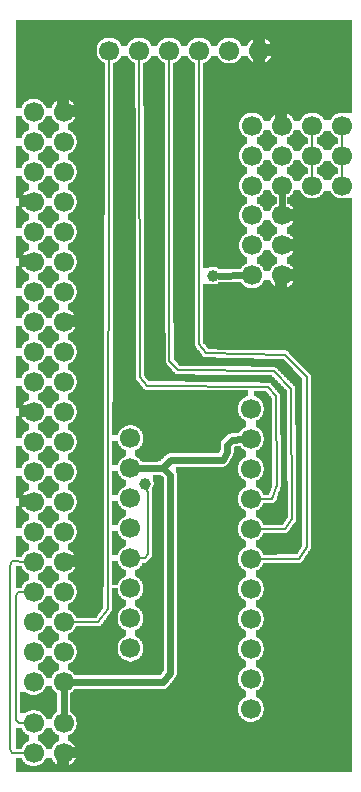
<source format=gtl>
G04 MADE WITH FRITZING*
G04 WWW.FRITZING.ORG*
G04 DOUBLE SIDED*
G04 HOLES PLATED*
G04 CONTOUR ON CENTER OF CONTOUR VECTOR*
%ASAXBY*%
%FSLAX23Y23*%
%MOIN*%
%OFA0B0*%
%SFA1.0B1.0*%
%ADD10C,0.075000*%
%ADD11C,0.039370*%
%ADD12C,0.066929*%
%ADD13C,0.008000*%
%ADD14C,0.024000*%
%LNCOPPER1*%
G90*
G70*
G54D10*
X439Y1261D03*
X943Y2487D03*
X285Y476D03*
X1028Y1878D03*
G54D11*
X698Y1695D03*
G54D12*
X853Y2445D03*
X753Y2445D03*
X653Y2445D03*
X553Y2445D03*
X453Y2445D03*
X353Y2445D03*
X100Y2241D03*
X100Y2141D03*
X100Y2041D03*
X100Y1941D03*
X100Y1841D03*
X100Y1741D03*
X100Y1641D03*
X100Y1541D03*
X100Y1441D03*
X100Y1341D03*
X100Y1241D03*
X100Y1141D03*
X100Y1041D03*
X100Y941D03*
X100Y841D03*
X100Y741D03*
X100Y641D03*
X100Y541D03*
X100Y441D03*
X100Y341D03*
X100Y2241D03*
X100Y2141D03*
X100Y2041D03*
X100Y1941D03*
X100Y1841D03*
X100Y1741D03*
X100Y1641D03*
X100Y1541D03*
X100Y1441D03*
X100Y1341D03*
X100Y1241D03*
X100Y1141D03*
X100Y1041D03*
X100Y941D03*
X100Y841D03*
X100Y741D03*
X100Y641D03*
X100Y541D03*
X100Y441D03*
X100Y341D03*
X200Y341D03*
X200Y441D03*
X200Y541D03*
X200Y641D03*
X200Y741D03*
X200Y841D03*
X200Y941D03*
X200Y1041D03*
X200Y1141D03*
X200Y1241D03*
X200Y1341D03*
X200Y1441D03*
X200Y1541D03*
X200Y1641D03*
X200Y1741D03*
X200Y1841D03*
X200Y1941D03*
X200Y2041D03*
X200Y2141D03*
X200Y2241D03*
X423Y1153D03*
X423Y1053D03*
X423Y953D03*
X423Y853D03*
X423Y753D03*
X423Y653D03*
X423Y553D03*
X423Y453D03*
X824Y1251D03*
X824Y1151D03*
X824Y1051D03*
X824Y951D03*
X824Y851D03*
X824Y751D03*
X824Y651D03*
X824Y551D03*
X824Y451D03*
X824Y351D03*
X824Y251D03*
G54D11*
X470Y1002D03*
G54D12*
X100Y103D03*
X200Y103D03*
X100Y103D03*
X200Y103D03*
X200Y203D03*
X100Y203D03*
X928Y1696D03*
X928Y1796D03*
X928Y1896D03*
X928Y1696D03*
X928Y1796D03*
X928Y1896D03*
X828Y1896D03*
X828Y1796D03*
X828Y1696D03*
X1129Y1995D03*
X1129Y2095D03*
X1129Y2195D03*
X1129Y1995D03*
X1129Y2095D03*
X1129Y2195D03*
X1029Y2195D03*
X1029Y2095D03*
X1029Y1995D03*
X928Y1995D03*
X928Y2095D03*
X928Y2195D03*
X928Y1995D03*
X928Y2095D03*
X928Y2195D03*
X828Y2195D03*
X828Y2095D03*
X828Y1995D03*
G54D13*
X53Y203D02*
X41Y215D01*
D02*
X41Y628D02*
X48Y640D01*
D02*
X29Y104D02*
X21Y117D01*
D02*
X29Y743D02*
X75Y742D01*
D02*
X41Y215D02*
X41Y628D01*
D02*
X48Y640D02*
X75Y641D01*
D02*
X75Y203D02*
X53Y203D01*
D02*
X21Y117D02*
X22Y727D01*
D02*
X22Y727D02*
X29Y743D01*
D02*
X75Y104D02*
X29Y104D01*
G54D14*
D02*
X200Y234D02*
X200Y311D01*
G54D13*
D02*
X1129Y2070D02*
X1129Y2021D01*
D02*
X1129Y2170D02*
X1129Y2121D01*
D02*
X1029Y2170D02*
X1029Y2121D01*
D02*
X1029Y2070D02*
X1029Y2021D01*
G54D14*
D02*
X798Y1696D02*
X717Y1695D01*
D02*
X928Y1964D02*
X928Y1927D01*
G54D13*
D02*
X895Y952D02*
X850Y951D01*
D02*
X850Y751D02*
X985Y752D01*
D02*
X652Y1466D02*
X653Y2420D01*
D02*
X676Y1436D02*
X652Y1466D01*
D02*
X937Y1432D02*
X676Y1436D01*
D02*
X1011Y1357D02*
X937Y1432D01*
D02*
X1011Y792D02*
X1011Y1357D01*
D02*
X985Y752D02*
X1011Y792D01*
D02*
X553Y1412D02*
X580Y1380D01*
D02*
X580Y1380D02*
X900Y1377D01*
D02*
X900Y1377D02*
X958Y1318D01*
D02*
X958Y1318D02*
X962Y885D01*
D02*
X962Y885D02*
X937Y851D01*
D02*
X937Y851D02*
X850Y851D01*
D02*
X553Y2420D02*
X553Y1412D01*
D02*
X907Y1293D02*
X911Y999D01*
D02*
X478Y1329D02*
X880Y1325D01*
D02*
X454Y1356D02*
X478Y1329D01*
D02*
X911Y999D02*
X895Y952D01*
D02*
X880Y1325D02*
X907Y1293D01*
D02*
X453Y2420D02*
X454Y1356D01*
D02*
X316Y541D02*
X225Y541D01*
D02*
X347Y585D02*
X316Y541D01*
D02*
X353Y2420D02*
X347Y585D01*
G54D14*
D02*
X762Y1148D02*
X746Y1132D01*
D02*
X746Y1132D02*
X746Y1109D01*
D02*
X746Y1109D02*
X730Y1081D01*
D02*
X730Y1081D02*
X557Y1081D01*
D02*
X557Y1081D02*
X528Y1054D01*
D02*
X528Y1054D02*
X454Y1053D01*
D02*
X794Y1150D02*
X762Y1148D01*
D02*
X533Y341D02*
X231Y341D01*
D02*
X556Y1030D02*
X556Y372D01*
D02*
X556Y372D02*
X533Y341D01*
D02*
X533Y1054D02*
X556Y1030D01*
D02*
X454Y1053D02*
X533Y1054D01*
G54D13*
D02*
X482Y971D02*
X475Y990D01*
D02*
X482Y766D02*
X482Y971D01*
D02*
X470Y753D02*
X482Y766D01*
D02*
X448Y753D02*
X470Y753D01*
G36*
X392Y2429D02*
X392Y2425D01*
X390Y2425D01*
X390Y2421D01*
X388Y2421D01*
X388Y2419D01*
X386Y2419D01*
X386Y2417D01*
X384Y2417D01*
X384Y2415D01*
X382Y2415D01*
X382Y2413D01*
X380Y2413D01*
X380Y2411D01*
X378Y2411D01*
X378Y2409D01*
X374Y2409D01*
X374Y2407D01*
X370Y2407D01*
X370Y2405D01*
X366Y2405D01*
X366Y1895D01*
X364Y1895D01*
X364Y1273D01*
X362Y1273D01*
X362Y1197D01*
X430Y1197D01*
X430Y1195D01*
X438Y1195D01*
X438Y1193D01*
X442Y1193D01*
X442Y1191D01*
X446Y1191D01*
X446Y1189D01*
X448Y1189D01*
X448Y1187D01*
X450Y1187D01*
X450Y1185D01*
X454Y1185D01*
X454Y1183D01*
X456Y1183D01*
X456Y1179D01*
X458Y1179D01*
X458Y1177D01*
X460Y1177D01*
X460Y1173D01*
X462Y1173D01*
X462Y1169D01*
X464Y1169D01*
X464Y1163D01*
X466Y1163D01*
X466Y1143D01*
X464Y1143D01*
X464Y1137D01*
X462Y1137D01*
X462Y1133D01*
X460Y1133D01*
X460Y1129D01*
X458Y1129D01*
X458Y1127D01*
X456Y1127D01*
X456Y1125D01*
X454Y1125D01*
X454Y1121D01*
X450Y1121D01*
X450Y1119D01*
X448Y1119D01*
X448Y1117D01*
X446Y1117D01*
X446Y1115D01*
X442Y1115D01*
X442Y1113D01*
X438Y1113D01*
X438Y1093D01*
X442Y1093D01*
X442Y1091D01*
X446Y1091D01*
X446Y1089D01*
X448Y1089D01*
X448Y1087D01*
X450Y1087D01*
X450Y1085D01*
X454Y1085D01*
X454Y1083D01*
X456Y1083D01*
X456Y1079D01*
X458Y1079D01*
X458Y1077D01*
X460Y1077D01*
X460Y1075D01*
X516Y1075D01*
X516Y1077D01*
X522Y1077D01*
X522Y1079D01*
X524Y1079D01*
X524Y1081D01*
X526Y1081D01*
X526Y1083D01*
X528Y1083D01*
X528Y1085D01*
X530Y1085D01*
X530Y1087D01*
X532Y1087D01*
X532Y1089D01*
X534Y1089D01*
X534Y1091D01*
X536Y1091D01*
X536Y1093D01*
X538Y1093D01*
X538Y1095D01*
X540Y1095D01*
X540Y1097D01*
X542Y1097D01*
X542Y1099D01*
X546Y1099D01*
X546Y1101D01*
X550Y1101D01*
X550Y1103D01*
X718Y1103D01*
X718Y1107D01*
X720Y1107D01*
X720Y1109D01*
X722Y1109D01*
X722Y1113D01*
X724Y1113D01*
X724Y1139D01*
X726Y1139D01*
X726Y1143D01*
X728Y1143D01*
X728Y1147D01*
X730Y1147D01*
X730Y1149D01*
X732Y1149D01*
X732Y1151D01*
X734Y1151D01*
X734Y1153D01*
X736Y1153D01*
X736Y1155D01*
X738Y1155D01*
X738Y1157D01*
X740Y1157D01*
X740Y1159D01*
X742Y1159D01*
X742Y1161D01*
X744Y1161D01*
X744Y1163D01*
X746Y1163D01*
X746Y1165D01*
X748Y1165D01*
X748Y1167D01*
X752Y1167D01*
X752Y1169D01*
X758Y1169D01*
X758Y1171D01*
X786Y1171D01*
X786Y1173D01*
X788Y1173D01*
X788Y1177D01*
X790Y1177D01*
X790Y1179D01*
X792Y1179D01*
X792Y1181D01*
X794Y1181D01*
X794Y1183D01*
X796Y1183D01*
X796Y1185D01*
X798Y1185D01*
X798Y1187D01*
X800Y1187D01*
X800Y1189D01*
X804Y1189D01*
X804Y1191D01*
X808Y1191D01*
X808Y1211D01*
X806Y1211D01*
X806Y1213D01*
X804Y1213D01*
X804Y1215D01*
X800Y1215D01*
X800Y1217D01*
X798Y1217D01*
X798Y1219D01*
X794Y1219D01*
X794Y1221D01*
X792Y1221D01*
X792Y1225D01*
X790Y1225D01*
X790Y1227D01*
X788Y1227D01*
X788Y1229D01*
X786Y1229D01*
X786Y1233D01*
X784Y1233D01*
X784Y1239D01*
X782Y1239D01*
X782Y1251D01*
X780Y1251D01*
X780Y1253D01*
X782Y1253D01*
X782Y1263D01*
X784Y1263D01*
X784Y1269D01*
X786Y1269D01*
X786Y1273D01*
X788Y1273D01*
X788Y1277D01*
X790Y1277D01*
X790Y1279D01*
X792Y1279D01*
X792Y1281D01*
X794Y1281D01*
X794Y1283D01*
X796Y1283D01*
X796Y1285D01*
X798Y1285D01*
X798Y1287D01*
X800Y1287D01*
X800Y1289D01*
X804Y1289D01*
X804Y1291D01*
X808Y1291D01*
X808Y1293D01*
X816Y1293D01*
X816Y1313D01*
X602Y1313D01*
X602Y1315D01*
X472Y1315D01*
X472Y1317D01*
X470Y1317D01*
X470Y1319D01*
X466Y1319D01*
X466Y1323D01*
X464Y1323D01*
X464Y1325D01*
X462Y1325D01*
X462Y1327D01*
X460Y1327D01*
X460Y1329D01*
X458Y1329D01*
X458Y1331D01*
X456Y1331D01*
X456Y1333D01*
X454Y1333D01*
X454Y1337D01*
X452Y1337D01*
X452Y1339D01*
X450Y1339D01*
X450Y1341D01*
X448Y1341D01*
X448Y1343D01*
X446Y1343D01*
X446Y1345D01*
X444Y1345D01*
X444Y1349D01*
X442Y1349D01*
X442Y1351D01*
X440Y1351D01*
X440Y2253D01*
X438Y2253D01*
X438Y2405D01*
X436Y2405D01*
X436Y2407D01*
X432Y2407D01*
X432Y2409D01*
X428Y2409D01*
X428Y2411D01*
X426Y2411D01*
X426Y2413D01*
X424Y2413D01*
X424Y2415D01*
X422Y2415D01*
X422Y2417D01*
X420Y2417D01*
X420Y2419D01*
X418Y2419D01*
X418Y2421D01*
X416Y2421D01*
X416Y2425D01*
X414Y2425D01*
X414Y2429D01*
X392Y2429D01*
G37*
D02*
G36*
X362Y1197D02*
X362Y1165D01*
X382Y1165D01*
X382Y1171D01*
X384Y1171D01*
X384Y1175D01*
X386Y1175D01*
X386Y1177D01*
X388Y1177D01*
X388Y1181D01*
X390Y1181D01*
X390Y1183D01*
X392Y1183D01*
X392Y1185D01*
X394Y1185D01*
X394Y1187D01*
X398Y1187D01*
X398Y1189D01*
X400Y1189D01*
X400Y1191D01*
X404Y1191D01*
X404Y1193D01*
X408Y1193D01*
X408Y1195D01*
X416Y1195D01*
X416Y1197D01*
X362Y1197D01*
G37*
D02*
G36*
X492Y2429D02*
X492Y2425D01*
X490Y2425D01*
X490Y2421D01*
X488Y2421D01*
X488Y2419D01*
X486Y2419D01*
X486Y2417D01*
X484Y2417D01*
X484Y2415D01*
X482Y2415D01*
X482Y2413D01*
X480Y2413D01*
X480Y2411D01*
X478Y2411D01*
X478Y2409D01*
X474Y2409D01*
X474Y2407D01*
X470Y2407D01*
X470Y2405D01*
X466Y2405D01*
X466Y2261D01*
X468Y2261D01*
X468Y1361D01*
X470Y1361D01*
X470Y1359D01*
X472Y1359D01*
X472Y1355D01*
X474Y1355D01*
X474Y1353D01*
X476Y1353D01*
X476Y1351D01*
X478Y1351D01*
X478Y1349D01*
X480Y1349D01*
X480Y1347D01*
X482Y1347D01*
X482Y1345D01*
X484Y1345D01*
X484Y1343D01*
X604Y1343D01*
X604Y1341D01*
X854Y1341D01*
X854Y1339D01*
X886Y1339D01*
X886Y1337D01*
X890Y1337D01*
X890Y1335D01*
X892Y1335D01*
X892Y1331D01*
X894Y1331D01*
X894Y1329D01*
X896Y1329D01*
X896Y1327D01*
X898Y1327D01*
X898Y1325D01*
X900Y1325D01*
X900Y1323D01*
X902Y1323D01*
X902Y1321D01*
X904Y1321D01*
X904Y1317D01*
X906Y1317D01*
X906Y1315D01*
X908Y1315D01*
X908Y1313D01*
X910Y1313D01*
X910Y1311D01*
X912Y1311D01*
X912Y1309D01*
X914Y1309D01*
X914Y1307D01*
X916Y1307D01*
X916Y1305D01*
X918Y1305D01*
X918Y1301D01*
X920Y1301D01*
X920Y1297D01*
X922Y1297D01*
X922Y1163D01*
X924Y1163D01*
X924Y1011D01*
X926Y1011D01*
X926Y997D01*
X924Y997D01*
X924Y991D01*
X922Y991D01*
X922Y985D01*
X920Y985D01*
X920Y979D01*
X918Y979D01*
X918Y973D01*
X916Y973D01*
X916Y967D01*
X914Y967D01*
X914Y961D01*
X912Y961D01*
X912Y955D01*
X910Y955D01*
X910Y949D01*
X908Y949D01*
X908Y945D01*
X906Y945D01*
X906Y941D01*
X902Y941D01*
X902Y939D01*
X896Y939D01*
X896Y937D01*
X864Y937D01*
X864Y931D01*
X862Y931D01*
X862Y929D01*
X860Y929D01*
X860Y925D01*
X858Y925D01*
X858Y923D01*
X856Y923D01*
X856Y921D01*
X854Y921D01*
X854Y919D01*
X852Y919D01*
X852Y917D01*
X850Y917D01*
X850Y915D01*
X846Y915D01*
X846Y913D01*
X842Y913D01*
X842Y911D01*
X840Y911D01*
X840Y891D01*
X844Y891D01*
X844Y889D01*
X848Y889D01*
X848Y887D01*
X850Y887D01*
X850Y885D01*
X854Y885D01*
X854Y883D01*
X856Y883D01*
X856Y881D01*
X858Y881D01*
X858Y877D01*
X860Y877D01*
X860Y875D01*
X862Y875D01*
X862Y871D01*
X864Y871D01*
X864Y867D01*
X866Y867D01*
X866Y865D01*
X930Y865D01*
X930Y867D01*
X932Y867D01*
X932Y869D01*
X934Y869D01*
X934Y873D01*
X936Y873D01*
X936Y875D01*
X938Y875D01*
X938Y877D01*
X940Y877D01*
X940Y881D01*
X942Y881D01*
X942Y883D01*
X944Y883D01*
X944Y885D01*
X946Y885D01*
X946Y887D01*
X948Y887D01*
X948Y1011D01*
X946Y1011D01*
X946Y1197D01*
X944Y1197D01*
X944Y1313D01*
X942Y1313D01*
X942Y1315D01*
X940Y1315D01*
X940Y1317D01*
X938Y1317D01*
X938Y1319D01*
X936Y1319D01*
X936Y1321D01*
X934Y1321D01*
X934Y1323D01*
X932Y1323D01*
X932Y1325D01*
X930Y1325D01*
X930Y1327D01*
X928Y1327D01*
X928Y1329D01*
X926Y1329D01*
X926Y1331D01*
X924Y1331D01*
X924Y1333D01*
X922Y1333D01*
X922Y1335D01*
X920Y1335D01*
X920Y1337D01*
X918Y1337D01*
X918Y1339D01*
X916Y1339D01*
X916Y1341D01*
X914Y1341D01*
X914Y1343D01*
X912Y1343D01*
X912Y1345D01*
X910Y1345D01*
X910Y1347D01*
X908Y1347D01*
X908Y1349D01*
X906Y1349D01*
X906Y1351D01*
X904Y1351D01*
X904Y1353D01*
X902Y1353D01*
X902Y1355D01*
X900Y1355D01*
X900Y1357D01*
X898Y1357D01*
X898Y1359D01*
X896Y1359D01*
X896Y1361D01*
X894Y1361D01*
X894Y1363D01*
X822Y1363D01*
X822Y1365D01*
X638Y1365D01*
X638Y1367D01*
X574Y1367D01*
X574Y1369D01*
X572Y1369D01*
X572Y1371D01*
X570Y1371D01*
X570Y1373D01*
X568Y1373D01*
X568Y1375D01*
X566Y1375D01*
X566Y1377D01*
X564Y1377D01*
X564Y1379D01*
X562Y1379D01*
X562Y1381D01*
X560Y1381D01*
X560Y1385D01*
X558Y1385D01*
X558Y1387D01*
X556Y1387D01*
X556Y1389D01*
X554Y1389D01*
X554Y1391D01*
X552Y1391D01*
X552Y1393D01*
X550Y1393D01*
X550Y1395D01*
X548Y1395D01*
X548Y1397D01*
X546Y1397D01*
X546Y1401D01*
X544Y1401D01*
X544Y1403D01*
X542Y1403D01*
X542Y1405D01*
X540Y1405D01*
X540Y1505D01*
X538Y1505D01*
X538Y2405D01*
X536Y2405D01*
X536Y2407D01*
X532Y2407D01*
X532Y2409D01*
X528Y2409D01*
X528Y2411D01*
X526Y2411D01*
X526Y2413D01*
X524Y2413D01*
X524Y2415D01*
X522Y2415D01*
X522Y2417D01*
X520Y2417D01*
X520Y2419D01*
X518Y2419D01*
X518Y2421D01*
X516Y2421D01*
X516Y2425D01*
X514Y2425D01*
X514Y2429D01*
X492Y2429D01*
G37*
D02*
G36*
X592Y2429D02*
X592Y2425D01*
X590Y2425D01*
X590Y2421D01*
X588Y2421D01*
X588Y2419D01*
X586Y2419D01*
X586Y2417D01*
X584Y2417D01*
X584Y2415D01*
X582Y2415D01*
X582Y2413D01*
X580Y2413D01*
X580Y2411D01*
X578Y2411D01*
X578Y2409D01*
X574Y2409D01*
X574Y2407D01*
X570Y2407D01*
X570Y2405D01*
X566Y2405D01*
X566Y1539D01*
X568Y1539D01*
X568Y1415D01*
X570Y1415D01*
X570Y1413D01*
X572Y1413D01*
X572Y1411D01*
X574Y1411D01*
X574Y1409D01*
X576Y1409D01*
X576Y1407D01*
X578Y1407D01*
X578Y1403D01*
X580Y1403D01*
X580Y1401D01*
X582Y1401D01*
X582Y1399D01*
X584Y1399D01*
X584Y1397D01*
X586Y1397D01*
X586Y1395D01*
X640Y1395D01*
X640Y1393D01*
X824Y1393D01*
X824Y1391D01*
X906Y1391D01*
X906Y1389D01*
X908Y1389D01*
X908Y1387D01*
X910Y1387D01*
X910Y1385D01*
X912Y1385D01*
X912Y1383D01*
X914Y1383D01*
X914Y1381D01*
X916Y1381D01*
X916Y1379D01*
X918Y1379D01*
X918Y1377D01*
X920Y1377D01*
X920Y1375D01*
X922Y1375D01*
X922Y1373D01*
X924Y1373D01*
X924Y1371D01*
X926Y1371D01*
X926Y1369D01*
X928Y1369D01*
X928Y1367D01*
X930Y1367D01*
X930Y1365D01*
X932Y1365D01*
X932Y1363D01*
X934Y1363D01*
X934Y1361D01*
X936Y1361D01*
X936Y1359D01*
X938Y1359D01*
X938Y1357D01*
X940Y1357D01*
X940Y1355D01*
X942Y1355D01*
X942Y1353D01*
X944Y1353D01*
X944Y1351D01*
X946Y1351D01*
X946Y1349D01*
X948Y1349D01*
X948Y1347D01*
X950Y1347D01*
X950Y1345D01*
X952Y1345D01*
X952Y1343D01*
X954Y1343D01*
X954Y1341D01*
X956Y1341D01*
X956Y1339D01*
X958Y1339D01*
X958Y1337D01*
X960Y1337D01*
X960Y1335D01*
X962Y1335D01*
X962Y1333D01*
X964Y1333D01*
X964Y1331D01*
X966Y1331D01*
X966Y1329D01*
X968Y1329D01*
X968Y1327D01*
X970Y1327D01*
X970Y1323D01*
X972Y1323D01*
X972Y1199D01*
X974Y1199D01*
X974Y1011D01*
X976Y1011D01*
X976Y879D01*
X974Y879D01*
X974Y875D01*
X972Y875D01*
X972Y873D01*
X970Y873D01*
X970Y871D01*
X968Y871D01*
X968Y867D01*
X966Y867D01*
X966Y865D01*
X964Y865D01*
X964Y863D01*
X962Y863D01*
X962Y861D01*
X960Y861D01*
X960Y857D01*
X958Y857D01*
X958Y855D01*
X956Y855D01*
X956Y853D01*
X954Y853D01*
X954Y849D01*
X952Y849D01*
X952Y847D01*
X950Y847D01*
X950Y845D01*
X948Y845D01*
X948Y841D01*
X944Y841D01*
X944Y839D01*
X942Y839D01*
X942Y837D01*
X864Y837D01*
X864Y831D01*
X862Y831D01*
X862Y829D01*
X860Y829D01*
X860Y825D01*
X858Y825D01*
X858Y823D01*
X856Y823D01*
X856Y821D01*
X854Y821D01*
X854Y819D01*
X852Y819D01*
X852Y817D01*
X850Y817D01*
X850Y815D01*
X846Y815D01*
X846Y813D01*
X842Y813D01*
X842Y811D01*
X840Y811D01*
X840Y791D01*
X844Y791D01*
X844Y789D01*
X848Y789D01*
X848Y787D01*
X850Y787D01*
X850Y785D01*
X854Y785D01*
X854Y783D01*
X856Y783D01*
X856Y781D01*
X858Y781D01*
X858Y777D01*
X860Y777D01*
X860Y775D01*
X862Y775D01*
X862Y771D01*
X864Y771D01*
X864Y767D01*
X866Y767D01*
X866Y765D01*
X910Y765D01*
X910Y767D01*
X978Y767D01*
X978Y769D01*
X980Y769D01*
X980Y771D01*
X982Y771D01*
X982Y775D01*
X984Y775D01*
X984Y777D01*
X986Y777D01*
X986Y781D01*
X988Y781D01*
X988Y785D01*
X990Y785D01*
X990Y787D01*
X992Y787D01*
X992Y791D01*
X994Y791D01*
X994Y793D01*
X996Y793D01*
X996Y1353D01*
X994Y1353D01*
X994Y1355D01*
X992Y1355D01*
X992Y1357D01*
X990Y1357D01*
X990Y1359D01*
X988Y1359D01*
X988Y1361D01*
X986Y1361D01*
X986Y1363D01*
X984Y1363D01*
X984Y1365D01*
X982Y1365D01*
X982Y1367D01*
X980Y1367D01*
X980Y1369D01*
X978Y1369D01*
X978Y1371D01*
X976Y1371D01*
X976Y1373D01*
X974Y1373D01*
X974Y1375D01*
X972Y1375D01*
X972Y1377D01*
X970Y1377D01*
X970Y1379D01*
X968Y1379D01*
X968Y1381D01*
X966Y1381D01*
X966Y1385D01*
X964Y1385D01*
X964Y1387D01*
X962Y1387D01*
X962Y1389D01*
X960Y1389D01*
X960Y1391D01*
X958Y1391D01*
X958Y1393D01*
X956Y1393D01*
X956Y1395D01*
X954Y1395D01*
X954Y1397D01*
X952Y1397D01*
X952Y1399D01*
X950Y1399D01*
X950Y1401D01*
X948Y1401D01*
X948Y1403D01*
X946Y1403D01*
X946Y1405D01*
X944Y1405D01*
X944Y1407D01*
X942Y1407D01*
X942Y1409D01*
X940Y1409D01*
X940Y1411D01*
X938Y1411D01*
X938Y1413D01*
X936Y1413D01*
X936Y1415D01*
X934Y1415D01*
X934Y1417D01*
X932Y1417D01*
X932Y1419D01*
X834Y1419D01*
X834Y1421D01*
X708Y1421D01*
X708Y1423D01*
X670Y1423D01*
X670Y1425D01*
X666Y1425D01*
X666Y1427D01*
X664Y1427D01*
X664Y1429D01*
X662Y1429D01*
X662Y1433D01*
X660Y1433D01*
X660Y1435D01*
X658Y1435D01*
X658Y1437D01*
X656Y1437D01*
X656Y1439D01*
X654Y1439D01*
X654Y1443D01*
X652Y1443D01*
X652Y1445D01*
X650Y1445D01*
X650Y1447D01*
X648Y1447D01*
X648Y1449D01*
X646Y1449D01*
X646Y1453D01*
X644Y1453D01*
X644Y1455D01*
X642Y1455D01*
X642Y1457D01*
X640Y1457D01*
X640Y1461D01*
X638Y1461D01*
X638Y2405D01*
X636Y2405D01*
X636Y2407D01*
X632Y2407D01*
X632Y2409D01*
X628Y2409D01*
X628Y2411D01*
X626Y2411D01*
X626Y2413D01*
X624Y2413D01*
X624Y2415D01*
X622Y2415D01*
X622Y2417D01*
X620Y2417D01*
X620Y2419D01*
X618Y2419D01*
X618Y2421D01*
X616Y2421D01*
X616Y2425D01*
X614Y2425D01*
X614Y2429D01*
X592Y2429D01*
G37*
D02*
G36*
X40Y2547D02*
X40Y2489D01*
X862Y2489D01*
X862Y2487D01*
X868Y2487D01*
X868Y2485D01*
X872Y2485D01*
X872Y2483D01*
X876Y2483D01*
X876Y2481D01*
X880Y2481D01*
X880Y2479D01*
X882Y2479D01*
X882Y2477D01*
X884Y2477D01*
X884Y2475D01*
X886Y2475D01*
X886Y2473D01*
X888Y2473D01*
X888Y2469D01*
X890Y2469D01*
X890Y2465D01*
X892Y2465D01*
X892Y2461D01*
X894Y2461D01*
X894Y2455D01*
X896Y2455D01*
X896Y2435D01*
X894Y2435D01*
X894Y2429D01*
X892Y2429D01*
X892Y2425D01*
X890Y2425D01*
X890Y2421D01*
X888Y2421D01*
X888Y2419D01*
X886Y2419D01*
X886Y2417D01*
X884Y2417D01*
X884Y2415D01*
X882Y2415D01*
X882Y2413D01*
X880Y2413D01*
X880Y2411D01*
X878Y2411D01*
X878Y2409D01*
X874Y2409D01*
X874Y2407D01*
X870Y2407D01*
X870Y2405D01*
X864Y2405D01*
X864Y2403D01*
X1160Y2403D01*
X1160Y2547D01*
X40Y2547D01*
G37*
D02*
G36*
X40Y2489D02*
X40Y2285D01*
X210Y2285D01*
X210Y2283D01*
X216Y2283D01*
X216Y2281D01*
X220Y2281D01*
X220Y2279D01*
X224Y2279D01*
X224Y2277D01*
X226Y2277D01*
X226Y2275D01*
X228Y2275D01*
X228Y2273D01*
X232Y2273D01*
X232Y2269D01*
X234Y2269D01*
X234Y2267D01*
X236Y2267D01*
X236Y2265D01*
X238Y2265D01*
X238Y2261D01*
X240Y2261D01*
X240Y2255D01*
X242Y2255D01*
X242Y2247D01*
X244Y2247D01*
X244Y2235D01*
X242Y2235D01*
X242Y2227D01*
X240Y2227D01*
X240Y2223D01*
X238Y2223D01*
X238Y2219D01*
X236Y2219D01*
X236Y2217D01*
X234Y2217D01*
X234Y2213D01*
X232Y2213D01*
X232Y2211D01*
X230Y2211D01*
X230Y2209D01*
X228Y2209D01*
X228Y2207D01*
X224Y2207D01*
X224Y2205D01*
X222Y2205D01*
X222Y2203D01*
X218Y2203D01*
X218Y2201D01*
X216Y2201D01*
X216Y2181D01*
X220Y2181D01*
X220Y2179D01*
X224Y2179D01*
X224Y2177D01*
X226Y2177D01*
X226Y2175D01*
X228Y2175D01*
X228Y2173D01*
X232Y2173D01*
X232Y2169D01*
X234Y2169D01*
X234Y2167D01*
X236Y2167D01*
X236Y2165D01*
X238Y2165D01*
X238Y2161D01*
X240Y2161D01*
X240Y2155D01*
X242Y2155D01*
X242Y2147D01*
X244Y2147D01*
X244Y2135D01*
X242Y2135D01*
X242Y2127D01*
X240Y2127D01*
X240Y2123D01*
X238Y2123D01*
X238Y2119D01*
X236Y2119D01*
X236Y2117D01*
X234Y2117D01*
X234Y2113D01*
X232Y2113D01*
X232Y2111D01*
X230Y2111D01*
X230Y2109D01*
X228Y2109D01*
X228Y2107D01*
X224Y2107D01*
X224Y2105D01*
X222Y2105D01*
X222Y2103D01*
X218Y2103D01*
X218Y2101D01*
X216Y2101D01*
X216Y2081D01*
X220Y2081D01*
X220Y2079D01*
X224Y2079D01*
X224Y2077D01*
X226Y2077D01*
X226Y2075D01*
X228Y2075D01*
X228Y2073D01*
X232Y2073D01*
X232Y2069D01*
X234Y2069D01*
X234Y2067D01*
X236Y2067D01*
X236Y2065D01*
X238Y2065D01*
X238Y2061D01*
X240Y2061D01*
X240Y2055D01*
X242Y2055D01*
X242Y2047D01*
X244Y2047D01*
X244Y2035D01*
X242Y2035D01*
X242Y2027D01*
X240Y2027D01*
X240Y2023D01*
X238Y2023D01*
X238Y2019D01*
X236Y2019D01*
X236Y2017D01*
X234Y2017D01*
X234Y2013D01*
X232Y2013D01*
X232Y2011D01*
X230Y2011D01*
X230Y2009D01*
X228Y2009D01*
X228Y2007D01*
X224Y2007D01*
X224Y2005D01*
X222Y2005D01*
X222Y2003D01*
X218Y2003D01*
X218Y2001D01*
X216Y2001D01*
X216Y1981D01*
X220Y1981D01*
X220Y1979D01*
X224Y1979D01*
X224Y1977D01*
X226Y1977D01*
X226Y1975D01*
X228Y1975D01*
X228Y1973D01*
X232Y1973D01*
X232Y1969D01*
X234Y1969D01*
X234Y1967D01*
X236Y1967D01*
X236Y1965D01*
X238Y1965D01*
X238Y1961D01*
X240Y1961D01*
X240Y1955D01*
X242Y1955D01*
X242Y1947D01*
X244Y1947D01*
X244Y1935D01*
X242Y1935D01*
X242Y1927D01*
X240Y1927D01*
X240Y1923D01*
X238Y1923D01*
X238Y1919D01*
X236Y1919D01*
X236Y1917D01*
X234Y1917D01*
X234Y1913D01*
X232Y1913D01*
X232Y1911D01*
X230Y1911D01*
X230Y1909D01*
X228Y1909D01*
X228Y1907D01*
X224Y1907D01*
X224Y1905D01*
X222Y1905D01*
X222Y1903D01*
X218Y1903D01*
X218Y1901D01*
X216Y1901D01*
X216Y1881D01*
X220Y1881D01*
X220Y1879D01*
X224Y1879D01*
X224Y1877D01*
X226Y1877D01*
X226Y1875D01*
X228Y1875D01*
X228Y1873D01*
X232Y1873D01*
X232Y1869D01*
X234Y1869D01*
X234Y1867D01*
X236Y1867D01*
X236Y1865D01*
X238Y1865D01*
X238Y1861D01*
X240Y1861D01*
X240Y1855D01*
X242Y1855D01*
X242Y1847D01*
X244Y1847D01*
X244Y1835D01*
X242Y1835D01*
X242Y1827D01*
X240Y1827D01*
X240Y1823D01*
X238Y1823D01*
X238Y1819D01*
X236Y1819D01*
X236Y1817D01*
X234Y1817D01*
X234Y1813D01*
X232Y1813D01*
X232Y1811D01*
X230Y1811D01*
X230Y1809D01*
X228Y1809D01*
X228Y1807D01*
X224Y1807D01*
X224Y1805D01*
X222Y1805D01*
X222Y1803D01*
X218Y1803D01*
X218Y1801D01*
X216Y1801D01*
X216Y1781D01*
X220Y1781D01*
X220Y1779D01*
X224Y1779D01*
X224Y1777D01*
X226Y1777D01*
X226Y1775D01*
X228Y1775D01*
X228Y1773D01*
X232Y1773D01*
X232Y1769D01*
X234Y1769D01*
X234Y1767D01*
X236Y1767D01*
X236Y1765D01*
X238Y1765D01*
X238Y1761D01*
X240Y1761D01*
X240Y1755D01*
X242Y1755D01*
X242Y1747D01*
X244Y1747D01*
X244Y1735D01*
X242Y1735D01*
X242Y1727D01*
X240Y1727D01*
X240Y1723D01*
X238Y1723D01*
X238Y1719D01*
X236Y1719D01*
X236Y1717D01*
X234Y1717D01*
X234Y1713D01*
X232Y1713D01*
X232Y1711D01*
X230Y1711D01*
X230Y1709D01*
X228Y1709D01*
X228Y1707D01*
X224Y1707D01*
X224Y1705D01*
X222Y1705D01*
X222Y1703D01*
X218Y1703D01*
X218Y1701D01*
X216Y1701D01*
X216Y1681D01*
X220Y1681D01*
X220Y1679D01*
X224Y1679D01*
X224Y1677D01*
X226Y1677D01*
X226Y1675D01*
X228Y1675D01*
X228Y1673D01*
X232Y1673D01*
X232Y1669D01*
X234Y1669D01*
X234Y1667D01*
X236Y1667D01*
X236Y1665D01*
X238Y1665D01*
X238Y1661D01*
X240Y1661D01*
X240Y1655D01*
X242Y1655D01*
X242Y1647D01*
X244Y1647D01*
X244Y1635D01*
X242Y1635D01*
X242Y1627D01*
X240Y1627D01*
X240Y1623D01*
X238Y1623D01*
X238Y1619D01*
X236Y1619D01*
X236Y1617D01*
X234Y1617D01*
X234Y1613D01*
X232Y1613D01*
X232Y1611D01*
X230Y1611D01*
X230Y1609D01*
X228Y1609D01*
X228Y1607D01*
X224Y1607D01*
X224Y1605D01*
X222Y1605D01*
X222Y1603D01*
X218Y1603D01*
X218Y1601D01*
X216Y1601D01*
X216Y1581D01*
X220Y1581D01*
X220Y1579D01*
X224Y1579D01*
X224Y1577D01*
X226Y1577D01*
X226Y1575D01*
X228Y1575D01*
X228Y1573D01*
X232Y1573D01*
X232Y1569D01*
X234Y1569D01*
X234Y1567D01*
X236Y1567D01*
X236Y1565D01*
X238Y1565D01*
X238Y1561D01*
X240Y1561D01*
X240Y1555D01*
X242Y1555D01*
X242Y1547D01*
X244Y1547D01*
X244Y1535D01*
X242Y1535D01*
X242Y1527D01*
X240Y1527D01*
X240Y1523D01*
X238Y1523D01*
X238Y1519D01*
X236Y1519D01*
X236Y1517D01*
X234Y1517D01*
X234Y1513D01*
X232Y1513D01*
X232Y1511D01*
X230Y1511D01*
X230Y1509D01*
X228Y1509D01*
X228Y1507D01*
X224Y1507D01*
X224Y1505D01*
X222Y1505D01*
X222Y1503D01*
X218Y1503D01*
X218Y1501D01*
X216Y1501D01*
X216Y1481D01*
X220Y1481D01*
X220Y1479D01*
X224Y1479D01*
X224Y1477D01*
X226Y1477D01*
X226Y1475D01*
X228Y1475D01*
X228Y1473D01*
X232Y1473D01*
X232Y1469D01*
X234Y1469D01*
X234Y1467D01*
X236Y1467D01*
X236Y1465D01*
X238Y1465D01*
X238Y1461D01*
X240Y1461D01*
X240Y1455D01*
X242Y1455D01*
X242Y1447D01*
X244Y1447D01*
X244Y1435D01*
X242Y1435D01*
X242Y1427D01*
X240Y1427D01*
X240Y1423D01*
X238Y1423D01*
X238Y1419D01*
X236Y1419D01*
X236Y1417D01*
X234Y1417D01*
X234Y1413D01*
X232Y1413D01*
X232Y1411D01*
X230Y1411D01*
X230Y1409D01*
X228Y1409D01*
X228Y1407D01*
X224Y1407D01*
X224Y1405D01*
X222Y1405D01*
X222Y1403D01*
X218Y1403D01*
X218Y1401D01*
X216Y1401D01*
X216Y1381D01*
X220Y1381D01*
X220Y1379D01*
X224Y1379D01*
X224Y1377D01*
X226Y1377D01*
X226Y1375D01*
X228Y1375D01*
X228Y1373D01*
X232Y1373D01*
X232Y1369D01*
X234Y1369D01*
X234Y1367D01*
X236Y1367D01*
X236Y1365D01*
X238Y1365D01*
X238Y1361D01*
X240Y1361D01*
X240Y1355D01*
X242Y1355D01*
X242Y1347D01*
X244Y1347D01*
X244Y1335D01*
X242Y1335D01*
X242Y1327D01*
X240Y1327D01*
X240Y1323D01*
X238Y1323D01*
X238Y1319D01*
X236Y1319D01*
X236Y1317D01*
X234Y1317D01*
X234Y1313D01*
X232Y1313D01*
X232Y1311D01*
X230Y1311D01*
X230Y1309D01*
X228Y1309D01*
X228Y1307D01*
X224Y1307D01*
X224Y1305D01*
X222Y1305D01*
X222Y1303D01*
X218Y1303D01*
X218Y1301D01*
X216Y1301D01*
X216Y1281D01*
X220Y1281D01*
X220Y1279D01*
X224Y1279D01*
X224Y1277D01*
X226Y1277D01*
X226Y1275D01*
X228Y1275D01*
X228Y1273D01*
X232Y1273D01*
X232Y1269D01*
X234Y1269D01*
X234Y1267D01*
X236Y1267D01*
X236Y1265D01*
X238Y1265D01*
X238Y1261D01*
X240Y1261D01*
X240Y1255D01*
X242Y1255D01*
X242Y1247D01*
X244Y1247D01*
X244Y1235D01*
X242Y1235D01*
X242Y1227D01*
X240Y1227D01*
X240Y1223D01*
X238Y1223D01*
X238Y1219D01*
X236Y1219D01*
X236Y1217D01*
X234Y1217D01*
X234Y1213D01*
X232Y1213D01*
X232Y1211D01*
X230Y1211D01*
X230Y1209D01*
X228Y1209D01*
X228Y1207D01*
X224Y1207D01*
X224Y1205D01*
X222Y1205D01*
X222Y1203D01*
X218Y1203D01*
X218Y1201D01*
X216Y1201D01*
X216Y1181D01*
X220Y1181D01*
X220Y1179D01*
X224Y1179D01*
X224Y1177D01*
X226Y1177D01*
X226Y1175D01*
X228Y1175D01*
X228Y1173D01*
X232Y1173D01*
X232Y1169D01*
X234Y1169D01*
X234Y1167D01*
X236Y1167D01*
X236Y1165D01*
X238Y1165D01*
X238Y1161D01*
X240Y1161D01*
X240Y1155D01*
X242Y1155D01*
X242Y1147D01*
X244Y1147D01*
X244Y1135D01*
X242Y1135D01*
X242Y1127D01*
X240Y1127D01*
X240Y1123D01*
X238Y1123D01*
X238Y1119D01*
X236Y1119D01*
X236Y1117D01*
X234Y1117D01*
X234Y1113D01*
X232Y1113D01*
X232Y1111D01*
X230Y1111D01*
X230Y1109D01*
X228Y1109D01*
X228Y1107D01*
X224Y1107D01*
X224Y1105D01*
X222Y1105D01*
X222Y1103D01*
X218Y1103D01*
X218Y1101D01*
X216Y1101D01*
X216Y1081D01*
X220Y1081D01*
X220Y1079D01*
X224Y1079D01*
X224Y1077D01*
X226Y1077D01*
X226Y1075D01*
X228Y1075D01*
X228Y1073D01*
X232Y1073D01*
X232Y1069D01*
X234Y1069D01*
X234Y1067D01*
X236Y1067D01*
X236Y1065D01*
X238Y1065D01*
X238Y1061D01*
X240Y1061D01*
X240Y1055D01*
X242Y1055D01*
X242Y1047D01*
X244Y1047D01*
X244Y1035D01*
X242Y1035D01*
X242Y1027D01*
X240Y1027D01*
X240Y1023D01*
X238Y1023D01*
X238Y1019D01*
X236Y1019D01*
X236Y1017D01*
X234Y1017D01*
X234Y1013D01*
X232Y1013D01*
X232Y1011D01*
X230Y1011D01*
X230Y1009D01*
X228Y1009D01*
X228Y1007D01*
X224Y1007D01*
X224Y1005D01*
X222Y1005D01*
X222Y1003D01*
X218Y1003D01*
X218Y1001D01*
X216Y1001D01*
X216Y981D01*
X220Y981D01*
X220Y979D01*
X224Y979D01*
X224Y977D01*
X226Y977D01*
X226Y975D01*
X228Y975D01*
X228Y973D01*
X232Y973D01*
X232Y969D01*
X234Y969D01*
X234Y967D01*
X236Y967D01*
X236Y965D01*
X238Y965D01*
X238Y961D01*
X240Y961D01*
X240Y955D01*
X242Y955D01*
X242Y947D01*
X244Y947D01*
X244Y935D01*
X242Y935D01*
X242Y927D01*
X240Y927D01*
X240Y923D01*
X238Y923D01*
X238Y919D01*
X236Y919D01*
X236Y917D01*
X234Y917D01*
X234Y913D01*
X232Y913D01*
X232Y911D01*
X230Y911D01*
X230Y909D01*
X228Y909D01*
X228Y907D01*
X224Y907D01*
X224Y905D01*
X222Y905D01*
X222Y903D01*
X218Y903D01*
X218Y901D01*
X216Y901D01*
X216Y881D01*
X220Y881D01*
X220Y879D01*
X224Y879D01*
X224Y877D01*
X226Y877D01*
X226Y875D01*
X228Y875D01*
X228Y873D01*
X232Y873D01*
X232Y869D01*
X234Y869D01*
X234Y867D01*
X236Y867D01*
X236Y865D01*
X238Y865D01*
X238Y861D01*
X240Y861D01*
X240Y855D01*
X242Y855D01*
X242Y847D01*
X244Y847D01*
X244Y835D01*
X242Y835D01*
X242Y827D01*
X240Y827D01*
X240Y823D01*
X238Y823D01*
X238Y819D01*
X236Y819D01*
X236Y817D01*
X234Y817D01*
X234Y813D01*
X232Y813D01*
X232Y811D01*
X230Y811D01*
X230Y809D01*
X228Y809D01*
X228Y807D01*
X224Y807D01*
X224Y805D01*
X222Y805D01*
X222Y803D01*
X218Y803D01*
X218Y801D01*
X216Y801D01*
X216Y781D01*
X220Y781D01*
X220Y779D01*
X224Y779D01*
X224Y777D01*
X226Y777D01*
X226Y775D01*
X228Y775D01*
X228Y773D01*
X232Y773D01*
X232Y769D01*
X234Y769D01*
X234Y767D01*
X236Y767D01*
X236Y765D01*
X238Y765D01*
X238Y761D01*
X240Y761D01*
X240Y755D01*
X242Y755D01*
X242Y747D01*
X244Y747D01*
X244Y735D01*
X242Y735D01*
X242Y727D01*
X240Y727D01*
X240Y723D01*
X238Y723D01*
X238Y719D01*
X236Y719D01*
X236Y717D01*
X234Y717D01*
X234Y713D01*
X232Y713D01*
X232Y711D01*
X230Y711D01*
X230Y709D01*
X228Y709D01*
X228Y707D01*
X224Y707D01*
X224Y705D01*
X222Y705D01*
X222Y703D01*
X218Y703D01*
X218Y701D01*
X216Y701D01*
X216Y681D01*
X220Y681D01*
X220Y679D01*
X224Y679D01*
X224Y677D01*
X226Y677D01*
X226Y675D01*
X228Y675D01*
X228Y673D01*
X232Y673D01*
X232Y669D01*
X234Y669D01*
X234Y667D01*
X236Y667D01*
X236Y665D01*
X238Y665D01*
X238Y661D01*
X240Y661D01*
X240Y655D01*
X242Y655D01*
X242Y647D01*
X244Y647D01*
X244Y635D01*
X242Y635D01*
X242Y627D01*
X240Y627D01*
X240Y623D01*
X238Y623D01*
X238Y619D01*
X236Y619D01*
X236Y617D01*
X234Y617D01*
X234Y613D01*
X232Y613D01*
X232Y611D01*
X230Y611D01*
X230Y609D01*
X228Y609D01*
X228Y607D01*
X224Y607D01*
X224Y605D01*
X222Y605D01*
X222Y603D01*
X218Y603D01*
X218Y601D01*
X216Y601D01*
X216Y581D01*
X220Y581D01*
X220Y579D01*
X224Y579D01*
X224Y577D01*
X226Y577D01*
X226Y575D01*
X228Y575D01*
X228Y573D01*
X232Y573D01*
X232Y569D01*
X234Y569D01*
X234Y567D01*
X236Y567D01*
X236Y565D01*
X238Y565D01*
X238Y561D01*
X240Y561D01*
X240Y555D01*
X310Y555D01*
X310Y559D01*
X312Y559D01*
X312Y561D01*
X314Y561D01*
X314Y565D01*
X316Y565D01*
X316Y567D01*
X318Y567D01*
X318Y571D01*
X320Y571D01*
X320Y573D01*
X322Y573D01*
X322Y575D01*
X324Y575D01*
X324Y579D01*
X326Y579D01*
X326Y581D01*
X328Y581D01*
X328Y585D01*
X330Y585D01*
X330Y587D01*
X332Y587D01*
X332Y657D01*
X334Y657D01*
X334Y1279D01*
X336Y1279D01*
X336Y1899D01*
X338Y1899D01*
X338Y2405D01*
X336Y2405D01*
X336Y2407D01*
X332Y2407D01*
X332Y2409D01*
X328Y2409D01*
X328Y2411D01*
X326Y2411D01*
X326Y2413D01*
X324Y2413D01*
X324Y2415D01*
X322Y2415D01*
X322Y2417D01*
X320Y2417D01*
X320Y2419D01*
X318Y2419D01*
X318Y2421D01*
X316Y2421D01*
X316Y2425D01*
X314Y2425D01*
X314Y2429D01*
X312Y2429D01*
X312Y2435D01*
X310Y2435D01*
X310Y2457D01*
X312Y2457D01*
X312Y2463D01*
X314Y2463D01*
X314Y2467D01*
X316Y2467D01*
X316Y2471D01*
X318Y2471D01*
X318Y2473D01*
X320Y2473D01*
X320Y2475D01*
X322Y2475D01*
X322Y2477D01*
X324Y2477D01*
X324Y2479D01*
X326Y2479D01*
X326Y2481D01*
X330Y2481D01*
X330Y2483D01*
X332Y2483D01*
X332Y2485D01*
X336Y2485D01*
X336Y2487D01*
X344Y2487D01*
X344Y2489D01*
X40Y2489D01*
G37*
D02*
G36*
X362Y2489D02*
X362Y2487D01*
X368Y2487D01*
X368Y2485D01*
X372Y2485D01*
X372Y2483D01*
X376Y2483D01*
X376Y2481D01*
X380Y2481D01*
X380Y2479D01*
X382Y2479D01*
X382Y2477D01*
X384Y2477D01*
X384Y2475D01*
X386Y2475D01*
X386Y2473D01*
X388Y2473D01*
X388Y2469D01*
X390Y2469D01*
X390Y2465D01*
X392Y2465D01*
X392Y2461D01*
X412Y2461D01*
X412Y2463D01*
X414Y2463D01*
X414Y2467D01*
X416Y2467D01*
X416Y2471D01*
X418Y2471D01*
X418Y2473D01*
X420Y2473D01*
X420Y2475D01*
X422Y2475D01*
X422Y2477D01*
X424Y2477D01*
X424Y2479D01*
X426Y2479D01*
X426Y2481D01*
X430Y2481D01*
X430Y2483D01*
X432Y2483D01*
X432Y2485D01*
X436Y2485D01*
X436Y2487D01*
X444Y2487D01*
X444Y2489D01*
X362Y2489D01*
G37*
D02*
G36*
X462Y2489D02*
X462Y2487D01*
X468Y2487D01*
X468Y2485D01*
X472Y2485D01*
X472Y2483D01*
X476Y2483D01*
X476Y2481D01*
X480Y2481D01*
X480Y2479D01*
X482Y2479D01*
X482Y2477D01*
X484Y2477D01*
X484Y2475D01*
X486Y2475D01*
X486Y2473D01*
X488Y2473D01*
X488Y2469D01*
X490Y2469D01*
X490Y2465D01*
X492Y2465D01*
X492Y2461D01*
X512Y2461D01*
X512Y2463D01*
X514Y2463D01*
X514Y2467D01*
X516Y2467D01*
X516Y2471D01*
X518Y2471D01*
X518Y2473D01*
X520Y2473D01*
X520Y2475D01*
X522Y2475D01*
X522Y2477D01*
X524Y2477D01*
X524Y2479D01*
X526Y2479D01*
X526Y2481D01*
X530Y2481D01*
X530Y2483D01*
X532Y2483D01*
X532Y2485D01*
X536Y2485D01*
X536Y2487D01*
X544Y2487D01*
X544Y2489D01*
X462Y2489D01*
G37*
D02*
G36*
X562Y2489D02*
X562Y2487D01*
X568Y2487D01*
X568Y2485D01*
X572Y2485D01*
X572Y2483D01*
X576Y2483D01*
X576Y2481D01*
X580Y2481D01*
X580Y2479D01*
X582Y2479D01*
X582Y2477D01*
X584Y2477D01*
X584Y2475D01*
X586Y2475D01*
X586Y2473D01*
X588Y2473D01*
X588Y2469D01*
X590Y2469D01*
X590Y2465D01*
X592Y2465D01*
X592Y2461D01*
X612Y2461D01*
X612Y2463D01*
X614Y2463D01*
X614Y2467D01*
X616Y2467D01*
X616Y2471D01*
X618Y2471D01*
X618Y2473D01*
X620Y2473D01*
X620Y2475D01*
X622Y2475D01*
X622Y2477D01*
X624Y2477D01*
X624Y2479D01*
X626Y2479D01*
X626Y2481D01*
X630Y2481D01*
X630Y2483D01*
X632Y2483D01*
X632Y2485D01*
X636Y2485D01*
X636Y2487D01*
X644Y2487D01*
X644Y2489D01*
X562Y2489D01*
G37*
D02*
G36*
X662Y2489D02*
X662Y2487D01*
X668Y2487D01*
X668Y2485D01*
X672Y2485D01*
X672Y2483D01*
X676Y2483D01*
X676Y2481D01*
X680Y2481D01*
X680Y2479D01*
X682Y2479D01*
X682Y2477D01*
X684Y2477D01*
X684Y2475D01*
X686Y2475D01*
X686Y2473D01*
X688Y2473D01*
X688Y2469D01*
X690Y2469D01*
X690Y2465D01*
X692Y2465D01*
X692Y2461D01*
X712Y2461D01*
X712Y2463D01*
X714Y2463D01*
X714Y2467D01*
X716Y2467D01*
X716Y2471D01*
X718Y2471D01*
X718Y2473D01*
X720Y2473D01*
X720Y2475D01*
X722Y2475D01*
X722Y2477D01*
X724Y2477D01*
X724Y2479D01*
X726Y2479D01*
X726Y2481D01*
X730Y2481D01*
X730Y2483D01*
X732Y2483D01*
X732Y2485D01*
X736Y2485D01*
X736Y2487D01*
X744Y2487D01*
X744Y2489D01*
X662Y2489D01*
G37*
D02*
G36*
X762Y2489D02*
X762Y2487D01*
X768Y2487D01*
X768Y2485D01*
X772Y2485D01*
X772Y2483D01*
X776Y2483D01*
X776Y2481D01*
X780Y2481D01*
X780Y2479D01*
X782Y2479D01*
X782Y2477D01*
X784Y2477D01*
X784Y2475D01*
X786Y2475D01*
X786Y2473D01*
X788Y2473D01*
X788Y2469D01*
X790Y2469D01*
X790Y2465D01*
X792Y2465D01*
X792Y2461D01*
X812Y2461D01*
X812Y2463D01*
X814Y2463D01*
X814Y2467D01*
X816Y2467D01*
X816Y2471D01*
X818Y2471D01*
X818Y2473D01*
X820Y2473D01*
X820Y2475D01*
X822Y2475D01*
X822Y2477D01*
X824Y2477D01*
X824Y2479D01*
X826Y2479D01*
X826Y2481D01*
X830Y2481D01*
X830Y2483D01*
X832Y2483D01*
X832Y2485D01*
X836Y2485D01*
X836Y2487D01*
X844Y2487D01*
X844Y2489D01*
X762Y2489D01*
G37*
D02*
G36*
X692Y2429D02*
X692Y2425D01*
X690Y2425D01*
X690Y2421D01*
X688Y2421D01*
X688Y2419D01*
X686Y2419D01*
X686Y2417D01*
X684Y2417D01*
X684Y2415D01*
X682Y2415D01*
X682Y2413D01*
X680Y2413D01*
X680Y2411D01*
X678Y2411D01*
X678Y2409D01*
X674Y2409D01*
X674Y2407D01*
X670Y2407D01*
X670Y2405D01*
X666Y2405D01*
X666Y2403D01*
X742Y2403D01*
X742Y2405D01*
X736Y2405D01*
X736Y2407D01*
X732Y2407D01*
X732Y2409D01*
X728Y2409D01*
X728Y2411D01*
X726Y2411D01*
X726Y2413D01*
X724Y2413D01*
X724Y2415D01*
X722Y2415D01*
X722Y2417D01*
X720Y2417D01*
X720Y2419D01*
X718Y2419D01*
X718Y2421D01*
X716Y2421D01*
X716Y2425D01*
X714Y2425D01*
X714Y2429D01*
X692Y2429D01*
G37*
D02*
G36*
X792Y2429D02*
X792Y2425D01*
X790Y2425D01*
X790Y2421D01*
X788Y2421D01*
X788Y2419D01*
X786Y2419D01*
X786Y2417D01*
X784Y2417D01*
X784Y2415D01*
X782Y2415D01*
X782Y2413D01*
X780Y2413D01*
X780Y2411D01*
X778Y2411D01*
X778Y2409D01*
X774Y2409D01*
X774Y2407D01*
X770Y2407D01*
X770Y2405D01*
X764Y2405D01*
X764Y2403D01*
X842Y2403D01*
X842Y2405D01*
X836Y2405D01*
X836Y2407D01*
X832Y2407D01*
X832Y2409D01*
X828Y2409D01*
X828Y2411D01*
X826Y2411D01*
X826Y2413D01*
X824Y2413D01*
X824Y2415D01*
X822Y2415D01*
X822Y2417D01*
X820Y2417D01*
X820Y2419D01*
X818Y2419D01*
X818Y2421D01*
X816Y2421D01*
X816Y2425D01*
X814Y2425D01*
X814Y2429D01*
X792Y2429D01*
G37*
D02*
G36*
X666Y2403D02*
X666Y2401D01*
X1160Y2401D01*
X1160Y2403D01*
X666Y2403D01*
G37*
D02*
G36*
X666Y2403D02*
X666Y2401D01*
X1160Y2401D01*
X1160Y2403D01*
X666Y2403D01*
G37*
D02*
G36*
X666Y2403D02*
X666Y2401D01*
X1160Y2401D01*
X1160Y2403D01*
X666Y2403D01*
G37*
D02*
G36*
X666Y2401D02*
X666Y2239D01*
X1138Y2239D01*
X1138Y2237D01*
X1160Y2237D01*
X1160Y2401D01*
X666Y2401D01*
G37*
D02*
G36*
X40Y2285D02*
X40Y2255D01*
X60Y2255D01*
X60Y2261D01*
X62Y2261D01*
X62Y2265D01*
X64Y2265D01*
X64Y2267D01*
X66Y2267D01*
X66Y2269D01*
X68Y2269D01*
X68Y2273D01*
X72Y2273D01*
X72Y2275D01*
X74Y2275D01*
X74Y2277D01*
X76Y2277D01*
X76Y2279D01*
X80Y2279D01*
X80Y2281D01*
X84Y2281D01*
X84Y2283D01*
X90Y2283D01*
X90Y2285D01*
X40Y2285D01*
G37*
D02*
G36*
X110Y2285D02*
X110Y2283D01*
X116Y2283D01*
X116Y2281D01*
X120Y2281D01*
X120Y2279D01*
X124Y2279D01*
X124Y2277D01*
X126Y2277D01*
X126Y2275D01*
X128Y2275D01*
X128Y2273D01*
X132Y2273D01*
X132Y2269D01*
X134Y2269D01*
X134Y2267D01*
X136Y2267D01*
X136Y2265D01*
X138Y2265D01*
X138Y2261D01*
X140Y2261D01*
X140Y2255D01*
X160Y2255D01*
X160Y2261D01*
X162Y2261D01*
X162Y2265D01*
X164Y2265D01*
X164Y2267D01*
X166Y2267D01*
X166Y2269D01*
X168Y2269D01*
X168Y2273D01*
X172Y2273D01*
X172Y2275D01*
X174Y2275D01*
X174Y2277D01*
X176Y2277D01*
X176Y2279D01*
X180Y2279D01*
X180Y2281D01*
X184Y2281D01*
X184Y2283D01*
X190Y2283D01*
X190Y2285D01*
X110Y2285D01*
G37*
D02*
G36*
X666Y2239D02*
X666Y1725D01*
X706Y1725D01*
X706Y1723D01*
X712Y1723D01*
X712Y1721D01*
X716Y1721D01*
X716Y1719D01*
X718Y1719D01*
X718Y1717D01*
X754Y1717D01*
X754Y1719D01*
X792Y1719D01*
X792Y1721D01*
X794Y1721D01*
X794Y1723D01*
X796Y1723D01*
X796Y1727D01*
X798Y1727D01*
X798Y1729D01*
X802Y1729D01*
X802Y1731D01*
X804Y1731D01*
X804Y1733D01*
X806Y1733D01*
X806Y1735D01*
X810Y1735D01*
X810Y1737D01*
X812Y1737D01*
X812Y1757D01*
X808Y1757D01*
X808Y1759D01*
X804Y1759D01*
X804Y1761D01*
X802Y1761D01*
X802Y1763D01*
X800Y1763D01*
X800Y1765D01*
X798Y1765D01*
X798Y1767D01*
X796Y1767D01*
X796Y1769D01*
X794Y1769D01*
X794Y1771D01*
X792Y1771D01*
X792Y1775D01*
X790Y1775D01*
X790Y1779D01*
X788Y1779D01*
X788Y1783D01*
X786Y1783D01*
X786Y1795D01*
X784Y1795D01*
X784Y1799D01*
X786Y1799D01*
X786Y1809D01*
X788Y1809D01*
X788Y1815D01*
X790Y1815D01*
X790Y1819D01*
X792Y1819D01*
X792Y1821D01*
X794Y1821D01*
X794Y1823D01*
X796Y1823D01*
X796Y1827D01*
X798Y1827D01*
X798Y1829D01*
X802Y1829D01*
X802Y1831D01*
X804Y1831D01*
X804Y1833D01*
X806Y1833D01*
X806Y1835D01*
X810Y1835D01*
X810Y1837D01*
X812Y1837D01*
X812Y1857D01*
X808Y1857D01*
X808Y1859D01*
X804Y1859D01*
X804Y1861D01*
X802Y1861D01*
X802Y1863D01*
X800Y1863D01*
X800Y1865D01*
X798Y1865D01*
X798Y1867D01*
X796Y1867D01*
X796Y1869D01*
X794Y1869D01*
X794Y1871D01*
X792Y1871D01*
X792Y1875D01*
X790Y1875D01*
X790Y1879D01*
X788Y1879D01*
X788Y1883D01*
X786Y1883D01*
X786Y1895D01*
X784Y1895D01*
X784Y1899D01*
X786Y1899D01*
X786Y1909D01*
X788Y1909D01*
X788Y1915D01*
X790Y1915D01*
X790Y1919D01*
X792Y1919D01*
X792Y1921D01*
X794Y1921D01*
X794Y1923D01*
X796Y1923D01*
X796Y1927D01*
X798Y1927D01*
X798Y1929D01*
X802Y1929D01*
X802Y1931D01*
X804Y1931D01*
X804Y1933D01*
X806Y1933D01*
X806Y1935D01*
X810Y1935D01*
X810Y1957D01*
X808Y1957D01*
X808Y1959D01*
X804Y1959D01*
X804Y1961D01*
X802Y1961D01*
X802Y1963D01*
X798Y1963D01*
X798Y1965D01*
X796Y1965D01*
X796Y1969D01*
X794Y1969D01*
X794Y1971D01*
X792Y1971D01*
X792Y1973D01*
X790Y1973D01*
X790Y1977D01*
X788Y1977D01*
X788Y1983D01*
X786Y1983D01*
X786Y1993D01*
X784Y1993D01*
X784Y1997D01*
X786Y1997D01*
X786Y2009D01*
X788Y2009D01*
X788Y2013D01*
X790Y2013D01*
X790Y2017D01*
X792Y2017D01*
X792Y2021D01*
X794Y2021D01*
X794Y2023D01*
X796Y2023D01*
X796Y2025D01*
X798Y2025D01*
X798Y2027D01*
X800Y2027D01*
X800Y2029D01*
X802Y2029D01*
X802Y2031D01*
X804Y2031D01*
X804Y2033D01*
X808Y2033D01*
X808Y2035D01*
X812Y2035D01*
X812Y2055D01*
X810Y2055D01*
X810Y2057D01*
X808Y2057D01*
X808Y2059D01*
X804Y2059D01*
X804Y2061D01*
X802Y2061D01*
X802Y2063D01*
X798Y2063D01*
X798Y2065D01*
X796Y2065D01*
X796Y2069D01*
X794Y2069D01*
X794Y2071D01*
X792Y2071D01*
X792Y2073D01*
X790Y2073D01*
X790Y2077D01*
X788Y2077D01*
X788Y2083D01*
X786Y2083D01*
X786Y2093D01*
X784Y2093D01*
X784Y2097D01*
X786Y2097D01*
X786Y2109D01*
X788Y2109D01*
X788Y2113D01*
X790Y2113D01*
X790Y2117D01*
X792Y2117D01*
X792Y2121D01*
X794Y2121D01*
X794Y2123D01*
X796Y2123D01*
X796Y2125D01*
X798Y2125D01*
X798Y2127D01*
X800Y2127D01*
X800Y2129D01*
X802Y2129D01*
X802Y2131D01*
X804Y2131D01*
X804Y2133D01*
X808Y2133D01*
X808Y2135D01*
X812Y2135D01*
X812Y2155D01*
X810Y2155D01*
X810Y2157D01*
X808Y2157D01*
X808Y2159D01*
X804Y2159D01*
X804Y2161D01*
X802Y2161D01*
X802Y2163D01*
X798Y2163D01*
X798Y2165D01*
X796Y2165D01*
X796Y2169D01*
X794Y2169D01*
X794Y2171D01*
X792Y2171D01*
X792Y2173D01*
X790Y2173D01*
X790Y2177D01*
X788Y2177D01*
X788Y2183D01*
X786Y2183D01*
X786Y2193D01*
X784Y2193D01*
X784Y2197D01*
X786Y2197D01*
X786Y2209D01*
X788Y2209D01*
X788Y2213D01*
X790Y2213D01*
X790Y2217D01*
X792Y2217D01*
X792Y2221D01*
X794Y2221D01*
X794Y2223D01*
X796Y2223D01*
X796Y2225D01*
X798Y2225D01*
X798Y2227D01*
X800Y2227D01*
X800Y2229D01*
X802Y2229D01*
X802Y2231D01*
X804Y2231D01*
X804Y2233D01*
X808Y2233D01*
X808Y2235D01*
X812Y2235D01*
X812Y2237D01*
X820Y2237D01*
X820Y2239D01*
X666Y2239D01*
G37*
D02*
G36*
X838Y2239D02*
X838Y2237D01*
X844Y2237D01*
X844Y2235D01*
X848Y2235D01*
X848Y2233D01*
X852Y2233D01*
X852Y2231D01*
X854Y2231D01*
X854Y2229D01*
X858Y2229D01*
X858Y2227D01*
X860Y2227D01*
X860Y2225D01*
X862Y2225D01*
X862Y2221D01*
X864Y2221D01*
X864Y2219D01*
X866Y2219D01*
X866Y2215D01*
X868Y2215D01*
X868Y2211D01*
X888Y2211D01*
X888Y2213D01*
X890Y2213D01*
X890Y2217D01*
X892Y2217D01*
X892Y2221D01*
X894Y2221D01*
X894Y2223D01*
X896Y2223D01*
X896Y2225D01*
X898Y2225D01*
X898Y2227D01*
X900Y2227D01*
X900Y2229D01*
X902Y2229D01*
X902Y2231D01*
X904Y2231D01*
X904Y2233D01*
X908Y2233D01*
X908Y2235D01*
X912Y2235D01*
X912Y2237D01*
X920Y2237D01*
X920Y2239D01*
X838Y2239D01*
G37*
D02*
G36*
X938Y2239D02*
X938Y2237D01*
X944Y2237D01*
X944Y2235D01*
X948Y2235D01*
X948Y2233D01*
X952Y2233D01*
X952Y2231D01*
X954Y2231D01*
X954Y2229D01*
X958Y2229D01*
X958Y2227D01*
X960Y2227D01*
X960Y2225D01*
X962Y2225D01*
X962Y2221D01*
X964Y2221D01*
X964Y2219D01*
X966Y2219D01*
X966Y2215D01*
X968Y2215D01*
X968Y2211D01*
X988Y2211D01*
X988Y2213D01*
X990Y2213D01*
X990Y2215D01*
X992Y2215D01*
X992Y2219D01*
X994Y2219D01*
X994Y2223D01*
X996Y2223D01*
X996Y2225D01*
X998Y2225D01*
X998Y2227D01*
X1000Y2227D01*
X1000Y2229D01*
X1002Y2229D01*
X1002Y2231D01*
X1006Y2231D01*
X1006Y2233D01*
X1010Y2233D01*
X1010Y2235D01*
X1014Y2235D01*
X1014Y2237D01*
X1020Y2237D01*
X1020Y2239D01*
X938Y2239D01*
G37*
D02*
G36*
X1038Y2239D02*
X1038Y2237D01*
X1046Y2237D01*
X1046Y2235D01*
X1050Y2235D01*
X1050Y2233D01*
X1052Y2233D01*
X1052Y2231D01*
X1056Y2231D01*
X1056Y2229D01*
X1058Y2229D01*
X1058Y2227D01*
X1060Y2227D01*
X1060Y2225D01*
X1062Y2225D01*
X1062Y2223D01*
X1064Y2223D01*
X1064Y2221D01*
X1066Y2221D01*
X1066Y2217D01*
X1068Y2217D01*
X1068Y2213D01*
X1090Y2213D01*
X1090Y2215D01*
X1092Y2215D01*
X1092Y2219D01*
X1094Y2219D01*
X1094Y2223D01*
X1096Y2223D01*
X1096Y2225D01*
X1098Y2225D01*
X1098Y2227D01*
X1100Y2227D01*
X1100Y2229D01*
X1102Y2229D01*
X1102Y2231D01*
X1106Y2231D01*
X1106Y2233D01*
X1110Y2233D01*
X1110Y2235D01*
X1114Y2235D01*
X1114Y2237D01*
X1120Y2237D01*
X1120Y2239D01*
X1038Y2239D01*
G37*
D02*
G36*
X666Y1725D02*
X666Y1721D01*
X686Y1721D01*
X686Y1723D01*
X690Y1723D01*
X690Y1725D01*
X666Y1725D01*
G37*
D02*
G36*
X40Y2229D02*
X40Y2155D01*
X60Y2155D01*
X60Y2161D01*
X62Y2161D01*
X62Y2165D01*
X64Y2165D01*
X64Y2167D01*
X66Y2167D01*
X66Y2169D01*
X68Y2169D01*
X68Y2173D01*
X72Y2173D01*
X72Y2175D01*
X74Y2175D01*
X74Y2177D01*
X76Y2177D01*
X76Y2179D01*
X80Y2179D01*
X80Y2181D01*
X84Y2181D01*
X84Y2201D01*
X82Y2201D01*
X82Y2203D01*
X78Y2203D01*
X78Y2205D01*
X76Y2205D01*
X76Y2207D01*
X72Y2207D01*
X72Y2209D01*
X70Y2209D01*
X70Y2211D01*
X68Y2211D01*
X68Y2213D01*
X66Y2213D01*
X66Y2217D01*
X64Y2217D01*
X64Y2219D01*
X62Y2219D01*
X62Y2223D01*
X60Y2223D01*
X60Y2229D01*
X40Y2229D01*
G37*
D02*
G36*
X140Y2227D02*
X140Y2223D01*
X138Y2223D01*
X138Y2219D01*
X136Y2219D01*
X136Y2217D01*
X134Y2217D01*
X134Y2213D01*
X132Y2213D01*
X132Y2211D01*
X130Y2211D01*
X130Y2209D01*
X128Y2209D01*
X128Y2207D01*
X124Y2207D01*
X124Y2205D01*
X122Y2205D01*
X122Y2203D01*
X118Y2203D01*
X118Y2201D01*
X116Y2201D01*
X116Y2181D01*
X120Y2181D01*
X120Y2179D01*
X124Y2179D01*
X124Y2177D01*
X126Y2177D01*
X126Y2175D01*
X128Y2175D01*
X128Y2173D01*
X132Y2173D01*
X132Y2169D01*
X134Y2169D01*
X134Y2167D01*
X136Y2167D01*
X136Y2165D01*
X138Y2165D01*
X138Y2161D01*
X140Y2161D01*
X140Y2155D01*
X160Y2155D01*
X160Y2161D01*
X162Y2161D01*
X162Y2165D01*
X164Y2165D01*
X164Y2167D01*
X166Y2167D01*
X166Y2169D01*
X168Y2169D01*
X168Y2173D01*
X172Y2173D01*
X172Y2175D01*
X174Y2175D01*
X174Y2177D01*
X176Y2177D01*
X176Y2179D01*
X180Y2179D01*
X180Y2181D01*
X184Y2181D01*
X184Y2201D01*
X182Y2201D01*
X182Y2203D01*
X178Y2203D01*
X178Y2205D01*
X176Y2205D01*
X176Y2207D01*
X172Y2207D01*
X172Y2209D01*
X170Y2209D01*
X170Y2211D01*
X168Y2211D01*
X168Y2213D01*
X166Y2213D01*
X166Y2217D01*
X164Y2217D01*
X164Y2219D01*
X162Y2219D01*
X162Y2223D01*
X160Y2223D01*
X160Y2227D01*
X140Y2227D01*
G37*
D02*
G36*
X868Y2181D02*
X868Y2177D01*
X866Y2177D01*
X866Y2173D01*
X864Y2173D01*
X864Y2169D01*
X862Y2169D01*
X862Y2167D01*
X860Y2167D01*
X860Y2165D01*
X858Y2165D01*
X858Y2163D01*
X856Y2163D01*
X856Y2161D01*
X854Y2161D01*
X854Y2159D01*
X850Y2159D01*
X850Y2157D01*
X846Y2157D01*
X846Y2155D01*
X844Y2155D01*
X844Y2135D01*
X848Y2135D01*
X848Y2133D01*
X852Y2133D01*
X852Y2131D01*
X854Y2131D01*
X854Y2129D01*
X858Y2129D01*
X858Y2127D01*
X860Y2127D01*
X860Y2125D01*
X862Y2125D01*
X862Y2121D01*
X864Y2121D01*
X864Y2119D01*
X866Y2119D01*
X866Y2115D01*
X868Y2115D01*
X868Y2111D01*
X888Y2111D01*
X888Y2113D01*
X890Y2113D01*
X890Y2117D01*
X892Y2117D01*
X892Y2121D01*
X894Y2121D01*
X894Y2123D01*
X896Y2123D01*
X896Y2125D01*
X898Y2125D01*
X898Y2127D01*
X900Y2127D01*
X900Y2129D01*
X902Y2129D01*
X902Y2131D01*
X904Y2131D01*
X904Y2133D01*
X908Y2133D01*
X908Y2135D01*
X912Y2135D01*
X912Y2155D01*
X910Y2155D01*
X910Y2157D01*
X908Y2157D01*
X908Y2159D01*
X904Y2159D01*
X904Y2161D01*
X902Y2161D01*
X902Y2163D01*
X898Y2163D01*
X898Y2165D01*
X896Y2165D01*
X896Y2169D01*
X894Y2169D01*
X894Y2171D01*
X892Y2171D01*
X892Y2173D01*
X890Y2173D01*
X890Y2177D01*
X888Y2177D01*
X888Y2181D01*
X868Y2181D01*
G37*
D02*
G36*
X968Y2181D02*
X968Y2177D01*
X966Y2177D01*
X966Y2173D01*
X964Y2173D01*
X964Y2169D01*
X962Y2169D01*
X962Y2167D01*
X960Y2167D01*
X960Y2165D01*
X958Y2165D01*
X958Y2163D01*
X956Y2163D01*
X956Y2161D01*
X954Y2161D01*
X954Y2159D01*
X950Y2159D01*
X950Y2157D01*
X946Y2157D01*
X946Y2155D01*
X944Y2155D01*
X944Y2135D01*
X948Y2135D01*
X948Y2133D01*
X952Y2133D01*
X952Y2131D01*
X954Y2131D01*
X954Y2129D01*
X958Y2129D01*
X958Y2127D01*
X960Y2127D01*
X960Y2125D01*
X962Y2125D01*
X962Y2121D01*
X964Y2121D01*
X964Y2119D01*
X966Y2119D01*
X966Y2115D01*
X968Y2115D01*
X968Y2111D01*
X988Y2111D01*
X988Y2113D01*
X990Y2113D01*
X990Y2115D01*
X992Y2115D01*
X992Y2119D01*
X994Y2119D01*
X994Y2123D01*
X996Y2123D01*
X996Y2125D01*
X998Y2125D01*
X998Y2127D01*
X1000Y2127D01*
X1000Y2129D01*
X1002Y2129D01*
X1002Y2131D01*
X1006Y2131D01*
X1006Y2133D01*
X1010Y2133D01*
X1010Y2135D01*
X1014Y2135D01*
X1014Y2155D01*
X1012Y2155D01*
X1012Y2157D01*
X1008Y2157D01*
X1008Y2159D01*
X1004Y2159D01*
X1004Y2161D01*
X1002Y2161D01*
X1002Y2163D01*
X1000Y2163D01*
X1000Y2165D01*
X998Y2165D01*
X998Y2167D01*
X996Y2167D01*
X996Y2169D01*
X994Y2169D01*
X994Y2171D01*
X992Y2171D01*
X992Y2175D01*
X990Y2175D01*
X990Y2179D01*
X988Y2179D01*
X988Y2181D01*
X968Y2181D01*
G37*
D02*
G36*
X1068Y2179D02*
X1068Y2175D01*
X1066Y2175D01*
X1066Y2171D01*
X1064Y2171D01*
X1064Y2169D01*
X1062Y2169D01*
X1062Y2167D01*
X1060Y2167D01*
X1060Y2165D01*
X1058Y2165D01*
X1058Y2163D01*
X1056Y2163D01*
X1056Y2161D01*
X1054Y2161D01*
X1054Y2159D01*
X1050Y2159D01*
X1050Y2157D01*
X1046Y2157D01*
X1046Y2135D01*
X1050Y2135D01*
X1050Y2133D01*
X1052Y2133D01*
X1052Y2131D01*
X1056Y2131D01*
X1056Y2129D01*
X1058Y2129D01*
X1058Y2127D01*
X1060Y2127D01*
X1060Y2125D01*
X1062Y2125D01*
X1062Y2123D01*
X1064Y2123D01*
X1064Y2121D01*
X1066Y2121D01*
X1066Y2117D01*
X1068Y2117D01*
X1068Y2113D01*
X1090Y2113D01*
X1090Y2115D01*
X1092Y2115D01*
X1092Y2119D01*
X1094Y2119D01*
X1094Y2123D01*
X1096Y2123D01*
X1096Y2125D01*
X1098Y2125D01*
X1098Y2127D01*
X1100Y2127D01*
X1100Y2129D01*
X1102Y2129D01*
X1102Y2131D01*
X1106Y2131D01*
X1106Y2133D01*
X1110Y2133D01*
X1110Y2135D01*
X1114Y2135D01*
X1114Y2155D01*
X1112Y2155D01*
X1112Y2157D01*
X1108Y2157D01*
X1108Y2159D01*
X1104Y2159D01*
X1104Y2161D01*
X1102Y2161D01*
X1102Y2163D01*
X1100Y2163D01*
X1100Y2165D01*
X1098Y2165D01*
X1098Y2167D01*
X1096Y2167D01*
X1096Y2169D01*
X1094Y2169D01*
X1094Y2171D01*
X1092Y2171D01*
X1092Y2175D01*
X1090Y2175D01*
X1090Y2179D01*
X1068Y2179D01*
G37*
D02*
G36*
X40Y2129D02*
X40Y2055D01*
X60Y2055D01*
X60Y2061D01*
X62Y2061D01*
X62Y2065D01*
X64Y2065D01*
X64Y2067D01*
X66Y2067D01*
X66Y2069D01*
X68Y2069D01*
X68Y2073D01*
X72Y2073D01*
X72Y2075D01*
X74Y2075D01*
X74Y2077D01*
X76Y2077D01*
X76Y2079D01*
X80Y2079D01*
X80Y2081D01*
X84Y2081D01*
X84Y2101D01*
X82Y2101D01*
X82Y2103D01*
X78Y2103D01*
X78Y2105D01*
X76Y2105D01*
X76Y2107D01*
X72Y2107D01*
X72Y2109D01*
X70Y2109D01*
X70Y2111D01*
X68Y2111D01*
X68Y2113D01*
X66Y2113D01*
X66Y2117D01*
X64Y2117D01*
X64Y2119D01*
X62Y2119D01*
X62Y2123D01*
X60Y2123D01*
X60Y2129D01*
X40Y2129D01*
G37*
D02*
G36*
X140Y2127D02*
X140Y2123D01*
X138Y2123D01*
X138Y2119D01*
X136Y2119D01*
X136Y2117D01*
X134Y2117D01*
X134Y2113D01*
X132Y2113D01*
X132Y2111D01*
X130Y2111D01*
X130Y2109D01*
X128Y2109D01*
X128Y2107D01*
X124Y2107D01*
X124Y2105D01*
X122Y2105D01*
X122Y2103D01*
X118Y2103D01*
X118Y2101D01*
X116Y2101D01*
X116Y2081D01*
X120Y2081D01*
X120Y2079D01*
X124Y2079D01*
X124Y2077D01*
X126Y2077D01*
X126Y2075D01*
X128Y2075D01*
X128Y2073D01*
X132Y2073D01*
X132Y2069D01*
X134Y2069D01*
X134Y2067D01*
X136Y2067D01*
X136Y2065D01*
X138Y2065D01*
X138Y2061D01*
X140Y2061D01*
X140Y2055D01*
X160Y2055D01*
X160Y2061D01*
X162Y2061D01*
X162Y2065D01*
X164Y2065D01*
X164Y2067D01*
X166Y2067D01*
X166Y2069D01*
X168Y2069D01*
X168Y2073D01*
X172Y2073D01*
X172Y2075D01*
X174Y2075D01*
X174Y2077D01*
X176Y2077D01*
X176Y2079D01*
X180Y2079D01*
X180Y2081D01*
X184Y2081D01*
X184Y2101D01*
X182Y2101D01*
X182Y2103D01*
X178Y2103D01*
X178Y2105D01*
X176Y2105D01*
X176Y2107D01*
X172Y2107D01*
X172Y2109D01*
X170Y2109D01*
X170Y2111D01*
X168Y2111D01*
X168Y2113D01*
X166Y2113D01*
X166Y2117D01*
X164Y2117D01*
X164Y2119D01*
X162Y2119D01*
X162Y2123D01*
X160Y2123D01*
X160Y2127D01*
X140Y2127D01*
G37*
D02*
G36*
X868Y2081D02*
X868Y2077D01*
X866Y2077D01*
X866Y2073D01*
X864Y2073D01*
X864Y2069D01*
X862Y2069D01*
X862Y2067D01*
X860Y2067D01*
X860Y2065D01*
X858Y2065D01*
X858Y2063D01*
X856Y2063D01*
X856Y2061D01*
X854Y2061D01*
X854Y2059D01*
X850Y2059D01*
X850Y2057D01*
X846Y2057D01*
X846Y2055D01*
X844Y2055D01*
X844Y2035D01*
X848Y2035D01*
X848Y2033D01*
X852Y2033D01*
X852Y2031D01*
X854Y2031D01*
X854Y2029D01*
X858Y2029D01*
X858Y2027D01*
X860Y2027D01*
X860Y2025D01*
X862Y2025D01*
X862Y2021D01*
X864Y2021D01*
X864Y2019D01*
X866Y2019D01*
X866Y2015D01*
X868Y2015D01*
X868Y2011D01*
X888Y2011D01*
X888Y2013D01*
X890Y2013D01*
X890Y2017D01*
X892Y2017D01*
X892Y2021D01*
X894Y2021D01*
X894Y2023D01*
X896Y2023D01*
X896Y2025D01*
X898Y2025D01*
X898Y2027D01*
X900Y2027D01*
X900Y2029D01*
X902Y2029D01*
X902Y2031D01*
X904Y2031D01*
X904Y2033D01*
X908Y2033D01*
X908Y2035D01*
X912Y2035D01*
X912Y2055D01*
X910Y2055D01*
X910Y2057D01*
X908Y2057D01*
X908Y2059D01*
X904Y2059D01*
X904Y2061D01*
X902Y2061D01*
X902Y2063D01*
X898Y2063D01*
X898Y2065D01*
X896Y2065D01*
X896Y2069D01*
X894Y2069D01*
X894Y2071D01*
X892Y2071D01*
X892Y2073D01*
X890Y2073D01*
X890Y2077D01*
X888Y2077D01*
X888Y2081D01*
X868Y2081D01*
G37*
D02*
G36*
X968Y2081D02*
X968Y2077D01*
X966Y2077D01*
X966Y2073D01*
X964Y2073D01*
X964Y2069D01*
X962Y2069D01*
X962Y2067D01*
X960Y2067D01*
X960Y2065D01*
X958Y2065D01*
X958Y2063D01*
X956Y2063D01*
X956Y2061D01*
X954Y2061D01*
X954Y2059D01*
X950Y2059D01*
X950Y2057D01*
X946Y2057D01*
X946Y2055D01*
X944Y2055D01*
X944Y2035D01*
X948Y2035D01*
X948Y2033D01*
X952Y2033D01*
X952Y2031D01*
X954Y2031D01*
X954Y2029D01*
X958Y2029D01*
X958Y2027D01*
X960Y2027D01*
X960Y2025D01*
X962Y2025D01*
X962Y2021D01*
X964Y2021D01*
X964Y2019D01*
X966Y2019D01*
X966Y2015D01*
X968Y2015D01*
X968Y2011D01*
X988Y2011D01*
X988Y2013D01*
X990Y2013D01*
X990Y2015D01*
X992Y2015D01*
X992Y2019D01*
X994Y2019D01*
X994Y2023D01*
X996Y2023D01*
X996Y2025D01*
X998Y2025D01*
X998Y2027D01*
X1000Y2027D01*
X1000Y2029D01*
X1002Y2029D01*
X1002Y2031D01*
X1006Y2031D01*
X1006Y2033D01*
X1010Y2033D01*
X1010Y2035D01*
X1014Y2035D01*
X1014Y2055D01*
X1012Y2055D01*
X1012Y2057D01*
X1008Y2057D01*
X1008Y2059D01*
X1004Y2059D01*
X1004Y2061D01*
X1002Y2061D01*
X1002Y2063D01*
X1000Y2063D01*
X1000Y2065D01*
X998Y2065D01*
X998Y2067D01*
X996Y2067D01*
X996Y2069D01*
X994Y2069D01*
X994Y2071D01*
X992Y2071D01*
X992Y2075D01*
X990Y2075D01*
X990Y2079D01*
X988Y2079D01*
X988Y2081D01*
X968Y2081D01*
G37*
D02*
G36*
X1068Y2079D02*
X1068Y2075D01*
X1066Y2075D01*
X1066Y2071D01*
X1064Y2071D01*
X1064Y2069D01*
X1062Y2069D01*
X1062Y2067D01*
X1060Y2067D01*
X1060Y2065D01*
X1058Y2065D01*
X1058Y2063D01*
X1056Y2063D01*
X1056Y2061D01*
X1054Y2061D01*
X1054Y2059D01*
X1050Y2059D01*
X1050Y2057D01*
X1046Y2057D01*
X1046Y2035D01*
X1050Y2035D01*
X1050Y2033D01*
X1052Y2033D01*
X1052Y2031D01*
X1056Y2031D01*
X1056Y2029D01*
X1058Y2029D01*
X1058Y2027D01*
X1060Y2027D01*
X1060Y2025D01*
X1062Y2025D01*
X1062Y2023D01*
X1064Y2023D01*
X1064Y2021D01*
X1066Y2021D01*
X1066Y2017D01*
X1068Y2017D01*
X1068Y2013D01*
X1090Y2013D01*
X1090Y2015D01*
X1092Y2015D01*
X1092Y2019D01*
X1094Y2019D01*
X1094Y2023D01*
X1096Y2023D01*
X1096Y2025D01*
X1098Y2025D01*
X1098Y2027D01*
X1100Y2027D01*
X1100Y2029D01*
X1102Y2029D01*
X1102Y2031D01*
X1106Y2031D01*
X1106Y2033D01*
X1110Y2033D01*
X1110Y2035D01*
X1114Y2035D01*
X1114Y2055D01*
X1112Y2055D01*
X1112Y2057D01*
X1108Y2057D01*
X1108Y2059D01*
X1104Y2059D01*
X1104Y2061D01*
X1102Y2061D01*
X1102Y2063D01*
X1100Y2063D01*
X1100Y2065D01*
X1098Y2065D01*
X1098Y2067D01*
X1096Y2067D01*
X1096Y2069D01*
X1094Y2069D01*
X1094Y2071D01*
X1092Y2071D01*
X1092Y2075D01*
X1090Y2075D01*
X1090Y2079D01*
X1068Y2079D01*
G37*
D02*
G36*
X40Y2029D02*
X40Y1955D01*
X60Y1955D01*
X60Y1961D01*
X62Y1961D01*
X62Y1965D01*
X64Y1965D01*
X64Y1967D01*
X66Y1967D01*
X66Y1969D01*
X68Y1969D01*
X68Y1973D01*
X72Y1973D01*
X72Y1975D01*
X74Y1975D01*
X74Y1977D01*
X76Y1977D01*
X76Y1979D01*
X80Y1979D01*
X80Y1981D01*
X84Y1981D01*
X84Y2001D01*
X82Y2001D01*
X82Y2003D01*
X78Y2003D01*
X78Y2005D01*
X76Y2005D01*
X76Y2007D01*
X72Y2007D01*
X72Y2009D01*
X70Y2009D01*
X70Y2011D01*
X68Y2011D01*
X68Y2013D01*
X66Y2013D01*
X66Y2017D01*
X64Y2017D01*
X64Y2019D01*
X62Y2019D01*
X62Y2023D01*
X60Y2023D01*
X60Y2029D01*
X40Y2029D01*
G37*
D02*
G36*
X140Y2027D02*
X140Y2023D01*
X138Y2023D01*
X138Y2019D01*
X136Y2019D01*
X136Y2017D01*
X134Y2017D01*
X134Y2013D01*
X132Y2013D01*
X132Y2011D01*
X130Y2011D01*
X130Y2009D01*
X128Y2009D01*
X128Y2007D01*
X124Y2007D01*
X124Y2005D01*
X122Y2005D01*
X122Y2003D01*
X118Y2003D01*
X118Y2001D01*
X116Y2001D01*
X116Y1981D01*
X120Y1981D01*
X120Y1979D01*
X124Y1979D01*
X124Y1977D01*
X126Y1977D01*
X126Y1975D01*
X128Y1975D01*
X128Y1973D01*
X132Y1973D01*
X132Y1969D01*
X134Y1969D01*
X134Y1967D01*
X136Y1967D01*
X136Y1965D01*
X138Y1965D01*
X138Y1961D01*
X140Y1961D01*
X140Y1955D01*
X160Y1955D01*
X160Y1961D01*
X162Y1961D01*
X162Y1965D01*
X164Y1965D01*
X164Y1967D01*
X166Y1967D01*
X166Y1969D01*
X168Y1969D01*
X168Y1973D01*
X172Y1973D01*
X172Y1975D01*
X174Y1975D01*
X174Y1977D01*
X176Y1977D01*
X176Y1979D01*
X180Y1979D01*
X180Y1981D01*
X184Y1981D01*
X184Y2001D01*
X182Y2001D01*
X182Y2003D01*
X178Y2003D01*
X178Y2005D01*
X176Y2005D01*
X176Y2007D01*
X172Y2007D01*
X172Y2009D01*
X170Y2009D01*
X170Y2011D01*
X168Y2011D01*
X168Y2013D01*
X166Y2013D01*
X166Y2017D01*
X164Y2017D01*
X164Y2019D01*
X162Y2019D01*
X162Y2023D01*
X160Y2023D01*
X160Y2027D01*
X140Y2027D01*
G37*
D02*
G36*
X868Y1981D02*
X868Y1977D01*
X866Y1977D01*
X866Y1973D01*
X864Y1973D01*
X864Y1969D01*
X862Y1969D01*
X862Y1967D01*
X860Y1967D01*
X860Y1965D01*
X858Y1965D01*
X858Y1963D01*
X856Y1963D01*
X856Y1961D01*
X854Y1961D01*
X854Y1959D01*
X850Y1959D01*
X850Y1957D01*
X846Y1957D01*
X846Y1935D01*
X850Y1935D01*
X850Y1933D01*
X854Y1933D01*
X854Y1931D01*
X856Y1931D01*
X856Y1929D01*
X858Y1929D01*
X858Y1927D01*
X860Y1927D01*
X860Y1925D01*
X862Y1925D01*
X862Y1923D01*
X864Y1923D01*
X864Y1919D01*
X866Y1919D01*
X866Y1915D01*
X868Y1915D01*
X868Y1911D01*
X888Y1911D01*
X888Y1915D01*
X890Y1915D01*
X890Y1919D01*
X892Y1919D01*
X892Y1921D01*
X894Y1921D01*
X894Y1923D01*
X896Y1923D01*
X896Y1927D01*
X898Y1927D01*
X898Y1929D01*
X902Y1929D01*
X902Y1931D01*
X904Y1931D01*
X904Y1933D01*
X906Y1933D01*
X906Y1935D01*
X910Y1935D01*
X910Y1957D01*
X908Y1957D01*
X908Y1959D01*
X904Y1959D01*
X904Y1961D01*
X902Y1961D01*
X902Y1963D01*
X898Y1963D01*
X898Y1965D01*
X896Y1965D01*
X896Y1969D01*
X894Y1969D01*
X894Y1971D01*
X892Y1971D01*
X892Y1973D01*
X890Y1973D01*
X890Y1977D01*
X888Y1977D01*
X888Y1981D01*
X868Y1981D01*
G37*
D02*
G36*
X40Y1929D02*
X40Y1855D01*
X60Y1855D01*
X60Y1861D01*
X62Y1861D01*
X62Y1865D01*
X64Y1865D01*
X64Y1867D01*
X66Y1867D01*
X66Y1869D01*
X68Y1869D01*
X68Y1873D01*
X72Y1873D01*
X72Y1875D01*
X74Y1875D01*
X74Y1877D01*
X76Y1877D01*
X76Y1879D01*
X80Y1879D01*
X80Y1881D01*
X84Y1881D01*
X84Y1901D01*
X82Y1901D01*
X82Y1903D01*
X78Y1903D01*
X78Y1905D01*
X76Y1905D01*
X76Y1907D01*
X72Y1907D01*
X72Y1909D01*
X70Y1909D01*
X70Y1911D01*
X68Y1911D01*
X68Y1913D01*
X66Y1913D01*
X66Y1917D01*
X64Y1917D01*
X64Y1919D01*
X62Y1919D01*
X62Y1923D01*
X60Y1923D01*
X60Y1929D01*
X40Y1929D01*
G37*
D02*
G36*
X140Y1927D02*
X140Y1923D01*
X138Y1923D01*
X138Y1919D01*
X136Y1919D01*
X136Y1917D01*
X134Y1917D01*
X134Y1913D01*
X132Y1913D01*
X132Y1911D01*
X130Y1911D01*
X130Y1909D01*
X128Y1909D01*
X128Y1907D01*
X124Y1907D01*
X124Y1905D01*
X122Y1905D01*
X122Y1903D01*
X118Y1903D01*
X118Y1901D01*
X116Y1901D01*
X116Y1881D01*
X120Y1881D01*
X120Y1879D01*
X124Y1879D01*
X124Y1877D01*
X126Y1877D01*
X126Y1875D01*
X128Y1875D01*
X128Y1873D01*
X132Y1873D01*
X132Y1869D01*
X134Y1869D01*
X134Y1867D01*
X136Y1867D01*
X136Y1865D01*
X138Y1865D01*
X138Y1861D01*
X140Y1861D01*
X140Y1855D01*
X160Y1855D01*
X160Y1861D01*
X162Y1861D01*
X162Y1865D01*
X164Y1865D01*
X164Y1867D01*
X166Y1867D01*
X166Y1869D01*
X168Y1869D01*
X168Y1873D01*
X172Y1873D01*
X172Y1875D01*
X174Y1875D01*
X174Y1877D01*
X176Y1877D01*
X176Y1879D01*
X180Y1879D01*
X180Y1881D01*
X184Y1881D01*
X184Y1901D01*
X182Y1901D01*
X182Y1903D01*
X178Y1903D01*
X178Y1905D01*
X176Y1905D01*
X176Y1907D01*
X172Y1907D01*
X172Y1909D01*
X170Y1909D01*
X170Y1911D01*
X168Y1911D01*
X168Y1913D01*
X166Y1913D01*
X166Y1917D01*
X164Y1917D01*
X164Y1919D01*
X162Y1919D01*
X162Y1923D01*
X160Y1923D01*
X160Y1927D01*
X140Y1927D01*
G37*
D02*
G36*
X868Y1881D02*
X868Y1877D01*
X866Y1877D01*
X866Y1873D01*
X864Y1873D01*
X864Y1871D01*
X862Y1871D01*
X862Y1869D01*
X860Y1869D01*
X860Y1865D01*
X856Y1865D01*
X856Y1863D01*
X854Y1863D01*
X854Y1861D01*
X852Y1861D01*
X852Y1859D01*
X848Y1859D01*
X848Y1857D01*
X844Y1857D01*
X844Y1837D01*
X846Y1837D01*
X846Y1835D01*
X850Y1835D01*
X850Y1833D01*
X854Y1833D01*
X854Y1831D01*
X856Y1831D01*
X856Y1829D01*
X858Y1829D01*
X858Y1827D01*
X860Y1827D01*
X860Y1825D01*
X862Y1825D01*
X862Y1823D01*
X864Y1823D01*
X864Y1819D01*
X866Y1819D01*
X866Y1815D01*
X868Y1815D01*
X868Y1811D01*
X888Y1811D01*
X888Y1815D01*
X890Y1815D01*
X890Y1819D01*
X892Y1819D01*
X892Y1821D01*
X894Y1821D01*
X894Y1823D01*
X896Y1823D01*
X896Y1827D01*
X898Y1827D01*
X898Y1829D01*
X902Y1829D01*
X902Y1831D01*
X904Y1831D01*
X904Y1833D01*
X906Y1833D01*
X906Y1835D01*
X910Y1835D01*
X910Y1837D01*
X912Y1837D01*
X912Y1857D01*
X908Y1857D01*
X908Y1859D01*
X904Y1859D01*
X904Y1861D01*
X902Y1861D01*
X902Y1863D01*
X900Y1863D01*
X900Y1865D01*
X898Y1865D01*
X898Y1867D01*
X896Y1867D01*
X896Y1869D01*
X894Y1869D01*
X894Y1871D01*
X892Y1871D01*
X892Y1875D01*
X890Y1875D01*
X890Y1879D01*
X888Y1879D01*
X888Y1881D01*
X868Y1881D01*
G37*
D02*
G36*
X40Y1829D02*
X40Y1755D01*
X60Y1755D01*
X60Y1761D01*
X62Y1761D01*
X62Y1765D01*
X64Y1765D01*
X64Y1767D01*
X66Y1767D01*
X66Y1769D01*
X68Y1769D01*
X68Y1773D01*
X72Y1773D01*
X72Y1775D01*
X74Y1775D01*
X74Y1777D01*
X76Y1777D01*
X76Y1779D01*
X80Y1779D01*
X80Y1781D01*
X84Y1781D01*
X84Y1801D01*
X82Y1801D01*
X82Y1803D01*
X78Y1803D01*
X78Y1805D01*
X76Y1805D01*
X76Y1807D01*
X72Y1807D01*
X72Y1809D01*
X70Y1809D01*
X70Y1811D01*
X68Y1811D01*
X68Y1813D01*
X66Y1813D01*
X66Y1817D01*
X64Y1817D01*
X64Y1819D01*
X62Y1819D01*
X62Y1823D01*
X60Y1823D01*
X60Y1829D01*
X40Y1829D01*
G37*
D02*
G36*
X140Y1827D02*
X140Y1823D01*
X138Y1823D01*
X138Y1819D01*
X136Y1819D01*
X136Y1817D01*
X134Y1817D01*
X134Y1813D01*
X132Y1813D01*
X132Y1811D01*
X130Y1811D01*
X130Y1809D01*
X128Y1809D01*
X128Y1807D01*
X124Y1807D01*
X124Y1805D01*
X122Y1805D01*
X122Y1803D01*
X118Y1803D01*
X118Y1801D01*
X116Y1801D01*
X116Y1781D01*
X120Y1781D01*
X120Y1779D01*
X124Y1779D01*
X124Y1777D01*
X126Y1777D01*
X126Y1775D01*
X128Y1775D01*
X128Y1773D01*
X132Y1773D01*
X132Y1769D01*
X134Y1769D01*
X134Y1767D01*
X136Y1767D01*
X136Y1765D01*
X138Y1765D01*
X138Y1761D01*
X140Y1761D01*
X140Y1755D01*
X160Y1755D01*
X160Y1761D01*
X162Y1761D01*
X162Y1765D01*
X164Y1765D01*
X164Y1767D01*
X166Y1767D01*
X166Y1769D01*
X168Y1769D01*
X168Y1773D01*
X172Y1773D01*
X172Y1775D01*
X174Y1775D01*
X174Y1777D01*
X176Y1777D01*
X176Y1779D01*
X180Y1779D01*
X180Y1781D01*
X184Y1781D01*
X184Y1801D01*
X182Y1801D01*
X182Y1803D01*
X178Y1803D01*
X178Y1805D01*
X176Y1805D01*
X176Y1807D01*
X172Y1807D01*
X172Y1809D01*
X170Y1809D01*
X170Y1811D01*
X168Y1811D01*
X168Y1813D01*
X166Y1813D01*
X166Y1817D01*
X164Y1817D01*
X164Y1819D01*
X162Y1819D01*
X162Y1823D01*
X160Y1823D01*
X160Y1827D01*
X140Y1827D01*
G37*
D02*
G36*
X868Y1781D02*
X868Y1777D01*
X866Y1777D01*
X866Y1773D01*
X864Y1773D01*
X864Y1771D01*
X862Y1771D01*
X862Y1769D01*
X860Y1769D01*
X860Y1765D01*
X856Y1765D01*
X856Y1763D01*
X854Y1763D01*
X854Y1761D01*
X852Y1761D01*
X852Y1759D01*
X848Y1759D01*
X848Y1757D01*
X844Y1757D01*
X844Y1737D01*
X846Y1737D01*
X846Y1735D01*
X850Y1735D01*
X850Y1733D01*
X854Y1733D01*
X854Y1731D01*
X856Y1731D01*
X856Y1729D01*
X858Y1729D01*
X858Y1727D01*
X860Y1727D01*
X860Y1725D01*
X862Y1725D01*
X862Y1723D01*
X864Y1723D01*
X864Y1719D01*
X866Y1719D01*
X866Y1715D01*
X868Y1715D01*
X868Y1711D01*
X888Y1711D01*
X888Y1715D01*
X890Y1715D01*
X890Y1719D01*
X892Y1719D01*
X892Y1721D01*
X894Y1721D01*
X894Y1723D01*
X896Y1723D01*
X896Y1727D01*
X898Y1727D01*
X898Y1729D01*
X902Y1729D01*
X902Y1731D01*
X904Y1731D01*
X904Y1733D01*
X906Y1733D01*
X906Y1735D01*
X910Y1735D01*
X910Y1737D01*
X912Y1737D01*
X912Y1757D01*
X908Y1757D01*
X908Y1759D01*
X904Y1759D01*
X904Y1761D01*
X902Y1761D01*
X902Y1763D01*
X900Y1763D01*
X900Y1765D01*
X898Y1765D01*
X898Y1767D01*
X896Y1767D01*
X896Y1769D01*
X894Y1769D01*
X894Y1771D01*
X892Y1771D01*
X892Y1775D01*
X890Y1775D01*
X890Y1779D01*
X888Y1779D01*
X888Y1781D01*
X868Y1781D01*
G37*
D02*
G36*
X40Y1729D02*
X40Y1655D01*
X60Y1655D01*
X60Y1661D01*
X62Y1661D01*
X62Y1665D01*
X64Y1665D01*
X64Y1667D01*
X66Y1667D01*
X66Y1669D01*
X68Y1669D01*
X68Y1673D01*
X72Y1673D01*
X72Y1675D01*
X74Y1675D01*
X74Y1677D01*
X76Y1677D01*
X76Y1679D01*
X80Y1679D01*
X80Y1681D01*
X84Y1681D01*
X84Y1701D01*
X82Y1701D01*
X82Y1703D01*
X78Y1703D01*
X78Y1705D01*
X76Y1705D01*
X76Y1707D01*
X72Y1707D01*
X72Y1709D01*
X70Y1709D01*
X70Y1711D01*
X68Y1711D01*
X68Y1713D01*
X66Y1713D01*
X66Y1717D01*
X64Y1717D01*
X64Y1719D01*
X62Y1719D01*
X62Y1723D01*
X60Y1723D01*
X60Y1729D01*
X40Y1729D01*
G37*
D02*
G36*
X140Y1727D02*
X140Y1723D01*
X138Y1723D01*
X138Y1719D01*
X136Y1719D01*
X136Y1717D01*
X134Y1717D01*
X134Y1713D01*
X132Y1713D01*
X132Y1711D01*
X130Y1711D01*
X130Y1709D01*
X128Y1709D01*
X128Y1707D01*
X124Y1707D01*
X124Y1705D01*
X122Y1705D01*
X122Y1703D01*
X118Y1703D01*
X118Y1701D01*
X116Y1701D01*
X116Y1681D01*
X120Y1681D01*
X120Y1679D01*
X124Y1679D01*
X124Y1677D01*
X126Y1677D01*
X126Y1675D01*
X128Y1675D01*
X128Y1673D01*
X132Y1673D01*
X132Y1669D01*
X134Y1669D01*
X134Y1667D01*
X136Y1667D01*
X136Y1665D01*
X138Y1665D01*
X138Y1661D01*
X140Y1661D01*
X140Y1655D01*
X160Y1655D01*
X160Y1661D01*
X162Y1661D01*
X162Y1665D01*
X164Y1665D01*
X164Y1667D01*
X166Y1667D01*
X166Y1669D01*
X168Y1669D01*
X168Y1673D01*
X172Y1673D01*
X172Y1675D01*
X174Y1675D01*
X174Y1677D01*
X176Y1677D01*
X176Y1679D01*
X180Y1679D01*
X180Y1681D01*
X184Y1681D01*
X184Y1701D01*
X182Y1701D01*
X182Y1703D01*
X178Y1703D01*
X178Y1705D01*
X176Y1705D01*
X176Y1707D01*
X172Y1707D01*
X172Y1709D01*
X170Y1709D01*
X170Y1711D01*
X168Y1711D01*
X168Y1713D01*
X166Y1713D01*
X166Y1717D01*
X164Y1717D01*
X164Y1719D01*
X162Y1719D01*
X162Y1723D01*
X160Y1723D01*
X160Y1727D01*
X140Y1727D01*
G37*
D02*
G36*
X40Y1629D02*
X40Y1555D01*
X60Y1555D01*
X60Y1561D01*
X62Y1561D01*
X62Y1565D01*
X64Y1565D01*
X64Y1567D01*
X66Y1567D01*
X66Y1569D01*
X68Y1569D01*
X68Y1573D01*
X72Y1573D01*
X72Y1575D01*
X74Y1575D01*
X74Y1577D01*
X76Y1577D01*
X76Y1579D01*
X80Y1579D01*
X80Y1581D01*
X84Y1581D01*
X84Y1601D01*
X82Y1601D01*
X82Y1603D01*
X78Y1603D01*
X78Y1605D01*
X76Y1605D01*
X76Y1607D01*
X72Y1607D01*
X72Y1609D01*
X70Y1609D01*
X70Y1611D01*
X68Y1611D01*
X68Y1613D01*
X66Y1613D01*
X66Y1617D01*
X64Y1617D01*
X64Y1619D01*
X62Y1619D01*
X62Y1623D01*
X60Y1623D01*
X60Y1629D01*
X40Y1629D01*
G37*
D02*
G36*
X140Y1627D02*
X140Y1623D01*
X138Y1623D01*
X138Y1619D01*
X136Y1619D01*
X136Y1617D01*
X134Y1617D01*
X134Y1613D01*
X132Y1613D01*
X132Y1611D01*
X130Y1611D01*
X130Y1609D01*
X128Y1609D01*
X128Y1607D01*
X124Y1607D01*
X124Y1605D01*
X122Y1605D01*
X122Y1603D01*
X118Y1603D01*
X118Y1601D01*
X116Y1601D01*
X116Y1581D01*
X120Y1581D01*
X120Y1579D01*
X124Y1579D01*
X124Y1577D01*
X126Y1577D01*
X126Y1575D01*
X128Y1575D01*
X128Y1573D01*
X132Y1573D01*
X132Y1569D01*
X134Y1569D01*
X134Y1567D01*
X136Y1567D01*
X136Y1565D01*
X138Y1565D01*
X138Y1561D01*
X140Y1561D01*
X140Y1555D01*
X160Y1555D01*
X160Y1561D01*
X162Y1561D01*
X162Y1565D01*
X164Y1565D01*
X164Y1567D01*
X166Y1567D01*
X166Y1569D01*
X168Y1569D01*
X168Y1573D01*
X172Y1573D01*
X172Y1575D01*
X174Y1575D01*
X174Y1577D01*
X176Y1577D01*
X176Y1579D01*
X180Y1579D01*
X180Y1581D01*
X184Y1581D01*
X184Y1601D01*
X182Y1601D01*
X182Y1603D01*
X178Y1603D01*
X178Y1605D01*
X176Y1605D01*
X176Y1607D01*
X172Y1607D01*
X172Y1609D01*
X170Y1609D01*
X170Y1611D01*
X168Y1611D01*
X168Y1613D01*
X166Y1613D01*
X166Y1617D01*
X164Y1617D01*
X164Y1619D01*
X162Y1619D01*
X162Y1623D01*
X160Y1623D01*
X160Y1627D01*
X140Y1627D01*
G37*
D02*
G36*
X40Y1529D02*
X40Y1455D01*
X60Y1455D01*
X60Y1461D01*
X62Y1461D01*
X62Y1465D01*
X64Y1465D01*
X64Y1467D01*
X66Y1467D01*
X66Y1469D01*
X68Y1469D01*
X68Y1473D01*
X72Y1473D01*
X72Y1475D01*
X74Y1475D01*
X74Y1477D01*
X76Y1477D01*
X76Y1479D01*
X80Y1479D01*
X80Y1481D01*
X84Y1481D01*
X84Y1501D01*
X82Y1501D01*
X82Y1503D01*
X78Y1503D01*
X78Y1505D01*
X76Y1505D01*
X76Y1507D01*
X72Y1507D01*
X72Y1509D01*
X70Y1509D01*
X70Y1511D01*
X68Y1511D01*
X68Y1513D01*
X66Y1513D01*
X66Y1517D01*
X64Y1517D01*
X64Y1519D01*
X62Y1519D01*
X62Y1523D01*
X60Y1523D01*
X60Y1529D01*
X40Y1529D01*
G37*
D02*
G36*
X140Y1527D02*
X140Y1523D01*
X138Y1523D01*
X138Y1519D01*
X136Y1519D01*
X136Y1517D01*
X134Y1517D01*
X134Y1513D01*
X132Y1513D01*
X132Y1511D01*
X130Y1511D01*
X130Y1509D01*
X128Y1509D01*
X128Y1507D01*
X124Y1507D01*
X124Y1505D01*
X122Y1505D01*
X122Y1503D01*
X118Y1503D01*
X118Y1501D01*
X116Y1501D01*
X116Y1481D01*
X120Y1481D01*
X120Y1479D01*
X124Y1479D01*
X124Y1477D01*
X126Y1477D01*
X126Y1475D01*
X128Y1475D01*
X128Y1473D01*
X132Y1473D01*
X132Y1469D01*
X134Y1469D01*
X134Y1467D01*
X136Y1467D01*
X136Y1465D01*
X138Y1465D01*
X138Y1461D01*
X140Y1461D01*
X140Y1455D01*
X160Y1455D01*
X160Y1461D01*
X162Y1461D01*
X162Y1465D01*
X164Y1465D01*
X164Y1467D01*
X166Y1467D01*
X166Y1469D01*
X168Y1469D01*
X168Y1473D01*
X172Y1473D01*
X172Y1475D01*
X174Y1475D01*
X174Y1477D01*
X176Y1477D01*
X176Y1479D01*
X180Y1479D01*
X180Y1481D01*
X184Y1481D01*
X184Y1501D01*
X182Y1501D01*
X182Y1503D01*
X178Y1503D01*
X178Y1505D01*
X176Y1505D01*
X176Y1507D01*
X172Y1507D01*
X172Y1509D01*
X170Y1509D01*
X170Y1511D01*
X168Y1511D01*
X168Y1513D01*
X166Y1513D01*
X166Y1517D01*
X164Y1517D01*
X164Y1519D01*
X162Y1519D01*
X162Y1523D01*
X160Y1523D01*
X160Y1527D01*
X140Y1527D01*
G37*
D02*
G36*
X40Y1429D02*
X40Y1355D01*
X60Y1355D01*
X60Y1361D01*
X62Y1361D01*
X62Y1365D01*
X64Y1365D01*
X64Y1367D01*
X66Y1367D01*
X66Y1369D01*
X68Y1369D01*
X68Y1373D01*
X72Y1373D01*
X72Y1375D01*
X74Y1375D01*
X74Y1377D01*
X76Y1377D01*
X76Y1379D01*
X80Y1379D01*
X80Y1381D01*
X84Y1381D01*
X84Y1401D01*
X82Y1401D01*
X82Y1403D01*
X78Y1403D01*
X78Y1405D01*
X76Y1405D01*
X76Y1407D01*
X72Y1407D01*
X72Y1409D01*
X70Y1409D01*
X70Y1411D01*
X68Y1411D01*
X68Y1413D01*
X66Y1413D01*
X66Y1417D01*
X64Y1417D01*
X64Y1419D01*
X62Y1419D01*
X62Y1423D01*
X60Y1423D01*
X60Y1429D01*
X40Y1429D01*
G37*
D02*
G36*
X140Y1427D02*
X140Y1423D01*
X138Y1423D01*
X138Y1419D01*
X136Y1419D01*
X136Y1417D01*
X134Y1417D01*
X134Y1413D01*
X132Y1413D01*
X132Y1411D01*
X130Y1411D01*
X130Y1409D01*
X128Y1409D01*
X128Y1407D01*
X124Y1407D01*
X124Y1405D01*
X122Y1405D01*
X122Y1403D01*
X118Y1403D01*
X118Y1401D01*
X116Y1401D01*
X116Y1381D01*
X120Y1381D01*
X120Y1379D01*
X124Y1379D01*
X124Y1377D01*
X126Y1377D01*
X126Y1375D01*
X128Y1375D01*
X128Y1373D01*
X132Y1373D01*
X132Y1369D01*
X134Y1369D01*
X134Y1367D01*
X136Y1367D01*
X136Y1365D01*
X138Y1365D01*
X138Y1361D01*
X140Y1361D01*
X140Y1355D01*
X160Y1355D01*
X160Y1361D01*
X162Y1361D01*
X162Y1365D01*
X164Y1365D01*
X164Y1367D01*
X166Y1367D01*
X166Y1369D01*
X168Y1369D01*
X168Y1373D01*
X172Y1373D01*
X172Y1375D01*
X174Y1375D01*
X174Y1377D01*
X176Y1377D01*
X176Y1379D01*
X180Y1379D01*
X180Y1381D01*
X184Y1381D01*
X184Y1401D01*
X182Y1401D01*
X182Y1403D01*
X178Y1403D01*
X178Y1405D01*
X176Y1405D01*
X176Y1407D01*
X172Y1407D01*
X172Y1409D01*
X170Y1409D01*
X170Y1411D01*
X168Y1411D01*
X168Y1413D01*
X166Y1413D01*
X166Y1417D01*
X164Y1417D01*
X164Y1419D01*
X162Y1419D01*
X162Y1423D01*
X160Y1423D01*
X160Y1427D01*
X140Y1427D01*
G37*
D02*
G36*
X40Y1329D02*
X40Y1255D01*
X60Y1255D01*
X60Y1261D01*
X62Y1261D01*
X62Y1265D01*
X64Y1265D01*
X64Y1267D01*
X66Y1267D01*
X66Y1269D01*
X68Y1269D01*
X68Y1273D01*
X72Y1273D01*
X72Y1275D01*
X74Y1275D01*
X74Y1277D01*
X76Y1277D01*
X76Y1279D01*
X80Y1279D01*
X80Y1281D01*
X84Y1281D01*
X84Y1301D01*
X82Y1301D01*
X82Y1303D01*
X78Y1303D01*
X78Y1305D01*
X76Y1305D01*
X76Y1307D01*
X72Y1307D01*
X72Y1309D01*
X70Y1309D01*
X70Y1311D01*
X68Y1311D01*
X68Y1313D01*
X66Y1313D01*
X66Y1317D01*
X64Y1317D01*
X64Y1319D01*
X62Y1319D01*
X62Y1323D01*
X60Y1323D01*
X60Y1329D01*
X40Y1329D01*
G37*
D02*
G36*
X140Y1327D02*
X140Y1323D01*
X138Y1323D01*
X138Y1319D01*
X136Y1319D01*
X136Y1317D01*
X134Y1317D01*
X134Y1313D01*
X132Y1313D01*
X132Y1311D01*
X130Y1311D01*
X130Y1309D01*
X128Y1309D01*
X128Y1307D01*
X124Y1307D01*
X124Y1305D01*
X122Y1305D01*
X122Y1303D01*
X118Y1303D01*
X118Y1301D01*
X116Y1301D01*
X116Y1281D01*
X120Y1281D01*
X120Y1279D01*
X124Y1279D01*
X124Y1277D01*
X126Y1277D01*
X126Y1275D01*
X128Y1275D01*
X128Y1273D01*
X132Y1273D01*
X132Y1269D01*
X134Y1269D01*
X134Y1267D01*
X136Y1267D01*
X136Y1265D01*
X138Y1265D01*
X138Y1261D01*
X140Y1261D01*
X140Y1255D01*
X160Y1255D01*
X160Y1261D01*
X162Y1261D01*
X162Y1265D01*
X164Y1265D01*
X164Y1267D01*
X166Y1267D01*
X166Y1269D01*
X168Y1269D01*
X168Y1273D01*
X172Y1273D01*
X172Y1275D01*
X174Y1275D01*
X174Y1277D01*
X176Y1277D01*
X176Y1279D01*
X180Y1279D01*
X180Y1281D01*
X184Y1281D01*
X184Y1301D01*
X182Y1301D01*
X182Y1303D01*
X178Y1303D01*
X178Y1305D01*
X176Y1305D01*
X176Y1307D01*
X172Y1307D01*
X172Y1309D01*
X170Y1309D01*
X170Y1311D01*
X168Y1311D01*
X168Y1313D01*
X166Y1313D01*
X166Y1317D01*
X164Y1317D01*
X164Y1319D01*
X162Y1319D01*
X162Y1323D01*
X160Y1323D01*
X160Y1327D01*
X140Y1327D01*
G37*
D02*
G36*
X834Y1311D02*
X834Y1293D01*
X840Y1293D01*
X840Y1291D01*
X844Y1291D01*
X844Y1289D01*
X848Y1289D01*
X848Y1287D01*
X850Y1287D01*
X850Y1285D01*
X854Y1285D01*
X854Y1283D01*
X856Y1283D01*
X856Y1281D01*
X858Y1281D01*
X858Y1277D01*
X860Y1277D01*
X860Y1275D01*
X862Y1275D01*
X862Y1271D01*
X864Y1271D01*
X864Y1267D01*
X866Y1267D01*
X866Y1259D01*
X868Y1259D01*
X868Y1243D01*
X866Y1243D01*
X866Y1237D01*
X864Y1237D01*
X864Y1231D01*
X862Y1231D01*
X862Y1229D01*
X860Y1229D01*
X860Y1225D01*
X858Y1225D01*
X858Y1223D01*
X856Y1223D01*
X856Y1221D01*
X854Y1221D01*
X854Y1219D01*
X852Y1219D01*
X852Y1217D01*
X850Y1217D01*
X850Y1215D01*
X846Y1215D01*
X846Y1213D01*
X842Y1213D01*
X842Y1211D01*
X840Y1211D01*
X840Y1191D01*
X844Y1191D01*
X844Y1189D01*
X848Y1189D01*
X848Y1187D01*
X850Y1187D01*
X850Y1185D01*
X854Y1185D01*
X854Y1183D01*
X856Y1183D01*
X856Y1181D01*
X858Y1181D01*
X858Y1177D01*
X860Y1177D01*
X860Y1175D01*
X862Y1175D01*
X862Y1171D01*
X864Y1171D01*
X864Y1167D01*
X866Y1167D01*
X866Y1159D01*
X868Y1159D01*
X868Y1143D01*
X866Y1143D01*
X866Y1137D01*
X864Y1137D01*
X864Y1131D01*
X862Y1131D01*
X862Y1129D01*
X860Y1129D01*
X860Y1125D01*
X858Y1125D01*
X858Y1123D01*
X856Y1123D01*
X856Y1121D01*
X854Y1121D01*
X854Y1119D01*
X852Y1119D01*
X852Y1117D01*
X850Y1117D01*
X850Y1115D01*
X846Y1115D01*
X846Y1113D01*
X842Y1113D01*
X842Y1111D01*
X840Y1111D01*
X840Y1091D01*
X844Y1091D01*
X844Y1089D01*
X848Y1089D01*
X848Y1087D01*
X850Y1087D01*
X850Y1085D01*
X854Y1085D01*
X854Y1083D01*
X856Y1083D01*
X856Y1081D01*
X858Y1081D01*
X858Y1077D01*
X860Y1077D01*
X860Y1075D01*
X862Y1075D01*
X862Y1071D01*
X864Y1071D01*
X864Y1067D01*
X866Y1067D01*
X866Y1059D01*
X868Y1059D01*
X868Y1043D01*
X866Y1043D01*
X866Y1037D01*
X864Y1037D01*
X864Y1031D01*
X862Y1031D01*
X862Y1029D01*
X860Y1029D01*
X860Y1025D01*
X858Y1025D01*
X858Y1023D01*
X856Y1023D01*
X856Y1021D01*
X854Y1021D01*
X854Y1019D01*
X852Y1019D01*
X852Y1017D01*
X850Y1017D01*
X850Y1015D01*
X846Y1015D01*
X846Y1013D01*
X842Y1013D01*
X842Y1011D01*
X840Y1011D01*
X840Y991D01*
X844Y991D01*
X844Y989D01*
X848Y989D01*
X848Y987D01*
X850Y987D01*
X850Y985D01*
X854Y985D01*
X854Y983D01*
X856Y983D01*
X856Y981D01*
X858Y981D01*
X858Y977D01*
X860Y977D01*
X860Y975D01*
X862Y975D01*
X862Y971D01*
X864Y971D01*
X864Y967D01*
X866Y967D01*
X866Y965D01*
X886Y965D01*
X886Y971D01*
X888Y971D01*
X888Y977D01*
X890Y977D01*
X890Y983D01*
X892Y983D01*
X892Y989D01*
X894Y989D01*
X894Y995D01*
X896Y995D01*
X896Y1161D01*
X894Y1161D01*
X894Y1289D01*
X892Y1289D01*
X892Y1291D01*
X890Y1291D01*
X890Y1293D01*
X888Y1293D01*
X888Y1295D01*
X886Y1295D01*
X886Y1299D01*
X884Y1299D01*
X884Y1301D01*
X882Y1301D01*
X882Y1303D01*
X880Y1303D01*
X880Y1305D01*
X878Y1305D01*
X878Y1307D01*
X876Y1307D01*
X876Y1309D01*
X874Y1309D01*
X874Y1311D01*
X834Y1311D01*
G37*
D02*
G36*
X40Y1229D02*
X40Y1155D01*
X60Y1155D01*
X60Y1161D01*
X62Y1161D01*
X62Y1165D01*
X64Y1165D01*
X64Y1167D01*
X66Y1167D01*
X66Y1169D01*
X68Y1169D01*
X68Y1173D01*
X72Y1173D01*
X72Y1175D01*
X74Y1175D01*
X74Y1177D01*
X76Y1177D01*
X76Y1179D01*
X80Y1179D01*
X80Y1181D01*
X84Y1181D01*
X84Y1201D01*
X82Y1201D01*
X82Y1203D01*
X78Y1203D01*
X78Y1205D01*
X76Y1205D01*
X76Y1207D01*
X72Y1207D01*
X72Y1209D01*
X70Y1209D01*
X70Y1211D01*
X68Y1211D01*
X68Y1213D01*
X66Y1213D01*
X66Y1217D01*
X64Y1217D01*
X64Y1219D01*
X62Y1219D01*
X62Y1223D01*
X60Y1223D01*
X60Y1229D01*
X40Y1229D01*
G37*
D02*
G36*
X140Y1227D02*
X140Y1223D01*
X138Y1223D01*
X138Y1219D01*
X136Y1219D01*
X136Y1217D01*
X134Y1217D01*
X134Y1213D01*
X132Y1213D01*
X132Y1211D01*
X130Y1211D01*
X130Y1209D01*
X128Y1209D01*
X128Y1207D01*
X124Y1207D01*
X124Y1205D01*
X122Y1205D01*
X122Y1203D01*
X118Y1203D01*
X118Y1201D01*
X116Y1201D01*
X116Y1181D01*
X120Y1181D01*
X120Y1179D01*
X124Y1179D01*
X124Y1177D01*
X126Y1177D01*
X126Y1175D01*
X128Y1175D01*
X128Y1173D01*
X132Y1173D01*
X132Y1169D01*
X134Y1169D01*
X134Y1167D01*
X136Y1167D01*
X136Y1165D01*
X138Y1165D01*
X138Y1161D01*
X140Y1161D01*
X140Y1155D01*
X160Y1155D01*
X160Y1161D01*
X162Y1161D01*
X162Y1165D01*
X164Y1165D01*
X164Y1167D01*
X166Y1167D01*
X166Y1169D01*
X168Y1169D01*
X168Y1173D01*
X172Y1173D01*
X172Y1175D01*
X174Y1175D01*
X174Y1177D01*
X176Y1177D01*
X176Y1179D01*
X180Y1179D01*
X180Y1181D01*
X184Y1181D01*
X184Y1201D01*
X182Y1201D01*
X182Y1203D01*
X178Y1203D01*
X178Y1205D01*
X176Y1205D01*
X176Y1207D01*
X172Y1207D01*
X172Y1209D01*
X170Y1209D01*
X170Y1211D01*
X168Y1211D01*
X168Y1213D01*
X166Y1213D01*
X166Y1217D01*
X164Y1217D01*
X164Y1219D01*
X162Y1219D01*
X162Y1223D01*
X160Y1223D01*
X160Y1227D01*
X140Y1227D01*
G37*
D02*
G36*
X362Y1143D02*
X362Y1065D01*
X382Y1065D01*
X382Y1071D01*
X384Y1071D01*
X384Y1075D01*
X386Y1075D01*
X386Y1077D01*
X388Y1077D01*
X388Y1081D01*
X390Y1081D01*
X390Y1083D01*
X392Y1083D01*
X392Y1085D01*
X394Y1085D01*
X394Y1087D01*
X398Y1087D01*
X398Y1089D01*
X400Y1089D01*
X400Y1091D01*
X404Y1091D01*
X404Y1093D01*
X408Y1093D01*
X408Y1113D01*
X404Y1113D01*
X404Y1115D01*
X400Y1115D01*
X400Y1117D01*
X398Y1117D01*
X398Y1119D01*
X396Y1119D01*
X396Y1121D01*
X392Y1121D01*
X392Y1123D01*
X390Y1123D01*
X390Y1127D01*
X388Y1127D01*
X388Y1129D01*
X386Y1129D01*
X386Y1133D01*
X384Y1133D01*
X384Y1135D01*
X382Y1135D01*
X382Y1143D01*
X362Y1143D01*
G37*
D02*
G36*
X40Y1129D02*
X40Y1055D01*
X60Y1055D01*
X60Y1061D01*
X62Y1061D01*
X62Y1065D01*
X64Y1065D01*
X64Y1067D01*
X66Y1067D01*
X66Y1069D01*
X68Y1069D01*
X68Y1073D01*
X72Y1073D01*
X72Y1075D01*
X74Y1075D01*
X74Y1077D01*
X76Y1077D01*
X76Y1079D01*
X80Y1079D01*
X80Y1081D01*
X84Y1081D01*
X84Y1101D01*
X82Y1101D01*
X82Y1103D01*
X78Y1103D01*
X78Y1105D01*
X76Y1105D01*
X76Y1107D01*
X72Y1107D01*
X72Y1109D01*
X70Y1109D01*
X70Y1111D01*
X68Y1111D01*
X68Y1113D01*
X66Y1113D01*
X66Y1117D01*
X64Y1117D01*
X64Y1119D01*
X62Y1119D01*
X62Y1123D01*
X60Y1123D01*
X60Y1129D01*
X40Y1129D01*
G37*
D02*
G36*
X140Y1127D02*
X140Y1123D01*
X138Y1123D01*
X138Y1119D01*
X136Y1119D01*
X136Y1117D01*
X134Y1117D01*
X134Y1113D01*
X132Y1113D01*
X132Y1111D01*
X130Y1111D01*
X130Y1109D01*
X128Y1109D01*
X128Y1107D01*
X124Y1107D01*
X124Y1105D01*
X122Y1105D01*
X122Y1103D01*
X118Y1103D01*
X118Y1101D01*
X116Y1101D01*
X116Y1081D01*
X120Y1081D01*
X120Y1079D01*
X124Y1079D01*
X124Y1077D01*
X126Y1077D01*
X126Y1075D01*
X128Y1075D01*
X128Y1073D01*
X132Y1073D01*
X132Y1069D01*
X134Y1069D01*
X134Y1067D01*
X136Y1067D01*
X136Y1065D01*
X138Y1065D01*
X138Y1061D01*
X140Y1061D01*
X140Y1055D01*
X160Y1055D01*
X160Y1061D01*
X162Y1061D01*
X162Y1065D01*
X164Y1065D01*
X164Y1067D01*
X166Y1067D01*
X166Y1069D01*
X168Y1069D01*
X168Y1073D01*
X172Y1073D01*
X172Y1075D01*
X174Y1075D01*
X174Y1077D01*
X176Y1077D01*
X176Y1079D01*
X180Y1079D01*
X180Y1081D01*
X184Y1081D01*
X184Y1101D01*
X182Y1101D01*
X182Y1103D01*
X178Y1103D01*
X178Y1105D01*
X176Y1105D01*
X176Y1107D01*
X172Y1107D01*
X172Y1109D01*
X170Y1109D01*
X170Y1111D01*
X168Y1111D01*
X168Y1113D01*
X166Y1113D01*
X166Y1117D01*
X164Y1117D01*
X164Y1119D01*
X162Y1119D01*
X162Y1123D01*
X160Y1123D01*
X160Y1127D01*
X140Y1127D01*
G37*
D02*
G36*
X362Y1043D02*
X362Y965D01*
X382Y965D01*
X382Y971D01*
X384Y971D01*
X384Y975D01*
X386Y975D01*
X386Y977D01*
X388Y977D01*
X388Y981D01*
X390Y981D01*
X390Y983D01*
X392Y983D01*
X392Y985D01*
X394Y985D01*
X394Y987D01*
X398Y987D01*
X398Y989D01*
X400Y989D01*
X400Y991D01*
X404Y991D01*
X404Y993D01*
X408Y993D01*
X408Y1013D01*
X404Y1013D01*
X404Y1015D01*
X400Y1015D01*
X400Y1017D01*
X398Y1017D01*
X398Y1019D01*
X396Y1019D01*
X396Y1021D01*
X392Y1021D01*
X392Y1023D01*
X390Y1023D01*
X390Y1027D01*
X388Y1027D01*
X388Y1029D01*
X386Y1029D01*
X386Y1033D01*
X384Y1033D01*
X384Y1035D01*
X382Y1035D01*
X382Y1043D01*
X362Y1043D01*
G37*
D02*
G36*
X40Y1029D02*
X40Y955D01*
X60Y955D01*
X60Y961D01*
X62Y961D01*
X62Y965D01*
X64Y965D01*
X64Y967D01*
X66Y967D01*
X66Y969D01*
X68Y969D01*
X68Y973D01*
X72Y973D01*
X72Y975D01*
X74Y975D01*
X74Y977D01*
X76Y977D01*
X76Y979D01*
X80Y979D01*
X80Y981D01*
X84Y981D01*
X84Y1001D01*
X82Y1001D01*
X82Y1003D01*
X78Y1003D01*
X78Y1005D01*
X76Y1005D01*
X76Y1007D01*
X72Y1007D01*
X72Y1009D01*
X70Y1009D01*
X70Y1011D01*
X68Y1011D01*
X68Y1013D01*
X66Y1013D01*
X66Y1017D01*
X64Y1017D01*
X64Y1019D01*
X62Y1019D01*
X62Y1023D01*
X60Y1023D01*
X60Y1029D01*
X40Y1029D01*
G37*
D02*
G36*
X140Y1027D02*
X140Y1023D01*
X138Y1023D01*
X138Y1019D01*
X136Y1019D01*
X136Y1017D01*
X134Y1017D01*
X134Y1013D01*
X132Y1013D01*
X132Y1011D01*
X130Y1011D01*
X130Y1009D01*
X128Y1009D01*
X128Y1007D01*
X124Y1007D01*
X124Y1005D01*
X122Y1005D01*
X122Y1003D01*
X118Y1003D01*
X118Y1001D01*
X116Y1001D01*
X116Y981D01*
X120Y981D01*
X120Y979D01*
X124Y979D01*
X124Y977D01*
X126Y977D01*
X126Y975D01*
X128Y975D01*
X128Y973D01*
X132Y973D01*
X132Y969D01*
X134Y969D01*
X134Y967D01*
X136Y967D01*
X136Y965D01*
X138Y965D01*
X138Y961D01*
X140Y961D01*
X140Y955D01*
X160Y955D01*
X160Y961D01*
X162Y961D01*
X162Y965D01*
X164Y965D01*
X164Y967D01*
X166Y967D01*
X166Y969D01*
X168Y969D01*
X168Y973D01*
X172Y973D01*
X172Y975D01*
X174Y975D01*
X174Y977D01*
X176Y977D01*
X176Y979D01*
X180Y979D01*
X180Y981D01*
X184Y981D01*
X184Y1001D01*
X182Y1001D01*
X182Y1003D01*
X178Y1003D01*
X178Y1005D01*
X176Y1005D01*
X176Y1007D01*
X172Y1007D01*
X172Y1009D01*
X170Y1009D01*
X170Y1011D01*
X168Y1011D01*
X168Y1013D01*
X166Y1013D01*
X166Y1017D01*
X164Y1017D01*
X164Y1019D01*
X162Y1019D01*
X162Y1023D01*
X160Y1023D01*
X160Y1027D01*
X140Y1027D01*
G37*
D02*
G36*
X362Y943D02*
X362Y865D01*
X382Y865D01*
X382Y871D01*
X384Y871D01*
X384Y875D01*
X386Y875D01*
X386Y877D01*
X388Y877D01*
X388Y881D01*
X390Y881D01*
X390Y883D01*
X392Y883D01*
X392Y885D01*
X394Y885D01*
X394Y887D01*
X398Y887D01*
X398Y889D01*
X400Y889D01*
X400Y891D01*
X404Y891D01*
X404Y893D01*
X408Y893D01*
X408Y913D01*
X404Y913D01*
X404Y915D01*
X400Y915D01*
X400Y917D01*
X398Y917D01*
X398Y919D01*
X396Y919D01*
X396Y921D01*
X392Y921D01*
X392Y923D01*
X390Y923D01*
X390Y927D01*
X388Y927D01*
X388Y929D01*
X386Y929D01*
X386Y933D01*
X384Y933D01*
X384Y935D01*
X382Y935D01*
X382Y943D01*
X362Y943D01*
G37*
D02*
G36*
X40Y929D02*
X40Y855D01*
X60Y855D01*
X60Y861D01*
X62Y861D01*
X62Y865D01*
X64Y865D01*
X64Y867D01*
X66Y867D01*
X66Y869D01*
X68Y869D01*
X68Y873D01*
X72Y873D01*
X72Y875D01*
X74Y875D01*
X74Y877D01*
X76Y877D01*
X76Y879D01*
X80Y879D01*
X80Y881D01*
X84Y881D01*
X84Y901D01*
X82Y901D01*
X82Y903D01*
X78Y903D01*
X78Y905D01*
X76Y905D01*
X76Y907D01*
X72Y907D01*
X72Y909D01*
X70Y909D01*
X70Y911D01*
X68Y911D01*
X68Y913D01*
X66Y913D01*
X66Y917D01*
X64Y917D01*
X64Y919D01*
X62Y919D01*
X62Y923D01*
X60Y923D01*
X60Y929D01*
X40Y929D01*
G37*
D02*
G36*
X140Y927D02*
X140Y923D01*
X138Y923D01*
X138Y919D01*
X136Y919D01*
X136Y917D01*
X134Y917D01*
X134Y913D01*
X132Y913D01*
X132Y911D01*
X130Y911D01*
X130Y909D01*
X128Y909D01*
X128Y907D01*
X124Y907D01*
X124Y905D01*
X122Y905D01*
X122Y903D01*
X118Y903D01*
X118Y901D01*
X116Y901D01*
X116Y881D01*
X120Y881D01*
X120Y879D01*
X124Y879D01*
X124Y877D01*
X126Y877D01*
X126Y875D01*
X128Y875D01*
X128Y873D01*
X132Y873D01*
X132Y869D01*
X134Y869D01*
X134Y867D01*
X136Y867D01*
X136Y865D01*
X138Y865D01*
X138Y861D01*
X140Y861D01*
X140Y855D01*
X160Y855D01*
X160Y861D01*
X162Y861D01*
X162Y865D01*
X164Y865D01*
X164Y867D01*
X166Y867D01*
X166Y869D01*
X168Y869D01*
X168Y873D01*
X172Y873D01*
X172Y875D01*
X174Y875D01*
X174Y877D01*
X176Y877D01*
X176Y879D01*
X180Y879D01*
X180Y881D01*
X184Y881D01*
X184Y901D01*
X182Y901D01*
X182Y903D01*
X178Y903D01*
X178Y905D01*
X176Y905D01*
X176Y907D01*
X172Y907D01*
X172Y909D01*
X170Y909D01*
X170Y911D01*
X168Y911D01*
X168Y913D01*
X166Y913D01*
X166Y917D01*
X164Y917D01*
X164Y919D01*
X162Y919D01*
X162Y923D01*
X160Y923D01*
X160Y927D01*
X140Y927D01*
G37*
D02*
G36*
X362Y843D02*
X362Y765D01*
X382Y765D01*
X382Y771D01*
X384Y771D01*
X384Y775D01*
X386Y775D01*
X386Y777D01*
X388Y777D01*
X388Y781D01*
X390Y781D01*
X390Y783D01*
X392Y783D01*
X392Y785D01*
X394Y785D01*
X394Y787D01*
X398Y787D01*
X398Y789D01*
X400Y789D01*
X400Y791D01*
X404Y791D01*
X404Y793D01*
X408Y793D01*
X408Y813D01*
X404Y813D01*
X404Y815D01*
X400Y815D01*
X400Y817D01*
X398Y817D01*
X398Y819D01*
X396Y819D01*
X396Y821D01*
X392Y821D01*
X392Y823D01*
X390Y823D01*
X390Y827D01*
X388Y827D01*
X388Y829D01*
X386Y829D01*
X386Y833D01*
X384Y833D01*
X384Y835D01*
X382Y835D01*
X382Y843D01*
X362Y843D01*
G37*
D02*
G36*
X40Y829D02*
X40Y757D01*
X60Y757D01*
X60Y761D01*
X62Y761D01*
X62Y765D01*
X64Y765D01*
X64Y767D01*
X66Y767D01*
X66Y769D01*
X68Y769D01*
X68Y773D01*
X72Y773D01*
X72Y775D01*
X74Y775D01*
X74Y777D01*
X76Y777D01*
X76Y779D01*
X80Y779D01*
X80Y781D01*
X84Y781D01*
X84Y801D01*
X82Y801D01*
X82Y803D01*
X78Y803D01*
X78Y805D01*
X76Y805D01*
X76Y807D01*
X72Y807D01*
X72Y809D01*
X70Y809D01*
X70Y811D01*
X68Y811D01*
X68Y813D01*
X66Y813D01*
X66Y817D01*
X64Y817D01*
X64Y819D01*
X62Y819D01*
X62Y823D01*
X60Y823D01*
X60Y829D01*
X40Y829D01*
G37*
D02*
G36*
X140Y827D02*
X140Y823D01*
X138Y823D01*
X138Y819D01*
X136Y819D01*
X136Y817D01*
X134Y817D01*
X134Y813D01*
X132Y813D01*
X132Y811D01*
X130Y811D01*
X130Y809D01*
X128Y809D01*
X128Y807D01*
X124Y807D01*
X124Y805D01*
X122Y805D01*
X122Y803D01*
X118Y803D01*
X118Y801D01*
X116Y801D01*
X116Y781D01*
X120Y781D01*
X120Y779D01*
X124Y779D01*
X124Y777D01*
X126Y777D01*
X126Y775D01*
X128Y775D01*
X128Y773D01*
X132Y773D01*
X132Y769D01*
X134Y769D01*
X134Y767D01*
X136Y767D01*
X136Y765D01*
X138Y765D01*
X138Y761D01*
X140Y761D01*
X140Y755D01*
X160Y755D01*
X160Y761D01*
X162Y761D01*
X162Y765D01*
X164Y765D01*
X164Y767D01*
X166Y767D01*
X166Y769D01*
X168Y769D01*
X168Y773D01*
X172Y773D01*
X172Y775D01*
X174Y775D01*
X174Y777D01*
X176Y777D01*
X176Y779D01*
X180Y779D01*
X180Y781D01*
X184Y781D01*
X184Y801D01*
X182Y801D01*
X182Y803D01*
X178Y803D01*
X178Y805D01*
X176Y805D01*
X176Y807D01*
X172Y807D01*
X172Y809D01*
X170Y809D01*
X170Y811D01*
X168Y811D01*
X168Y813D01*
X166Y813D01*
X166Y817D01*
X164Y817D01*
X164Y819D01*
X162Y819D01*
X162Y823D01*
X160Y823D01*
X160Y827D01*
X140Y827D01*
G37*
D02*
G36*
X362Y743D02*
X362Y665D01*
X382Y665D01*
X382Y671D01*
X384Y671D01*
X384Y675D01*
X386Y675D01*
X386Y677D01*
X388Y677D01*
X388Y681D01*
X390Y681D01*
X390Y683D01*
X392Y683D01*
X392Y685D01*
X394Y685D01*
X394Y687D01*
X398Y687D01*
X398Y689D01*
X400Y689D01*
X400Y691D01*
X404Y691D01*
X404Y693D01*
X408Y693D01*
X408Y713D01*
X404Y713D01*
X404Y715D01*
X400Y715D01*
X400Y717D01*
X398Y717D01*
X398Y719D01*
X396Y719D01*
X396Y721D01*
X392Y721D01*
X392Y723D01*
X390Y723D01*
X390Y727D01*
X388Y727D01*
X388Y729D01*
X386Y729D01*
X386Y733D01*
X384Y733D01*
X384Y735D01*
X382Y735D01*
X382Y743D01*
X362Y743D01*
G37*
D02*
G36*
X40Y729D02*
X40Y655D01*
X60Y655D01*
X60Y661D01*
X62Y661D01*
X62Y665D01*
X64Y665D01*
X64Y667D01*
X66Y667D01*
X66Y669D01*
X68Y669D01*
X68Y673D01*
X72Y673D01*
X72Y675D01*
X74Y675D01*
X74Y677D01*
X76Y677D01*
X76Y679D01*
X80Y679D01*
X80Y681D01*
X84Y681D01*
X84Y701D01*
X82Y701D01*
X82Y703D01*
X78Y703D01*
X78Y705D01*
X76Y705D01*
X76Y707D01*
X72Y707D01*
X72Y709D01*
X70Y709D01*
X70Y711D01*
X68Y711D01*
X68Y713D01*
X66Y713D01*
X66Y717D01*
X64Y717D01*
X64Y719D01*
X62Y719D01*
X62Y723D01*
X60Y723D01*
X60Y729D01*
X40Y729D01*
G37*
D02*
G36*
X140Y727D02*
X140Y723D01*
X138Y723D01*
X138Y719D01*
X136Y719D01*
X136Y717D01*
X134Y717D01*
X134Y713D01*
X132Y713D01*
X132Y711D01*
X130Y711D01*
X130Y709D01*
X128Y709D01*
X128Y707D01*
X124Y707D01*
X124Y705D01*
X122Y705D01*
X122Y703D01*
X118Y703D01*
X118Y701D01*
X116Y701D01*
X116Y681D01*
X120Y681D01*
X120Y679D01*
X124Y679D01*
X124Y677D01*
X126Y677D01*
X126Y675D01*
X128Y675D01*
X128Y673D01*
X132Y673D01*
X132Y669D01*
X134Y669D01*
X134Y667D01*
X136Y667D01*
X136Y665D01*
X138Y665D01*
X138Y661D01*
X140Y661D01*
X140Y655D01*
X160Y655D01*
X160Y661D01*
X162Y661D01*
X162Y665D01*
X164Y665D01*
X164Y667D01*
X166Y667D01*
X166Y669D01*
X168Y669D01*
X168Y673D01*
X172Y673D01*
X172Y675D01*
X174Y675D01*
X174Y677D01*
X176Y677D01*
X176Y679D01*
X180Y679D01*
X180Y681D01*
X184Y681D01*
X184Y701D01*
X182Y701D01*
X182Y703D01*
X178Y703D01*
X178Y705D01*
X176Y705D01*
X176Y707D01*
X172Y707D01*
X172Y709D01*
X170Y709D01*
X170Y711D01*
X168Y711D01*
X168Y713D01*
X166Y713D01*
X166Y717D01*
X164Y717D01*
X164Y719D01*
X162Y719D01*
X162Y723D01*
X160Y723D01*
X160Y727D01*
X140Y727D01*
G37*
D02*
G36*
X498Y1031D02*
X498Y1009D01*
X500Y1009D01*
X500Y997D01*
X498Y997D01*
X498Y991D01*
X496Y991D01*
X496Y761D01*
X494Y761D01*
X494Y759D01*
X492Y759D01*
X492Y755D01*
X490Y755D01*
X490Y753D01*
X488Y753D01*
X488Y751D01*
X486Y751D01*
X486Y749D01*
X484Y749D01*
X484Y747D01*
X482Y747D01*
X482Y745D01*
X480Y745D01*
X480Y743D01*
X478Y743D01*
X478Y741D01*
X474Y741D01*
X474Y739D01*
X464Y739D01*
X464Y737D01*
X462Y737D01*
X462Y733D01*
X460Y733D01*
X460Y729D01*
X458Y729D01*
X458Y727D01*
X456Y727D01*
X456Y725D01*
X454Y725D01*
X454Y721D01*
X450Y721D01*
X450Y719D01*
X448Y719D01*
X448Y717D01*
X446Y717D01*
X446Y715D01*
X442Y715D01*
X442Y713D01*
X438Y713D01*
X438Y693D01*
X442Y693D01*
X442Y691D01*
X446Y691D01*
X446Y689D01*
X448Y689D01*
X448Y687D01*
X450Y687D01*
X450Y685D01*
X454Y685D01*
X454Y683D01*
X456Y683D01*
X456Y679D01*
X458Y679D01*
X458Y677D01*
X460Y677D01*
X460Y673D01*
X462Y673D01*
X462Y669D01*
X464Y669D01*
X464Y663D01*
X466Y663D01*
X466Y643D01*
X464Y643D01*
X464Y637D01*
X462Y637D01*
X462Y633D01*
X460Y633D01*
X460Y629D01*
X458Y629D01*
X458Y627D01*
X456Y627D01*
X456Y625D01*
X454Y625D01*
X454Y621D01*
X450Y621D01*
X450Y619D01*
X448Y619D01*
X448Y617D01*
X446Y617D01*
X446Y615D01*
X442Y615D01*
X442Y613D01*
X438Y613D01*
X438Y593D01*
X442Y593D01*
X442Y591D01*
X446Y591D01*
X446Y589D01*
X448Y589D01*
X448Y587D01*
X450Y587D01*
X450Y585D01*
X454Y585D01*
X454Y583D01*
X456Y583D01*
X456Y579D01*
X458Y579D01*
X458Y577D01*
X460Y577D01*
X460Y573D01*
X462Y573D01*
X462Y569D01*
X464Y569D01*
X464Y563D01*
X466Y563D01*
X466Y543D01*
X464Y543D01*
X464Y537D01*
X462Y537D01*
X462Y533D01*
X460Y533D01*
X460Y529D01*
X458Y529D01*
X458Y527D01*
X456Y527D01*
X456Y525D01*
X454Y525D01*
X454Y521D01*
X450Y521D01*
X450Y519D01*
X448Y519D01*
X448Y517D01*
X446Y517D01*
X446Y515D01*
X442Y515D01*
X442Y513D01*
X438Y513D01*
X438Y493D01*
X442Y493D01*
X442Y491D01*
X446Y491D01*
X446Y489D01*
X448Y489D01*
X448Y487D01*
X450Y487D01*
X450Y485D01*
X454Y485D01*
X454Y483D01*
X456Y483D01*
X456Y479D01*
X458Y479D01*
X458Y477D01*
X460Y477D01*
X460Y473D01*
X462Y473D01*
X462Y469D01*
X464Y469D01*
X464Y463D01*
X466Y463D01*
X466Y443D01*
X464Y443D01*
X464Y437D01*
X462Y437D01*
X462Y433D01*
X460Y433D01*
X460Y429D01*
X458Y429D01*
X458Y427D01*
X456Y427D01*
X456Y425D01*
X454Y425D01*
X454Y421D01*
X450Y421D01*
X450Y419D01*
X448Y419D01*
X448Y417D01*
X446Y417D01*
X446Y415D01*
X442Y415D01*
X442Y413D01*
X436Y413D01*
X436Y411D01*
X428Y411D01*
X428Y409D01*
X534Y409D01*
X534Y1023D01*
X532Y1023D01*
X532Y1025D01*
X530Y1025D01*
X530Y1027D01*
X528Y1027D01*
X528Y1029D01*
X526Y1029D01*
X526Y1031D01*
X498Y1031D01*
G37*
D02*
G36*
X360Y653D02*
X360Y579D01*
X358Y579D01*
X358Y575D01*
X356Y575D01*
X356Y573D01*
X354Y573D01*
X354Y569D01*
X352Y569D01*
X352Y567D01*
X350Y567D01*
X350Y565D01*
X348Y565D01*
X348Y561D01*
X346Y561D01*
X346Y559D01*
X344Y559D01*
X344Y555D01*
X342Y555D01*
X342Y553D01*
X340Y553D01*
X340Y549D01*
X338Y549D01*
X338Y547D01*
X336Y547D01*
X336Y545D01*
X334Y545D01*
X334Y541D01*
X332Y541D01*
X332Y539D01*
X330Y539D01*
X330Y535D01*
X328Y535D01*
X328Y533D01*
X326Y533D01*
X326Y531D01*
X324Y531D01*
X324Y529D01*
X318Y529D01*
X318Y527D01*
X240Y527D01*
X240Y523D01*
X238Y523D01*
X238Y519D01*
X236Y519D01*
X236Y517D01*
X234Y517D01*
X234Y513D01*
X232Y513D01*
X232Y511D01*
X230Y511D01*
X230Y509D01*
X228Y509D01*
X228Y507D01*
X224Y507D01*
X224Y505D01*
X222Y505D01*
X222Y503D01*
X218Y503D01*
X218Y501D01*
X216Y501D01*
X216Y481D01*
X220Y481D01*
X220Y479D01*
X224Y479D01*
X224Y477D01*
X226Y477D01*
X226Y475D01*
X228Y475D01*
X228Y473D01*
X232Y473D01*
X232Y469D01*
X234Y469D01*
X234Y467D01*
X236Y467D01*
X236Y465D01*
X238Y465D01*
X238Y461D01*
X240Y461D01*
X240Y455D01*
X242Y455D01*
X242Y447D01*
X244Y447D01*
X244Y435D01*
X242Y435D01*
X242Y427D01*
X240Y427D01*
X240Y423D01*
X238Y423D01*
X238Y419D01*
X236Y419D01*
X236Y417D01*
X234Y417D01*
X234Y413D01*
X232Y413D01*
X232Y411D01*
X230Y411D01*
X230Y409D01*
X418Y409D01*
X418Y411D01*
X410Y411D01*
X410Y413D01*
X404Y413D01*
X404Y415D01*
X400Y415D01*
X400Y417D01*
X398Y417D01*
X398Y419D01*
X396Y419D01*
X396Y421D01*
X392Y421D01*
X392Y423D01*
X390Y423D01*
X390Y427D01*
X388Y427D01*
X388Y429D01*
X386Y429D01*
X386Y433D01*
X384Y433D01*
X384Y435D01*
X382Y435D01*
X382Y443D01*
X380Y443D01*
X380Y465D01*
X382Y465D01*
X382Y471D01*
X384Y471D01*
X384Y475D01*
X386Y475D01*
X386Y477D01*
X388Y477D01*
X388Y481D01*
X390Y481D01*
X390Y483D01*
X392Y483D01*
X392Y485D01*
X394Y485D01*
X394Y487D01*
X398Y487D01*
X398Y489D01*
X400Y489D01*
X400Y491D01*
X404Y491D01*
X404Y493D01*
X408Y493D01*
X408Y513D01*
X404Y513D01*
X404Y515D01*
X400Y515D01*
X400Y517D01*
X398Y517D01*
X398Y519D01*
X396Y519D01*
X396Y521D01*
X392Y521D01*
X392Y523D01*
X390Y523D01*
X390Y527D01*
X388Y527D01*
X388Y529D01*
X386Y529D01*
X386Y533D01*
X384Y533D01*
X384Y535D01*
X382Y535D01*
X382Y543D01*
X380Y543D01*
X380Y565D01*
X382Y565D01*
X382Y571D01*
X384Y571D01*
X384Y575D01*
X386Y575D01*
X386Y577D01*
X388Y577D01*
X388Y581D01*
X390Y581D01*
X390Y583D01*
X392Y583D01*
X392Y585D01*
X394Y585D01*
X394Y587D01*
X398Y587D01*
X398Y589D01*
X400Y589D01*
X400Y591D01*
X404Y591D01*
X404Y593D01*
X408Y593D01*
X408Y613D01*
X404Y613D01*
X404Y615D01*
X400Y615D01*
X400Y617D01*
X398Y617D01*
X398Y619D01*
X396Y619D01*
X396Y621D01*
X392Y621D01*
X392Y623D01*
X390Y623D01*
X390Y627D01*
X388Y627D01*
X388Y629D01*
X386Y629D01*
X386Y633D01*
X384Y633D01*
X384Y635D01*
X382Y635D01*
X382Y643D01*
X380Y643D01*
X380Y653D01*
X360Y653D01*
G37*
D02*
G36*
X228Y409D02*
X228Y407D01*
X534Y407D01*
X534Y409D01*
X228Y409D01*
G37*
D02*
G36*
X228Y409D02*
X228Y407D01*
X534Y407D01*
X534Y409D01*
X228Y409D01*
G37*
D02*
G36*
X224Y407D02*
X224Y405D01*
X222Y405D01*
X222Y403D01*
X218Y403D01*
X218Y401D01*
X216Y401D01*
X216Y381D01*
X220Y381D01*
X220Y379D01*
X224Y379D01*
X224Y377D01*
X226Y377D01*
X226Y375D01*
X228Y375D01*
X228Y373D01*
X232Y373D01*
X232Y369D01*
X234Y369D01*
X234Y367D01*
X236Y367D01*
X236Y365D01*
X238Y365D01*
X238Y363D01*
X522Y363D01*
X522Y365D01*
X524Y365D01*
X524Y367D01*
X526Y367D01*
X526Y369D01*
X528Y369D01*
X528Y373D01*
X530Y373D01*
X530Y375D01*
X532Y375D01*
X532Y379D01*
X534Y379D01*
X534Y407D01*
X224Y407D01*
G37*
D02*
G36*
X140Y627D02*
X140Y623D01*
X138Y623D01*
X138Y619D01*
X136Y619D01*
X136Y617D01*
X134Y617D01*
X134Y613D01*
X132Y613D01*
X132Y611D01*
X130Y611D01*
X130Y609D01*
X128Y609D01*
X128Y607D01*
X124Y607D01*
X124Y605D01*
X122Y605D01*
X122Y603D01*
X118Y603D01*
X118Y601D01*
X116Y601D01*
X116Y581D01*
X120Y581D01*
X120Y579D01*
X124Y579D01*
X124Y577D01*
X126Y577D01*
X126Y575D01*
X128Y575D01*
X128Y573D01*
X132Y573D01*
X132Y569D01*
X134Y569D01*
X134Y567D01*
X136Y567D01*
X136Y565D01*
X138Y565D01*
X138Y561D01*
X140Y561D01*
X140Y555D01*
X160Y555D01*
X160Y561D01*
X162Y561D01*
X162Y565D01*
X164Y565D01*
X164Y567D01*
X166Y567D01*
X166Y569D01*
X168Y569D01*
X168Y573D01*
X172Y573D01*
X172Y575D01*
X174Y575D01*
X174Y577D01*
X176Y577D01*
X176Y579D01*
X180Y579D01*
X180Y581D01*
X184Y581D01*
X184Y601D01*
X182Y601D01*
X182Y603D01*
X178Y603D01*
X178Y605D01*
X176Y605D01*
X176Y607D01*
X172Y607D01*
X172Y609D01*
X170Y609D01*
X170Y611D01*
X168Y611D01*
X168Y613D01*
X166Y613D01*
X166Y617D01*
X164Y617D01*
X164Y619D01*
X162Y619D01*
X162Y623D01*
X160Y623D01*
X160Y627D01*
X140Y627D01*
G37*
D02*
G36*
X140Y527D02*
X140Y523D01*
X138Y523D01*
X138Y519D01*
X136Y519D01*
X136Y517D01*
X134Y517D01*
X134Y513D01*
X132Y513D01*
X132Y511D01*
X130Y511D01*
X130Y509D01*
X128Y509D01*
X128Y507D01*
X124Y507D01*
X124Y505D01*
X122Y505D01*
X122Y503D01*
X118Y503D01*
X118Y501D01*
X116Y501D01*
X116Y481D01*
X120Y481D01*
X120Y479D01*
X124Y479D01*
X124Y477D01*
X126Y477D01*
X126Y475D01*
X128Y475D01*
X128Y473D01*
X132Y473D01*
X132Y469D01*
X134Y469D01*
X134Y467D01*
X136Y467D01*
X136Y465D01*
X138Y465D01*
X138Y461D01*
X140Y461D01*
X140Y455D01*
X160Y455D01*
X160Y461D01*
X162Y461D01*
X162Y465D01*
X164Y465D01*
X164Y467D01*
X166Y467D01*
X166Y469D01*
X168Y469D01*
X168Y473D01*
X172Y473D01*
X172Y475D01*
X174Y475D01*
X174Y477D01*
X176Y477D01*
X176Y479D01*
X180Y479D01*
X180Y481D01*
X184Y481D01*
X184Y501D01*
X182Y501D01*
X182Y503D01*
X178Y503D01*
X178Y505D01*
X176Y505D01*
X176Y507D01*
X172Y507D01*
X172Y509D01*
X170Y509D01*
X170Y511D01*
X168Y511D01*
X168Y513D01*
X166Y513D01*
X166Y517D01*
X164Y517D01*
X164Y519D01*
X162Y519D01*
X162Y523D01*
X160Y523D01*
X160Y527D01*
X140Y527D01*
G37*
D02*
G36*
X140Y427D02*
X140Y423D01*
X138Y423D01*
X138Y419D01*
X136Y419D01*
X136Y417D01*
X134Y417D01*
X134Y413D01*
X132Y413D01*
X132Y411D01*
X130Y411D01*
X130Y409D01*
X128Y409D01*
X128Y407D01*
X124Y407D01*
X124Y405D01*
X122Y405D01*
X122Y403D01*
X118Y403D01*
X118Y401D01*
X116Y401D01*
X116Y381D01*
X120Y381D01*
X120Y379D01*
X124Y379D01*
X124Y377D01*
X126Y377D01*
X126Y375D01*
X128Y375D01*
X128Y373D01*
X132Y373D01*
X132Y369D01*
X134Y369D01*
X134Y367D01*
X136Y367D01*
X136Y365D01*
X138Y365D01*
X138Y361D01*
X140Y361D01*
X140Y355D01*
X160Y355D01*
X160Y361D01*
X162Y361D01*
X162Y365D01*
X164Y365D01*
X164Y367D01*
X166Y367D01*
X166Y369D01*
X168Y369D01*
X168Y373D01*
X172Y373D01*
X172Y375D01*
X174Y375D01*
X174Y377D01*
X176Y377D01*
X176Y379D01*
X180Y379D01*
X180Y381D01*
X184Y381D01*
X184Y401D01*
X182Y401D01*
X182Y403D01*
X178Y403D01*
X178Y405D01*
X176Y405D01*
X176Y407D01*
X172Y407D01*
X172Y409D01*
X170Y409D01*
X170Y411D01*
X168Y411D01*
X168Y413D01*
X166Y413D01*
X166Y417D01*
X164Y417D01*
X164Y419D01*
X162Y419D01*
X162Y423D01*
X160Y423D01*
X160Y427D01*
X140Y427D01*
G37*
D02*
G36*
X140Y327D02*
X140Y323D01*
X138Y323D01*
X138Y319D01*
X136Y319D01*
X136Y317D01*
X134Y317D01*
X134Y313D01*
X132Y313D01*
X132Y311D01*
X130Y311D01*
X130Y309D01*
X128Y309D01*
X128Y307D01*
X124Y307D01*
X124Y305D01*
X122Y305D01*
X122Y303D01*
X118Y303D01*
X118Y301D01*
X112Y301D01*
X112Y299D01*
X178Y299D01*
X178Y305D01*
X176Y305D01*
X176Y307D01*
X172Y307D01*
X172Y309D01*
X170Y309D01*
X170Y311D01*
X168Y311D01*
X168Y313D01*
X166Y313D01*
X166Y317D01*
X164Y317D01*
X164Y319D01*
X162Y319D01*
X162Y323D01*
X160Y323D01*
X160Y327D01*
X140Y327D01*
G37*
D02*
G36*
X54Y307D02*
X54Y299D01*
X88Y299D01*
X88Y301D01*
X82Y301D01*
X82Y303D01*
X78Y303D01*
X78Y305D01*
X76Y305D01*
X76Y307D01*
X54Y307D01*
G37*
D02*
G36*
X54Y299D02*
X54Y297D01*
X178Y297D01*
X178Y299D01*
X54Y299D01*
G37*
D02*
G36*
X54Y299D02*
X54Y297D01*
X178Y297D01*
X178Y299D01*
X54Y299D01*
G37*
D02*
G36*
X54Y297D02*
X54Y247D01*
X108Y247D01*
X108Y245D01*
X116Y245D01*
X116Y243D01*
X120Y243D01*
X120Y241D01*
X124Y241D01*
X124Y239D01*
X126Y239D01*
X126Y237D01*
X128Y237D01*
X128Y235D01*
X130Y235D01*
X130Y233D01*
X132Y233D01*
X132Y231D01*
X134Y231D01*
X134Y229D01*
X136Y229D01*
X136Y227D01*
X138Y227D01*
X138Y223D01*
X140Y223D01*
X140Y217D01*
X160Y217D01*
X160Y223D01*
X162Y223D01*
X162Y225D01*
X164Y225D01*
X164Y229D01*
X166Y229D01*
X166Y231D01*
X168Y231D01*
X168Y233D01*
X170Y233D01*
X170Y235D01*
X172Y235D01*
X172Y237D01*
X174Y237D01*
X174Y239D01*
X176Y239D01*
X176Y241D01*
X178Y241D01*
X178Y297D01*
X54Y297D01*
G37*
D02*
G36*
X54Y247D02*
X54Y237D01*
X74Y237D01*
X74Y239D01*
X76Y239D01*
X76Y241D01*
X80Y241D01*
X80Y243D01*
X84Y243D01*
X84Y245D01*
X92Y245D01*
X92Y247D01*
X54Y247D01*
G37*
D02*
G36*
X40Y189D02*
X40Y119D01*
X60Y119D01*
X60Y123D01*
X62Y123D01*
X62Y125D01*
X64Y125D01*
X64Y129D01*
X66Y129D01*
X66Y131D01*
X68Y131D01*
X68Y133D01*
X70Y133D01*
X70Y135D01*
X72Y135D01*
X72Y137D01*
X74Y137D01*
X74Y139D01*
X76Y139D01*
X76Y141D01*
X80Y141D01*
X80Y143D01*
X84Y143D01*
X84Y163D01*
X82Y163D01*
X82Y165D01*
X78Y165D01*
X78Y167D01*
X76Y167D01*
X76Y169D01*
X72Y169D01*
X72Y171D01*
X70Y171D01*
X70Y173D01*
X68Y173D01*
X68Y175D01*
X66Y175D01*
X66Y179D01*
X64Y179D01*
X64Y181D01*
X62Y181D01*
X62Y185D01*
X60Y185D01*
X60Y189D01*
X40Y189D01*
G37*
D02*
G36*
X140Y189D02*
X140Y185D01*
X138Y185D01*
X138Y181D01*
X136Y181D01*
X136Y179D01*
X134Y179D01*
X134Y175D01*
X132Y175D01*
X132Y173D01*
X130Y173D01*
X130Y171D01*
X128Y171D01*
X128Y169D01*
X124Y169D01*
X124Y167D01*
X122Y167D01*
X122Y165D01*
X118Y165D01*
X118Y163D01*
X116Y163D01*
X116Y143D01*
X120Y143D01*
X120Y141D01*
X124Y141D01*
X124Y139D01*
X126Y139D01*
X126Y137D01*
X128Y137D01*
X128Y135D01*
X130Y135D01*
X130Y133D01*
X132Y133D01*
X132Y131D01*
X134Y131D01*
X134Y129D01*
X136Y129D01*
X136Y127D01*
X138Y127D01*
X138Y123D01*
X140Y123D01*
X140Y117D01*
X160Y117D01*
X160Y123D01*
X162Y123D01*
X162Y125D01*
X164Y125D01*
X164Y129D01*
X166Y129D01*
X166Y131D01*
X168Y131D01*
X168Y133D01*
X170Y133D01*
X170Y135D01*
X172Y135D01*
X172Y137D01*
X174Y137D01*
X174Y139D01*
X176Y139D01*
X176Y141D01*
X180Y141D01*
X180Y143D01*
X184Y143D01*
X184Y163D01*
X182Y163D01*
X182Y165D01*
X178Y165D01*
X178Y167D01*
X176Y167D01*
X176Y169D01*
X172Y169D01*
X172Y171D01*
X170Y171D01*
X170Y173D01*
X168Y173D01*
X168Y175D01*
X166Y175D01*
X166Y179D01*
X164Y179D01*
X164Y181D01*
X162Y181D01*
X162Y185D01*
X160Y185D01*
X160Y189D01*
X140Y189D01*
G37*
D02*
G36*
X968Y1981D02*
X968Y1979D01*
X988Y1979D01*
X988Y1981D01*
X968Y1981D01*
G37*
D02*
G36*
X968Y1979D02*
X968Y1977D01*
X966Y1977D01*
X966Y1973D01*
X964Y1973D01*
X964Y1969D01*
X962Y1969D01*
X962Y1967D01*
X960Y1967D01*
X960Y1965D01*
X958Y1965D01*
X958Y1963D01*
X956Y1963D01*
X956Y1961D01*
X954Y1961D01*
X954Y1959D01*
X950Y1959D01*
X950Y1957D01*
X946Y1957D01*
X946Y1953D01*
X1018Y1953D01*
X1018Y1955D01*
X1012Y1955D01*
X1012Y1957D01*
X1008Y1957D01*
X1008Y1959D01*
X1004Y1959D01*
X1004Y1961D01*
X1002Y1961D01*
X1002Y1963D01*
X1000Y1963D01*
X1000Y1965D01*
X998Y1965D01*
X998Y1967D01*
X996Y1967D01*
X996Y1969D01*
X994Y1969D01*
X994Y1971D01*
X992Y1971D01*
X992Y1975D01*
X990Y1975D01*
X990Y1979D01*
X968Y1979D01*
G37*
D02*
G36*
X1068Y1979D02*
X1068Y1975D01*
X1066Y1975D01*
X1066Y1971D01*
X1064Y1971D01*
X1064Y1969D01*
X1062Y1969D01*
X1062Y1967D01*
X1060Y1967D01*
X1060Y1965D01*
X1058Y1965D01*
X1058Y1963D01*
X1056Y1963D01*
X1056Y1961D01*
X1054Y1961D01*
X1054Y1959D01*
X1050Y1959D01*
X1050Y1957D01*
X1046Y1957D01*
X1046Y1955D01*
X1040Y1955D01*
X1040Y1953D01*
X1118Y1953D01*
X1118Y1955D01*
X1112Y1955D01*
X1112Y1957D01*
X1108Y1957D01*
X1108Y1959D01*
X1104Y1959D01*
X1104Y1961D01*
X1102Y1961D01*
X1102Y1963D01*
X1100Y1963D01*
X1100Y1965D01*
X1098Y1965D01*
X1098Y1967D01*
X1096Y1967D01*
X1096Y1969D01*
X1094Y1969D01*
X1094Y1971D01*
X1092Y1971D01*
X1092Y1975D01*
X1090Y1975D01*
X1090Y1979D01*
X1068Y1979D01*
G37*
D02*
G36*
X1140Y1955D02*
X1140Y1953D01*
X1160Y1953D01*
X1160Y1955D01*
X1140Y1955D01*
G37*
D02*
G36*
X946Y1953D02*
X946Y1951D01*
X1160Y1951D01*
X1160Y1953D01*
X946Y1953D01*
G37*
D02*
G36*
X946Y1953D02*
X946Y1951D01*
X1160Y1951D01*
X1160Y1953D01*
X946Y1953D01*
G37*
D02*
G36*
X946Y1953D02*
X946Y1951D01*
X1160Y1951D01*
X1160Y1953D01*
X946Y1953D01*
G37*
D02*
G36*
X946Y1951D02*
X946Y1935D01*
X950Y1935D01*
X950Y1933D01*
X954Y1933D01*
X954Y1931D01*
X956Y1931D01*
X956Y1929D01*
X958Y1929D01*
X958Y1927D01*
X960Y1927D01*
X960Y1925D01*
X962Y1925D01*
X962Y1923D01*
X964Y1923D01*
X964Y1919D01*
X966Y1919D01*
X966Y1915D01*
X968Y1915D01*
X968Y1911D01*
X970Y1911D01*
X970Y1905D01*
X972Y1905D01*
X972Y1889D01*
X970Y1889D01*
X970Y1881D01*
X968Y1881D01*
X968Y1877D01*
X966Y1877D01*
X966Y1873D01*
X964Y1873D01*
X964Y1871D01*
X962Y1871D01*
X962Y1869D01*
X960Y1869D01*
X960Y1865D01*
X956Y1865D01*
X956Y1863D01*
X954Y1863D01*
X954Y1861D01*
X952Y1861D01*
X952Y1859D01*
X948Y1859D01*
X948Y1857D01*
X944Y1857D01*
X944Y1837D01*
X946Y1837D01*
X946Y1835D01*
X950Y1835D01*
X950Y1833D01*
X954Y1833D01*
X954Y1831D01*
X956Y1831D01*
X956Y1829D01*
X958Y1829D01*
X958Y1827D01*
X960Y1827D01*
X960Y1825D01*
X962Y1825D01*
X962Y1823D01*
X964Y1823D01*
X964Y1819D01*
X966Y1819D01*
X966Y1815D01*
X968Y1815D01*
X968Y1811D01*
X970Y1811D01*
X970Y1805D01*
X972Y1805D01*
X972Y1789D01*
X970Y1789D01*
X970Y1781D01*
X968Y1781D01*
X968Y1777D01*
X966Y1777D01*
X966Y1773D01*
X964Y1773D01*
X964Y1771D01*
X962Y1771D01*
X962Y1769D01*
X960Y1769D01*
X960Y1765D01*
X956Y1765D01*
X956Y1763D01*
X954Y1763D01*
X954Y1761D01*
X952Y1761D01*
X952Y1759D01*
X948Y1759D01*
X948Y1757D01*
X944Y1757D01*
X944Y1737D01*
X946Y1737D01*
X946Y1735D01*
X950Y1735D01*
X950Y1733D01*
X954Y1733D01*
X954Y1731D01*
X956Y1731D01*
X956Y1729D01*
X958Y1729D01*
X958Y1727D01*
X960Y1727D01*
X960Y1725D01*
X962Y1725D01*
X962Y1723D01*
X964Y1723D01*
X964Y1719D01*
X966Y1719D01*
X966Y1715D01*
X968Y1715D01*
X968Y1711D01*
X970Y1711D01*
X970Y1705D01*
X972Y1705D01*
X972Y1689D01*
X970Y1689D01*
X970Y1681D01*
X968Y1681D01*
X968Y1677D01*
X966Y1677D01*
X966Y1673D01*
X964Y1673D01*
X964Y1671D01*
X962Y1671D01*
X962Y1669D01*
X960Y1669D01*
X960Y1665D01*
X956Y1665D01*
X956Y1663D01*
X954Y1663D01*
X954Y1661D01*
X952Y1661D01*
X952Y1659D01*
X948Y1659D01*
X948Y1657D01*
X944Y1657D01*
X944Y1655D01*
X938Y1655D01*
X938Y1653D01*
X1160Y1653D01*
X1160Y1951D01*
X946Y1951D01*
G37*
D02*
G36*
X868Y1681D02*
X868Y1677D01*
X866Y1677D01*
X866Y1673D01*
X864Y1673D01*
X864Y1671D01*
X862Y1671D01*
X862Y1669D01*
X860Y1669D01*
X860Y1665D01*
X856Y1665D01*
X856Y1663D01*
X854Y1663D01*
X854Y1661D01*
X852Y1661D01*
X852Y1659D01*
X848Y1659D01*
X848Y1657D01*
X844Y1657D01*
X844Y1655D01*
X838Y1655D01*
X838Y1653D01*
X920Y1653D01*
X920Y1655D01*
X912Y1655D01*
X912Y1657D01*
X908Y1657D01*
X908Y1659D01*
X904Y1659D01*
X904Y1661D01*
X902Y1661D01*
X902Y1663D01*
X900Y1663D01*
X900Y1665D01*
X898Y1665D01*
X898Y1667D01*
X896Y1667D01*
X896Y1669D01*
X894Y1669D01*
X894Y1671D01*
X892Y1671D01*
X892Y1675D01*
X890Y1675D01*
X890Y1679D01*
X888Y1679D01*
X888Y1681D01*
X868Y1681D01*
G37*
D02*
G36*
X756Y1675D02*
X756Y1673D01*
X716Y1673D01*
X716Y1671D01*
X714Y1671D01*
X714Y1669D01*
X708Y1669D01*
X708Y1667D01*
X796Y1667D01*
X796Y1669D01*
X794Y1669D01*
X794Y1671D01*
X792Y1671D01*
X792Y1675D01*
X756Y1675D01*
G37*
D02*
G36*
X666Y1669D02*
X666Y1667D01*
X688Y1667D01*
X688Y1669D01*
X666Y1669D01*
G37*
D02*
G36*
X666Y1667D02*
X666Y1665D01*
X798Y1665D01*
X798Y1667D01*
X666Y1667D01*
G37*
D02*
G36*
X666Y1667D02*
X666Y1665D01*
X798Y1665D01*
X798Y1667D01*
X666Y1667D01*
G37*
D02*
G36*
X666Y1665D02*
X666Y1653D01*
X820Y1653D01*
X820Y1655D01*
X812Y1655D01*
X812Y1657D01*
X808Y1657D01*
X808Y1659D01*
X804Y1659D01*
X804Y1661D01*
X802Y1661D01*
X802Y1663D01*
X800Y1663D01*
X800Y1665D01*
X666Y1665D01*
G37*
D02*
G36*
X666Y1653D02*
X666Y1651D01*
X1160Y1651D01*
X1160Y1653D01*
X666Y1653D01*
G37*
D02*
G36*
X666Y1653D02*
X666Y1651D01*
X1160Y1651D01*
X1160Y1653D01*
X666Y1653D01*
G37*
D02*
G36*
X666Y1653D02*
X666Y1651D01*
X1160Y1651D01*
X1160Y1653D01*
X666Y1653D01*
G37*
D02*
G36*
X666Y1651D02*
X666Y1469D01*
X668Y1469D01*
X668Y1467D01*
X670Y1467D01*
X670Y1465D01*
X672Y1465D01*
X672Y1463D01*
X674Y1463D01*
X674Y1459D01*
X676Y1459D01*
X676Y1457D01*
X678Y1457D01*
X678Y1455D01*
X680Y1455D01*
X680Y1453D01*
X682Y1453D01*
X682Y1451D01*
X710Y1451D01*
X710Y1449D01*
X834Y1449D01*
X834Y1447D01*
X940Y1447D01*
X940Y1445D01*
X944Y1445D01*
X944Y1443D01*
X948Y1443D01*
X948Y1441D01*
X950Y1441D01*
X950Y1439D01*
X952Y1439D01*
X952Y1435D01*
X954Y1435D01*
X954Y1433D01*
X956Y1433D01*
X956Y1431D01*
X958Y1431D01*
X958Y1429D01*
X960Y1429D01*
X960Y1427D01*
X962Y1427D01*
X962Y1425D01*
X964Y1425D01*
X964Y1423D01*
X966Y1423D01*
X966Y1421D01*
X968Y1421D01*
X968Y1419D01*
X970Y1419D01*
X970Y1417D01*
X972Y1417D01*
X972Y1415D01*
X974Y1415D01*
X974Y1413D01*
X976Y1413D01*
X976Y1411D01*
X978Y1411D01*
X978Y1409D01*
X980Y1409D01*
X980Y1407D01*
X982Y1407D01*
X982Y1405D01*
X984Y1405D01*
X984Y1403D01*
X986Y1403D01*
X986Y1401D01*
X988Y1401D01*
X988Y1399D01*
X990Y1399D01*
X990Y1397D01*
X992Y1397D01*
X992Y1395D01*
X994Y1395D01*
X994Y1393D01*
X996Y1393D01*
X996Y1391D01*
X998Y1391D01*
X998Y1389D01*
X1000Y1389D01*
X1000Y1387D01*
X1002Y1387D01*
X1002Y1385D01*
X1004Y1385D01*
X1004Y1383D01*
X1006Y1383D01*
X1006Y1381D01*
X1008Y1381D01*
X1008Y1379D01*
X1010Y1379D01*
X1010Y1377D01*
X1012Y1377D01*
X1012Y1375D01*
X1014Y1375D01*
X1014Y1373D01*
X1016Y1373D01*
X1016Y1371D01*
X1018Y1371D01*
X1018Y1369D01*
X1020Y1369D01*
X1020Y1367D01*
X1022Y1367D01*
X1022Y1365D01*
X1024Y1365D01*
X1024Y785D01*
X1022Y785D01*
X1022Y783D01*
X1020Y783D01*
X1020Y779D01*
X1018Y779D01*
X1018Y777D01*
X1016Y777D01*
X1016Y773D01*
X1014Y773D01*
X1014Y769D01*
X1012Y769D01*
X1012Y767D01*
X1010Y767D01*
X1010Y763D01*
X1008Y763D01*
X1008Y761D01*
X1006Y761D01*
X1006Y757D01*
X1004Y757D01*
X1004Y755D01*
X1002Y755D01*
X1002Y751D01*
X1000Y751D01*
X1000Y747D01*
X998Y747D01*
X998Y745D01*
X996Y745D01*
X996Y743D01*
X994Y743D01*
X994Y741D01*
X992Y741D01*
X992Y739D01*
X912Y739D01*
X912Y737D01*
X864Y737D01*
X864Y731D01*
X862Y731D01*
X862Y729D01*
X860Y729D01*
X860Y725D01*
X858Y725D01*
X858Y723D01*
X856Y723D01*
X856Y721D01*
X854Y721D01*
X854Y719D01*
X852Y719D01*
X852Y717D01*
X850Y717D01*
X850Y715D01*
X846Y715D01*
X846Y713D01*
X842Y713D01*
X842Y711D01*
X840Y711D01*
X840Y691D01*
X844Y691D01*
X844Y689D01*
X848Y689D01*
X848Y687D01*
X850Y687D01*
X850Y685D01*
X854Y685D01*
X854Y683D01*
X856Y683D01*
X856Y681D01*
X858Y681D01*
X858Y677D01*
X860Y677D01*
X860Y675D01*
X862Y675D01*
X862Y671D01*
X864Y671D01*
X864Y667D01*
X866Y667D01*
X866Y659D01*
X868Y659D01*
X868Y643D01*
X866Y643D01*
X866Y637D01*
X864Y637D01*
X864Y631D01*
X862Y631D01*
X862Y629D01*
X860Y629D01*
X860Y625D01*
X858Y625D01*
X858Y623D01*
X856Y623D01*
X856Y621D01*
X854Y621D01*
X854Y619D01*
X852Y619D01*
X852Y617D01*
X850Y617D01*
X850Y615D01*
X846Y615D01*
X846Y613D01*
X842Y613D01*
X842Y611D01*
X840Y611D01*
X840Y591D01*
X844Y591D01*
X844Y589D01*
X848Y589D01*
X848Y587D01*
X850Y587D01*
X850Y585D01*
X854Y585D01*
X854Y583D01*
X856Y583D01*
X856Y581D01*
X858Y581D01*
X858Y577D01*
X860Y577D01*
X860Y575D01*
X862Y575D01*
X862Y571D01*
X864Y571D01*
X864Y567D01*
X866Y567D01*
X866Y559D01*
X868Y559D01*
X868Y543D01*
X866Y543D01*
X866Y537D01*
X864Y537D01*
X864Y531D01*
X862Y531D01*
X862Y529D01*
X860Y529D01*
X860Y525D01*
X858Y525D01*
X858Y523D01*
X856Y523D01*
X856Y521D01*
X854Y521D01*
X854Y519D01*
X852Y519D01*
X852Y517D01*
X850Y517D01*
X850Y515D01*
X846Y515D01*
X846Y513D01*
X842Y513D01*
X842Y511D01*
X840Y511D01*
X840Y491D01*
X844Y491D01*
X844Y489D01*
X848Y489D01*
X848Y487D01*
X850Y487D01*
X850Y485D01*
X854Y485D01*
X854Y483D01*
X856Y483D01*
X856Y481D01*
X858Y481D01*
X858Y477D01*
X860Y477D01*
X860Y475D01*
X862Y475D01*
X862Y471D01*
X864Y471D01*
X864Y467D01*
X866Y467D01*
X866Y459D01*
X868Y459D01*
X868Y443D01*
X866Y443D01*
X866Y437D01*
X864Y437D01*
X864Y431D01*
X862Y431D01*
X862Y429D01*
X860Y429D01*
X860Y425D01*
X858Y425D01*
X858Y423D01*
X856Y423D01*
X856Y421D01*
X854Y421D01*
X854Y419D01*
X852Y419D01*
X852Y417D01*
X850Y417D01*
X850Y415D01*
X846Y415D01*
X846Y413D01*
X842Y413D01*
X842Y411D01*
X840Y411D01*
X840Y391D01*
X844Y391D01*
X844Y389D01*
X848Y389D01*
X848Y387D01*
X850Y387D01*
X850Y385D01*
X854Y385D01*
X854Y383D01*
X856Y383D01*
X856Y381D01*
X858Y381D01*
X858Y377D01*
X860Y377D01*
X860Y375D01*
X862Y375D01*
X862Y371D01*
X864Y371D01*
X864Y367D01*
X866Y367D01*
X866Y359D01*
X868Y359D01*
X868Y343D01*
X866Y343D01*
X866Y337D01*
X864Y337D01*
X864Y331D01*
X862Y331D01*
X862Y329D01*
X860Y329D01*
X860Y325D01*
X858Y325D01*
X858Y323D01*
X856Y323D01*
X856Y321D01*
X854Y321D01*
X854Y319D01*
X852Y319D01*
X852Y317D01*
X850Y317D01*
X850Y315D01*
X846Y315D01*
X846Y313D01*
X842Y313D01*
X842Y311D01*
X840Y311D01*
X840Y291D01*
X844Y291D01*
X844Y289D01*
X848Y289D01*
X848Y287D01*
X850Y287D01*
X850Y285D01*
X854Y285D01*
X854Y283D01*
X856Y283D01*
X856Y281D01*
X858Y281D01*
X858Y277D01*
X860Y277D01*
X860Y275D01*
X862Y275D01*
X862Y271D01*
X864Y271D01*
X864Y267D01*
X866Y267D01*
X866Y259D01*
X868Y259D01*
X868Y243D01*
X866Y243D01*
X866Y237D01*
X864Y237D01*
X864Y231D01*
X862Y231D01*
X862Y229D01*
X860Y229D01*
X860Y225D01*
X858Y225D01*
X858Y223D01*
X856Y223D01*
X856Y221D01*
X854Y221D01*
X854Y219D01*
X852Y219D01*
X852Y217D01*
X850Y217D01*
X850Y215D01*
X846Y215D01*
X846Y213D01*
X842Y213D01*
X842Y211D01*
X836Y211D01*
X836Y209D01*
X1160Y209D01*
X1160Y1651D01*
X666Y1651D01*
G37*
D02*
G36*
X770Y1127D02*
X770Y1125D01*
X768Y1125D01*
X768Y1103D01*
X766Y1103D01*
X766Y1099D01*
X764Y1099D01*
X764Y1095D01*
X762Y1095D01*
X762Y1091D01*
X760Y1091D01*
X760Y1087D01*
X758Y1087D01*
X758Y1085D01*
X756Y1085D01*
X756Y1081D01*
X754Y1081D01*
X754Y1077D01*
X752Y1077D01*
X752Y1073D01*
X750Y1073D01*
X750Y1071D01*
X748Y1071D01*
X748Y1067D01*
X746Y1067D01*
X746Y1065D01*
X744Y1065D01*
X744Y1063D01*
X740Y1063D01*
X740Y1061D01*
X736Y1061D01*
X736Y1059D01*
X576Y1059D01*
X576Y1039D01*
X578Y1039D01*
X578Y365D01*
X576Y365D01*
X576Y361D01*
X574Y361D01*
X574Y359D01*
X572Y359D01*
X572Y355D01*
X570Y355D01*
X570Y353D01*
X568Y353D01*
X568Y349D01*
X566Y349D01*
X566Y347D01*
X564Y347D01*
X564Y345D01*
X562Y345D01*
X562Y341D01*
X560Y341D01*
X560Y339D01*
X558Y339D01*
X558Y337D01*
X556Y337D01*
X556Y333D01*
X554Y333D01*
X554Y331D01*
X552Y331D01*
X552Y329D01*
X550Y329D01*
X550Y327D01*
X548Y327D01*
X548Y325D01*
X546Y325D01*
X546Y323D01*
X544Y323D01*
X544Y321D01*
X540Y321D01*
X540Y319D01*
X236Y319D01*
X236Y317D01*
X234Y317D01*
X234Y313D01*
X232Y313D01*
X232Y311D01*
X230Y311D01*
X230Y309D01*
X228Y309D01*
X228Y307D01*
X224Y307D01*
X224Y305D01*
X222Y305D01*
X222Y241D01*
X224Y241D01*
X224Y239D01*
X226Y239D01*
X226Y237D01*
X228Y237D01*
X228Y235D01*
X230Y235D01*
X230Y233D01*
X232Y233D01*
X232Y231D01*
X234Y231D01*
X234Y229D01*
X236Y229D01*
X236Y227D01*
X238Y227D01*
X238Y223D01*
X240Y223D01*
X240Y217D01*
X242Y217D01*
X242Y209D01*
X812Y209D01*
X812Y211D01*
X806Y211D01*
X806Y213D01*
X804Y213D01*
X804Y215D01*
X800Y215D01*
X800Y217D01*
X798Y217D01*
X798Y219D01*
X794Y219D01*
X794Y221D01*
X792Y221D01*
X792Y225D01*
X790Y225D01*
X790Y227D01*
X788Y227D01*
X788Y229D01*
X786Y229D01*
X786Y233D01*
X784Y233D01*
X784Y239D01*
X782Y239D01*
X782Y251D01*
X780Y251D01*
X780Y253D01*
X782Y253D01*
X782Y263D01*
X784Y263D01*
X784Y269D01*
X786Y269D01*
X786Y273D01*
X788Y273D01*
X788Y277D01*
X790Y277D01*
X790Y279D01*
X792Y279D01*
X792Y281D01*
X794Y281D01*
X794Y283D01*
X796Y283D01*
X796Y285D01*
X798Y285D01*
X798Y287D01*
X800Y287D01*
X800Y289D01*
X804Y289D01*
X804Y291D01*
X808Y291D01*
X808Y311D01*
X806Y311D01*
X806Y313D01*
X804Y313D01*
X804Y315D01*
X800Y315D01*
X800Y317D01*
X798Y317D01*
X798Y319D01*
X794Y319D01*
X794Y321D01*
X792Y321D01*
X792Y325D01*
X790Y325D01*
X790Y327D01*
X788Y327D01*
X788Y329D01*
X786Y329D01*
X786Y333D01*
X784Y333D01*
X784Y339D01*
X782Y339D01*
X782Y351D01*
X780Y351D01*
X780Y353D01*
X782Y353D01*
X782Y363D01*
X784Y363D01*
X784Y369D01*
X786Y369D01*
X786Y373D01*
X788Y373D01*
X788Y377D01*
X790Y377D01*
X790Y379D01*
X792Y379D01*
X792Y381D01*
X794Y381D01*
X794Y383D01*
X796Y383D01*
X796Y385D01*
X798Y385D01*
X798Y387D01*
X800Y387D01*
X800Y389D01*
X804Y389D01*
X804Y391D01*
X808Y391D01*
X808Y411D01*
X806Y411D01*
X806Y413D01*
X804Y413D01*
X804Y415D01*
X800Y415D01*
X800Y417D01*
X798Y417D01*
X798Y419D01*
X794Y419D01*
X794Y421D01*
X792Y421D01*
X792Y425D01*
X790Y425D01*
X790Y427D01*
X788Y427D01*
X788Y429D01*
X786Y429D01*
X786Y433D01*
X784Y433D01*
X784Y439D01*
X782Y439D01*
X782Y451D01*
X780Y451D01*
X780Y453D01*
X782Y453D01*
X782Y463D01*
X784Y463D01*
X784Y469D01*
X786Y469D01*
X786Y473D01*
X788Y473D01*
X788Y477D01*
X790Y477D01*
X790Y479D01*
X792Y479D01*
X792Y481D01*
X794Y481D01*
X794Y483D01*
X796Y483D01*
X796Y485D01*
X798Y485D01*
X798Y487D01*
X800Y487D01*
X800Y489D01*
X804Y489D01*
X804Y491D01*
X808Y491D01*
X808Y511D01*
X806Y511D01*
X806Y513D01*
X804Y513D01*
X804Y515D01*
X800Y515D01*
X800Y517D01*
X798Y517D01*
X798Y519D01*
X794Y519D01*
X794Y521D01*
X792Y521D01*
X792Y525D01*
X790Y525D01*
X790Y527D01*
X788Y527D01*
X788Y529D01*
X786Y529D01*
X786Y533D01*
X784Y533D01*
X784Y539D01*
X782Y539D01*
X782Y551D01*
X780Y551D01*
X780Y553D01*
X782Y553D01*
X782Y563D01*
X784Y563D01*
X784Y569D01*
X786Y569D01*
X786Y573D01*
X788Y573D01*
X788Y577D01*
X790Y577D01*
X790Y579D01*
X792Y579D01*
X792Y581D01*
X794Y581D01*
X794Y583D01*
X796Y583D01*
X796Y585D01*
X798Y585D01*
X798Y587D01*
X800Y587D01*
X800Y589D01*
X804Y589D01*
X804Y591D01*
X808Y591D01*
X808Y611D01*
X806Y611D01*
X806Y613D01*
X804Y613D01*
X804Y615D01*
X800Y615D01*
X800Y617D01*
X798Y617D01*
X798Y619D01*
X794Y619D01*
X794Y621D01*
X792Y621D01*
X792Y625D01*
X790Y625D01*
X790Y627D01*
X788Y627D01*
X788Y629D01*
X786Y629D01*
X786Y633D01*
X784Y633D01*
X784Y639D01*
X782Y639D01*
X782Y651D01*
X780Y651D01*
X780Y653D01*
X782Y653D01*
X782Y663D01*
X784Y663D01*
X784Y669D01*
X786Y669D01*
X786Y673D01*
X788Y673D01*
X788Y677D01*
X790Y677D01*
X790Y679D01*
X792Y679D01*
X792Y681D01*
X794Y681D01*
X794Y683D01*
X796Y683D01*
X796Y685D01*
X798Y685D01*
X798Y687D01*
X800Y687D01*
X800Y689D01*
X804Y689D01*
X804Y691D01*
X808Y691D01*
X808Y711D01*
X806Y711D01*
X806Y713D01*
X804Y713D01*
X804Y715D01*
X800Y715D01*
X800Y717D01*
X798Y717D01*
X798Y719D01*
X794Y719D01*
X794Y721D01*
X792Y721D01*
X792Y725D01*
X790Y725D01*
X790Y727D01*
X788Y727D01*
X788Y729D01*
X786Y729D01*
X786Y733D01*
X784Y733D01*
X784Y739D01*
X782Y739D01*
X782Y751D01*
X780Y751D01*
X780Y753D01*
X782Y753D01*
X782Y763D01*
X784Y763D01*
X784Y769D01*
X786Y769D01*
X786Y773D01*
X788Y773D01*
X788Y777D01*
X790Y777D01*
X790Y779D01*
X792Y779D01*
X792Y781D01*
X794Y781D01*
X794Y783D01*
X796Y783D01*
X796Y785D01*
X798Y785D01*
X798Y787D01*
X800Y787D01*
X800Y789D01*
X804Y789D01*
X804Y791D01*
X808Y791D01*
X808Y811D01*
X806Y811D01*
X806Y813D01*
X804Y813D01*
X804Y815D01*
X800Y815D01*
X800Y817D01*
X798Y817D01*
X798Y819D01*
X794Y819D01*
X794Y821D01*
X792Y821D01*
X792Y825D01*
X790Y825D01*
X790Y827D01*
X788Y827D01*
X788Y829D01*
X786Y829D01*
X786Y833D01*
X784Y833D01*
X784Y839D01*
X782Y839D01*
X782Y851D01*
X780Y851D01*
X780Y853D01*
X782Y853D01*
X782Y863D01*
X784Y863D01*
X784Y869D01*
X786Y869D01*
X786Y873D01*
X788Y873D01*
X788Y877D01*
X790Y877D01*
X790Y879D01*
X792Y879D01*
X792Y881D01*
X794Y881D01*
X794Y883D01*
X796Y883D01*
X796Y885D01*
X798Y885D01*
X798Y887D01*
X800Y887D01*
X800Y889D01*
X804Y889D01*
X804Y891D01*
X808Y891D01*
X808Y911D01*
X806Y911D01*
X806Y913D01*
X804Y913D01*
X804Y915D01*
X800Y915D01*
X800Y917D01*
X798Y917D01*
X798Y919D01*
X794Y919D01*
X794Y921D01*
X792Y921D01*
X792Y925D01*
X790Y925D01*
X790Y927D01*
X788Y927D01*
X788Y929D01*
X786Y929D01*
X786Y933D01*
X784Y933D01*
X784Y939D01*
X782Y939D01*
X782Y951D01*
X780Y951D01*
X780Y953D01*
X782Y953D01*
X782Y963D01*
X784Y963D01*
X784Y969D01*
X786Y969D01*
X786Y973D01*
X788Y973D01*
X788Y977D01*
X790Y977D01*
X790Y979D01*
X792Y979D01*
X792Y981D01*
X794Y981D01*
X794Y983D01*
X796Y983D01*
X796Y985D01*
X798Y985D01*
X798Y987D01*
X800Y987D01*
X800Y989D01*
X804Y989D01*
X804Y991D01*
X808Y991D01*
X808Y1011D01*
X806Y1011D01*
X806Y1013D01*
X804Y1013D01*
X804Y1015D01*
X800Y1015D01*
X800Y1017D01*
X798Y1017D01*
X798Y1019D01*
X794Y1019D01*
X794Y1021D01*
X792Y1021D01*
X792Y1025D01*
X790Y1025D01*
X790Y1027D01*
X788Y1027D01*
X788Y1029D01*
X786Y1029D01*
X786Y1033D01*
X784Y1033D01*
X784Y1039D01*
X782Y1039D01*
X782Y1051D01*
X780Y1051D01*
X780Y1053D01*
X782Y1053D01*
X782Y1063D01*
X784Y1063D01*
X784Y1069D01*
X786Y1069D01*
X786Y1073D01*
X788Y1073D01*
X788Y1077D01*
X790Y1077D01*
X790Y1079D01*
X792Y1079D01*
X792Y1081D01*
X794Y1081D01*
X794Y1083D01*
X796Y1083D01*
X796Y1085D01*
X798Y1085D01*
X798Y1087D01*
X800Y1087D01*
X800Y1089D01*
X804Y1089D01*
X804Y1091D01*
X808Y1091D01*
X808Y1111D01*
X806Y1111D01*
X806Y1113D01*
X804Y1113D01*
X804Y1115D01*
X800Y1115D01*
X800Y1117D01*
X798Y1117D01*
X798Y1119D01*
X794Y1119D01*
X794Y1121D01*
X792Y1121D01*
X792Y1125D01*
X790Y1125D01*
X790Y1127D01*
X770Y1127D01*
G37*
D02*
G36*
X244Y209D02*
X244Y207D01*
X1160Y207D01*
X1160Y209D01*
X244Y209D01*
G37*
D02*
G36*
X244Y209D02*
X244Y207D01*
X1160Y207D01*
X1160Y209D01*
X244Y209D01*
G37*
D02*
G36*
X244Y207D02*
X244Y197D01*
X242Y197D01*
X242Y189D01*
X240Y189D01*
X240Y185D01*
X238Y185D01*
X238Y181D01*
X236Y181D01*
X236Y179D01*
X234Y179D01*
X234Y175D01*
X232Y175D01*
X232Y173D01*
X230Y173D01*
X230Y171D01*
X228Y171D01*
X228Y169D01*
X224Y169D01*
X224Y167D01*
X222Y167D01*
X222Y165D01*
X218Y165D01*
X218Y163D01*
X216Y163D01*
X216Y143D01*
X220Y143D01*
X220Y141D01*
X224Y141D01*
X224Y139D01*
X226Y139D01*
X226Y137D01*
X228Y137D01*
X228Y135D01*
X230Y135D01*
X230Y133D01*
X232Y133D01*
X232Y131D01*
X234Y131D01*
X234Y129D01*
X236Y129D01*
X236Y127D01*
X238Y127D01*
X238Y123D01*
X240Y123D01*
X240Y117D01*
X242Y117D01*
X242Y109D01*
X244Y109D01*
X244Y97D01*
X242Y97D01*
X242Y89D01*
X240Y89D01*
X240Y85D01*
X238Y85D01*
X238Y81D01*
X236Y81D01*
X236Y79D01*
X234Y79D01*
X234Y75D01*
X232Y75D01*
X232Y73D01*
X230Y73D01*
X230Y71D01*
X228Y71D01*
X228Y69D01*
X224Y69D01*
X224Y67D01*
X222Y67D01*
X222Y65D01*
X218Y65D01*
X218Y63D01*
X212Y63D01*
X212Y61D01*
X1160Y61D01*
X1160Y207D01*
X244Y207D01*
G37*
D02*
G36*
X40Y89D02*
X40Y61D01*
X88Y61D01*
X88Y63D01*
X82Y63D01*
X82Y65D01*
X78Y65D01*
X78Y67D01*
X76Y67D01*
X76Y69D01*
X72Y69D01*
X72Y71D01*
X70Y71D01*
X70Y73D01*
X68Y73D01*
X68Y75D01*
X66Y75D01*
X66Y79D01*
X64Y79D01*
X64Y81D01*
X62Y81D01*
X62Y85D01*
X60Y85D01*
X60Y89D01*
X40Y89D01*
G37*
D02*
G36*
X140Y89D02*
X140Y85D01*
X138Y85D01*
X138Y81D01*
X136Y81D01*
X136Y79D01*
X134Y79D01*
X134Y75D01*
X132Y75D01*
X132Y73D01*
X130Y73D01*
X130Y71D01*
X128Y71D01*
X128Y69D01*
X124Y69D01*
X124Y67D01*
X122Y67D01*
X122Y65D01*
X118Y65D01*
X118Y63D01*
X112Y63D01*
X112Y61D01*
X188Y61D01*
X188Y63D01*
X182Y63D01*
X182Y65D01*
X178Y65D01*
X178Y67D01*
X176Y67D01*
X176Y69D01*
X172Y69D01*
X172Y71D01*
X170Y71D01*
X170Y73D01*
X168Y73D01*
X168Y75D01*
X166Y75D01*
X166Y79D01*
X164Y79D01*
X164Y81D01*
X162Y81D01*
X162Y85D01*
X160Y85D01*
X160Y89D01*
X140Y89D01*
G37*
D02*
G36*
X40Y61D02*
X40Y59D01*
X1160Y59D01*
X1160Y61D01*
X40Y61D01*
G37*
D02*
G36*
X40Y61D02*
X40Y59D01*
X1160Y59D01*
X1160Y61D01*
X40Y61D01*
G37*
D02*
G36*
X40Y61D02*
X40Y59D01*
X1160Y59D01*
X1160Y61D01*
X40Y61D01*
G37*
D02*
G36*
X40Y59D02*
X40Y41D01*
X1160Y41D01*
X1160Y59D01*
X40Y59D01*
G37*
D02*
G36*
X906Y2243D02*
X945Y2243D01*
X945Y2217D01*
X906Y2217D01*
X906Y2243D01*
G37*
D02*
G36*
X178Y87D02*
X217Y87D01*
X217Y61D01*
X178Y61D01*
X178Y87D01*
G37*
D02*
G36*
X216Y125D02*
X244Y125D01*
X244Y86D01*
X216Y86D01*
X216Y125D01*
G37*
D02*
G36*
X178Y2289D02*
X217Y2289D01*
X217Y2263D01*
X178Y2263D01*
X178Y2289D01*
G37*
D02*
G36*
X216Y2263D02*
X244Y2263D01*
X244Y2224D01*
X216Y2224D01*
X216Y2263D01*
G37*
D02*
G36*
X52Y1263D02*
X78Y1263D01*
X78Y1224D01*
X52Y1224D01*
X52Y1263D01*
G37*
D02*
G36*
X216Y1563D02*
X244Y1563D01*
X244Y1524D01*
X216Y1524D01*
X216Y1563D01*
G37*
D02*
G36*
X52Y963D02*
X78Y963D01*
X78Y924D01*
X52Y924D01*
X52Y963D01*
G37*
D02*
G36*
X52Y1963D02*
X78Y1963D01*
X78Y1924D01*
X52Y1924D01*
X52Y1963D01*
G37*
D02*
G36*
X52Y1763D02*
X78Y1763D01*
X78Y1724D01*
X52Y1724D01*
X52Y1763D01*
G37*
D02*
G36*
X216Y763D02*
X244Y763D01*
X244Y724D01*
X216Y724D01*
X216Y763D01*
G37*
D02*
G36*
X832Y2493D02*
X871Y2493D01*
X871Y2467D01*
X832Y2467D01*
X832Y2493D01*
G37*
D02*
G36*
X832Y2429D02*
X871Y2429D01*
X871Y2403D01*
X832Y2403D01*
X832Y2429D01*
G37*
D02*
G36*
X870Y2467D02*
X896Y2467D01*
X896Y2428D01*
X870Y2428D01*
X870Y2467D01*
G37*
D02*
G36*
X944Y1917D02*
X972Y1917D01*
X972Y1878D01*
X944Y1878D01*
X944Y1917D01*
G37*
D02*
G36*
X944Y1817D02*
X972Y1817D01*
X972Y1778D01*
X944Y1778D01*
X944Y1817D01*
G37*
D02*
G36*
X906Y1679D02*
X945Y1679D01*
X945Y1653D01*
X906Y1653D01*
X906Y1679D01*
G37*
D02*
G36*
X944Y1717D02*
X972Y1717D01*
X972Y1678D01*
X944Y1678D01*
X944Y1717D01*
G37*
D02*
G04 End of Copper1*
M02*
</source>
